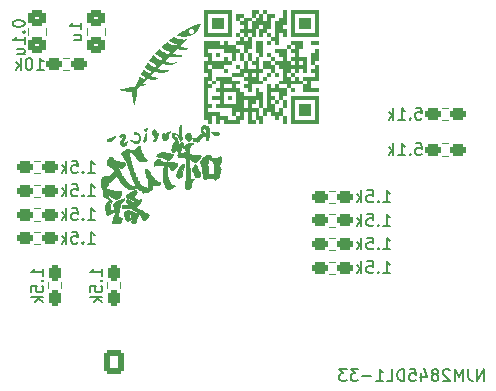
<source format=gbo>
G04 #@! TF.GenerationSoftware,KiCad,Pcbnew,7.0.9*
G04 #@! TF.CreationDate,2024-07-28T13:17:23+09:00*
G04 #@! TF.ProjectId,esp32ble_module,65737033-3262-46c6-955f-6d6f64756c65,rev?*
G04 #@! TF.SameCoordinates,Original*
G04 #@! TF.FileFunction,Legend,Bot*
G04 #@! TF.FilePolarity,Positive*
%FSLAX46Y46*%
G04 Gerber Fmt 4.6, Leading zero omitted, Abs format (unit mm)*
G04 Created by KiCad (PCBNEW 7.0.9) date 2024-07-28 13:17:23*
%MOMM*%
%LPD*%
G01*
G04 APERTURE LIST*
G04 Aperture macros list*
%AMRoundRect*
0 Rectangle with rounded corners*
0 $1 Rounding radius*
0 $2 $3 $4 $5 $6 $7 $8 $9 X,Y pos of 4 corners*
0 Add a 4 corners polygon primitive as box body*
4,1,4,$2,$3,$4,$5,$6,$7,$8,$9,$2,$3,0*
0 Add four circle primitives for the rounded corners*
1,1,$1+$1,$2,$3*
1,1,$1+$1,$4,$5*
1,1,$1+$1,$6,$7*
1,1,$1+$1,$8,$9*
0 Add four rect primitives between the rounded corners*
20,1,$1+$1,$2,$3,$4,$5,0*
20,1,$1+$1,$4,$5,$6,$7,0*
20,1,$1+$1,$6,$7,$8,$9,0*
20,1,$1+$1,$8,$9,$2,$3,0*%
G04 Aperture macros list end*
%ADD10C,0.153000*%
%ADD11C,0.120000*%
%ADD12C,0.010000*%
%ADD13R,1.700000X1.700000*%
%ADD14O,1.700000X1.700000*%
%ADD15C,0.650000*%
%ADD16O,2.100000X1.000000*%
%ADD17O,1.800000X1.000000*%
%ADD18RoundRect,0.250000X0.600000X0.725000X-0.600000X0.725000X-0.600000X-0.725000X0.600000X-0.725000X0*%
%ADD19O,1.700000X1.950000*%
%ADD20RoundRect,0.237500X-0.400000X-0.237500X0.400000X-0.237500X0.400000X0.237500X-0.400000X0.237500X0*%
%ADD21RoundRect,0.237500X0.237500X-0.400000X0.237500X0.400000X-0.237500X0.400000X-0.237500X-0.400000X0*%
%ADD22RoundRect,0.237500X0.400000X0.237500X-0.400000X0.237500X-0.400000X-0.237500X0.400000X-0.237500X0*%
%ADD23RoundRect,0.292875X0.432125X-0.394625X0.432125X0.394625X-0.432125X0.394625X-0.432125X-0.394625X0*%
%ADD24R,2.200000X1.200000*%
%ADD25R,6.400000X5.800000*%
G04 APERTURE END LIST*
D10*
X156333333Y-58454663D02*
X156904761Y-58454663D01*
X156619047Y-58454663D02*
X156619047Y-57454663D01*
X156619047Y-57454663D02*
X156714285Y-57597520D01*
X156714285Y-57597520D02*
X156809523Y-57692758D01*
X156809523Y-57692758D02*
X156904761Y-57740377D01*
X155904761Y-58359424D02*
X155857142Y-58407044D01*
X155857142Y-58407044D02*
X155904761Y-58454663D01*
X155904761Y-58454663D02*
X155952380Y-58407044D01*
X155952380Y-58407044D02*
X155904761Y-58359424D01*
X155904761Y-58359424D02*
X155904761Y-58454663D01*
X154952381Y-57454663D02*
X155428571Y-57454663D01*
X155428571Y-57454663D02*
X155476190Y-57930853D01*
X155476190Y-57930853D02*
X155428571Y-57883234D01*
X155428571Y-57883234D02*
X155333333Y-57835615D01*
X155333333Y-57835615D02*
X155095238Y-57835615D01*
X155095238Y-57835615D02*
X155000000Y-57883234D01*
X155000000Y-57883234D02*
X154952381Y-57930853D01*
X154952381Y-57930853D02*
X154904762Y-58026091D01*
X154904762Y-58026091D02*
X154904762Y-58264186D01*
X154904762Y-58264186D02*
X154952381Y-58359424D01*
X154952381Y-58359424D02*
X155000000Y-58407044D01*
X155000000Y-58407044D02*
X155095238Y-58454663D01*
X155095238Y-58454663D02*
X155333333Y-58454663D01*
X155333333Y-58454663D02*
X155428571Y-58407044D01*
X155428571Y-58407044D02*
X155476190Y-58359424D01*
X154476190Y-58454663D02*
X154476190Y-57454663D01*
X154380952Y-58073710D02*
X154095238Y-58454663D01*
X154095238Y-57787996D02*
X154476190Y-58168948D01*
X132524663Y-62666666D02*
X132524663Y-62095238D01*
X132524663Y-62380952D02*
X131524663Y-62380952D01*
X131524663Y-62380952D02*
X131667520Y-62285714D01*
X131667520Y-62285714D02*
X131762758Y-62190476D01*
X131762758Y-62190476D02*
X131810377Y-62095238D01*
X132429424Y-63095238D02*
X132477044Y-63142857D01*
X132477044Y-63142857D02*
X132524663Y-63095238D01*
X132524663Y-63095238D02*
X132477044Y-63047619D01*
X132477044Y-63047619D02*
X132429424Y-63095238D01*
X132429424Y-63095238D02*
X132524663Y-63095238D01*
X131524663Y-64047618D02*
X131524663Y-63571428D01*
X131524663Y-63571428D02*
X132000853Y-63523809D01*
X132000853Y-63523809D02*
X131953234Y-63571428D01*
X131953234Y-63571428D02*
X131905615Y-63666666D01*
X131905615Y-63666666D02*
X131905615Y-63904761D01*
X131905615Y-63904761D02*
X131953234Y-63999999D01*
X131953234Y-63999999D02*
X132000853Y-64047618D01*
X132000853Y-64047618D02*
X132096091Y-64095237D01*
X132096091Y-64095237D02*
X132334186Y-64095237D01*
X132334186Y-64095237D02*
X132429424Y-64047618D01*
X132429424Y-64047618D02*
X132477044Y-63999999D01*
X132477044Y-63999999D02*
X132524663Y-63904761D01*
X132524663Y-63904761D02*
X132524663Y-63666666D01*
X132524663Y-63666666D02*
X132477044Y-63571428D01*
X132477044Y-63571428D02*
X132429424Y-63523809D01*
X132524663Y-64523809D02*
X131524663Y-64523809D01*
X132143710Y-64619047D02*
X132524663Y-64904761D01*
X131857996Y-64904761D02*
X132238948Y-64523809D01*
X127524663Y-62666666D02*
X127524663Y-62095238D01*
X127524663Y-62380952D02*
X126524663Y-62380952D01*
X126524663Y-62380952D02*
X126667520Y-62285714D01*
X126667520Y-62285714D02*
X126762758Y-62190476D01*
X126762758Y-62190476D02*
X126810377Y-62095238D01*
X127429424Y-63095238D02*
X127477044Y-63142857D01*
X127477044Y-63142857D02*
X127524663Y-63095238D01*
X127524663Y-63095238D02*
X127477044Y-63047619D01*
X127477044Y-63047619D02*
X127429424Y-63095238D01*
X127429424Y-63095238D02*
X127524663Y-63095238D01*
X126524663Y-64047618D02*
X126524663Y-63571428D01*
X126524663Y-63571428D02*
X127000853Y-63523809D01*
X127000853Y-63523809D02*
X126953234Y-63571428D01*
X126953234Y-63571428D02*
X126905615Y-63666666D01*
X126905615Y-63666666D02*
X126905615Y-63904761D01*
X126905615Y-63904761D02*
X126953234Y-63999999D01*
X126953234Y-63999999D02*
X127000853Y-64047618D01*
X127000853Y-64047618D02*
X127096091Y-64095237D01*
X127096091Y-64095237D02*
X127334186Y-64095237D01*
X127334186Y-64095237D02*
X127429424Y-64047618D01*
X127429424Y-64047618D02*
X127477044Y-63999999D01*
X127477044Y-63999999D02*
X127524663Y-63904761D01*
X127524663Y-63904761D02*
X127524663Y-63666666D01*
X127524663Y-63666666D02*
X127477044Y-63571428D01*
X127477044Y-63571428D02*
X127429424Y-63523809D01*
X127524663Y-64523809D02*
X126524663Y-64523809D01*
X127143710Y-64619047D02*
X127524663Y-64904761D01*
X126857996Y-64904761D02*
X127238948Y-64523809D01*
X156333333Y-62454663D02*
X156904761Y-62454663D01*
X156619047Y-62454663D02*
X156619047Y-61454663D01*
X156619047Y-61454663D02*
X156714285Y-61597520D01*
X156714285Y-61597520D02*
X156809523Y-61692758D01*
X156809523Y-61692758D02*
X156904761Y-61740377D01*
X155904761Y-62359424D02*
X155857142Y-62407044D01*
X155857142Y-62407044D02*
X155904761Y-62454663D01*
X155904761Y-62454663D02*
X155952380Y-62407044D01*
X155952380Y-62407044D02*
X155904761Y-62359424D01*
X155904761Y-62359424D02*
X155904761Y-62454663D01*
X154952381Y-61454663D02*
X155428571Y-61454663D01*
X155428571Y-61454663D02*
X155476190Y-61930853D01*
X155476190Y-61930853D02*
X155428571Y-61883234D01*
X155428571Y-61883234D02*
X155333333Y-61835615D01*
X155333333Y-61835615D02*
X155095238Y-61835615D01*
X155095238Y-61835615D02*
X155000000Y-61883234D01*
X155000000Y-61883234D02*
X154952381Y-61930853D01*
X154952381Y-61930853D02*
X154904762Y-62026091D01*
X154904762Y-62026091D02*
X154904762Y-62264186D01*
X154904762Y-62264186D02*
X154952381Y-62359424D01*
X154952381Y-62359424D02*
X155000000Y-62407044D01*
X155000000Y-62407044D02*
X155095238Y-62454663D01*
X155095238Y-62454663D02*
X155333333Y-62454663D01*
X155333333Y-62454663D02*
X155428571Y-62407044D01*
X155428571Y-62407044D02*
X155476190Y-62359424D01*
X154476190Y-62454663D02*
X154476190Y-61454663D01*
X154380952Y-62073710D02*
X154095238Y-62454663D01*
X154095238Y-61787996D02*
X154476190Y-62168948D01*
X159080952Y-51454663D02*
X159557142Y-51454663D01*
X159557142Y-51454663D02*
X159604761Y-51930853D01*
X159604761Y-51930853D02*
X159557142Y-51883234D01*
X159557142Y-51883234D02*
X159461904Y-51835615D01*
X159461904Y-51835615D02*
X159223809Y-51835615D01*
X159223809Y-51835615D02*
X159128571Y-51883234D01*
X159128571Y-51883234D02*
X159080952Y-51930853D01*
X159080952Y-51930853D02*
X159033333Y-52026091D01*
X159033333Y-52026091D02*
X159033333Y-52264186D01*
X159033333Y-52264186D02*
X159080952Y-52359424D01*
X159080952Y-52359424D02*
X159128571Y-52407044D01*
X159128571Y-52407044D02*
X159223809Y-52454663D01*
X159223809Y-52454663D02*
X159461904Y-52454663D01*
X159461904Y-52454663D02*
X159557142Y-52407044D01*
X159557142Y-52407044D02*
X159604761Y-52359424D01*
X158604761Y-52359424D02*
X158557142Y-52407044D01*
X158557142Y-52407044D02*
X158604761Y-52454663D01*
X158604761Y-52454663D02*
X158652380Y-52407044D01*
X158652380Y-52407044D02*
X158604761Y-52359424D01*
X158604761Y-52359424D02*
X158604761Y-52454663D01*
X157604762Y-52454663D02*
X158176190Y-52454663D01*
X157890476Y-52454663D02*
X157890476Y-51454663D01*
X157890476Y-51454663D02*
X157985714Y-51597520D01*
X157985714Y-51597520D02*
X158080952Y-51692758D01*
X158080952Y-51692758D02*
X158176190Y-51740377D01*
X157176190Y-52454663D02*
X157176190Y-51454663D01*
X157080952Y-52073710D02*
X156795238Y-52454663D01*
X156795238Y-51787996D02*
X157176190Y-52168948D01*
X131333333Y-57954663D02*
X131904761Y-57954663D01*
X131619047Y-57954663D02*
X131619047Y-56954663D01*
X131619047Y-56954663D02*
X131714285Y-57097520D01*
X131714285Y-57097520D02*
X131809523Y-57192758D01*
X131809523Y-57192758D02*
X131904761Y-57240377D01*
X130904761Y-57859424D02*
X130857142Y-57907044D01*
X130857142Y-57907044D02*
X130904761Y-57954663D01*
X130904761Y-57954663D02*
X130952380Y-57907044D01*
X130952380Y-57907044D02*
X130904761Y-57859424D01*
X130904761Y-57859424D02*
X130904761Y-57954663D01*
X129952381Y-56954663D02*
X130428571Y-56954663D01*
X130428571Y-56954663D02*
X130476190Y-57430853D01*
X130476190Y-57430853D02*
X130428571Y-57383234D01*
X130428571Y-57383234D02*
X130333333Y-57335615D01*
X130333333Y-57335615D02*
X130095238Y-57335615D01*
X130095238Y-57335615D02*
X130000000Y-57383234D01*
X130000000Y-57383234D02*
X129952381Y-57430853D01*
X129952381Y-57430853D02*
X129904762Y-57526091D01*
X129904762Y-57526091D02*
X129904762Y-57764186D01*
X129904762Y-57764186D02*
X129952381Y-57859424D01*
X129952381Y-57859424D02*
X130000000Y-57907044D01*
X130000000Y-57907044D02*
X130095238Y-57954663D01*
X130095238Y-57954663D02*
X130333333Y-57954663D01*
X130333333Y-57954663D02*
X130428571Y-57907044D01*
X130428571Y-57907044D02*
X130476190Y-57859424D01*
X129476190Y-57954663D02*
X129476190Y-56954663D01*
X129380952Y-57573710D02*
X129095238Y-57954663D01*
X129095238Y-57287996D02*
X129476190Y-57668948D01*
X124954663Y-41285714D02*
X124954663Y-41380952D01*
X124954663Y-41380952D02*
X125002282Y-41476190D01*
X125002282Y-41476190D02*
X125049901Y-41523809D01*
X125049901Y-41523809D02*
X125145139Y-41571428D01*
X125145139Y-41571428D02*
X125335615Y-41619047D01*
X125335615Y-41619047D02*
X125573710Y-41619047D01*
X125573710Y-41619047D02*
X125764186Y-41571428D01*
X125764186Y-41571428D02*
X125859424Y-41523809D01*
X125859424Y-41523809D02*
X125907044Y-41476190D01*
X125907044Y-41476190D02*
X125954663Y-41380952D01*
X125954663Y-41380952D02*
X125954663Y-41285714D01*
X125954663Y-41285714D02*
X125907044Y-41190476D01*
X125907044Y-41190476D02*
X125859424Y-41142857D01*
X125859424Y-41142857D02*
X125764186Y-41095238D01*
X125764186Y-41095238D02*
X125573710Y-41047619D01*
X125573710Y-41047619D02*
X125335615Y-41047619D01*
X125335615Y-41047619D02*
X125145139Y-41095238D01*
X125145139Y-41095238D02*
X125049901Y-41142857D01*
X125049901Y-41142857D02*
X125002282Y-41190476D01*
X125002282Y-41190476D02*
X124954663Y-41285714D01*
X125859424Y-42047619D02*
X125907044Y-42095238D01*
X125907044Y-42095238D02*
X125954663Y-42047619D01*
X125954663Y-42047619D02*
X125907044Y-42000000D01*
X125907044Y-42000000D02*
X125859424Y-42047619D01*
X125859424Y-42047619D02*
X125954663Y-42047619D01*
X125954663Y-43047618D02*
X125954663Y-42476190D01*
X125954663Y-42761904D02*
X124954663Y-42761904D01*
X124954663Y-42761904D02*
X125097520Y-42666666D01*
X125097520Y-42666666D02*
X125192758Y-42571428D01*
X125192758Y-42571428D02*
X125240377Y-42476190D01*
X125287996Y-43904761D02*
X125954663Y-43904761D01*
X125287996Y-43476190D02*
X125811805Y-43476190D01*
X125811805Y-43476190D02*
X125907044Y-43523809D01*
X125907044Y-43523809D02*
X125954663Y-43619047D01*
X125954663Y-43619047D02*
X125954663Y-43761904D01*
X125954663Y-43761904D02*
X125907044Y-43857142D01*
X125907044Y-43857142D02*
X125859424Y-43904761D01*
X159080952Y-48454663D02*
X159557142Y-48454663D01*
X159557142Y-48454663D02*
X159604761Y-48930853D01*
X159604761Y-48930853D02*
X159557142Y-48883234D01*
X159557142Y-48883234D02*
X159461904Y-48835615D01*
X159461904Y-48835615D02*
X159223809Y-48835615D01*
X159223809Y-48835615D02*
X159128571Y-48883234D01*
X159128571Y-48883234D02*
X159080952Y-48930853D01*
X159080952Y-48930853D02*
X159033333Y-49026091D01*
X159033333Y-49026091D02*
X159033333Y-49264186D01*
X159033333Y-49264186D02*
X159080952Y-49359424D01*
X159080952Y-49359424D02*
X159128571Y-49407044D01*
X159128571Y-49407044D02*
X159223809Y-49454663D01*
X159223809Y-49454663D02*
X159461904Y-49454663D01*
X159461904Y-49454663D02*
X159557142Y-49407044D01*
X159557142Y-49407044D02*
X159604761Y-49359424D01*
X158604761Y-49359424D02*
X158557142Y-49407044D01*
X158557142Y-49407044D02*
X158604761Y-49454663D01*
X158604761Y-49454663D02*
X158652380Y-49407044D01*
X158652380Y-49407044D02*
X158604761Y-49359424D01*
X158604761Y-49359424D02*
X158604761Y-49454663D01*
X157604762Y-49454663D02*
X158176190Y-49454663D01*
X157890476Y-49454663D02*
X157890476Y-48454663D01*
X157890476Y-48454663D02*
X157985714Y-48597520D01*
X157985714Y-48597520D02*
X158080952Y-48692758D01*
X158080952Y-48692758D02*
X158176190Y-48740377D01*
X157176190Y-49454663D02*
X157176190Y-48454663D01*
X157080952Y-49073710D02*
X156795238Y-49454663D01*
X156795238Y-48787996D02*
X157176190Y-49168948D01*
X156333333Y-56454663D02*
X156904761Y-56454663D01*
X156619047Y-56454663D02*
X156619047Y-55454663D01*
X156619047Y-55454663D02*
X156714285Y-55597520D01*
X156714285Y-55597520D02*
X156809523Y-55692758D01*
X156809523Y-55692758D02*
X156904761Y-55740377D01*
X155904761Y-56359424D02*
X155857142Y-56407044D01*
X155857142Y-56407044D02*
X155904761Y-56454663D01*
X155904761Y-56454663D02*
X155952380Y-56407044D01*
X155952380Y-56407044D02*
X155904761Y-56359424D01*
X155904761Y-56359424D02*
X155904761Y-56454663D01*
X154952381Y-55454663D02*
X155428571Y-55454663D01*
X155428571Y-55454663D02*
X155476190Y-55930853D01*
X155476190Y-55930853D02*
X155428571Y-55883234D01*
X155428571Y-55883234D02*
X155333333Y-55835615D01*
X155333333Y-55835615D02*
X155095238Y-55835615D01*
X155095238Y-55835615D02*
X155000000Y-55883234D01*
X155000000Y-55883234D02*
X154952381Y-55930853D01*
X154952381Y-55930853D02*
X154904762Y-56026091D01*
X154904762Y-56026091D02*
X154904762Y-56264186D01*
X154904762Y-56264186D02*
X154952381Y-56359424D01*
X154952381Y-56359424D02*
X155000000Y-56407044D01*
X155000000Y-56407044D02*
X155095238Y-56454663D01*
X155095238Y-56454663D02*
X155333333Y-56454663D01*
X155333333Y-56454663D02*
X155428571Y-56407044D01*
X155428571Y-56407044D02*
X155476190Y-56359424D01*
X154476190Y-56454663D02*
X154476190Y-55454663D01*
X154380952Y-56073710D02*
X154095238Y-56454663D01*
X154095238Y-55787996D02*
X154476190Y-56168948D01*
X164845237Y-71574663D02*
X164845237Y-70574663D01*
X164845237Y-70574663D02*
X164273809Y-71574663D01*
X164273809Y-71574663D02*
X164273809Y-70574663D01*
X163511904Y-70574663D02*
X163511904Y-71288948D01*
X163511904Y-71288948D02*
X163559523Y-71431805D01*
X163559523Y-71431805D02*
X163654761Y-71527044D01*
X163654761Y-71527044D02*
X163797618Y-71574663D01*
X163797618Y-71574663D02*
X163892856Y-71574663D01*
X163035713Y-71574663D02*
X163035713Y-70574663D01*
X163035713Y-70574663D02*
X162702380Y-71288948D01*
X162702380Y-71288948D02*
X162369047Y-70574663D01*
X162369047Y-70574663D02*
X162369047Y-71574663D01*
X161940475Y-70669901D02*
X161892856Y-70622282D01*
X161892856Y-70622282D02*
X161797618Y-70574663D01*
X161797618Y-70574663D02*
X161559523Y-70574663D01*
X161559523Y-70574663D02*
X161464285Y-70622282D01*
X161464285Y-70622282D02*
X161416666Y-70669901D01*
X161416666Y-70669901D02*
X161369047Y-70765139D01*
X161369047Y-70765139D02*
X161369047Y-70860377D01*
X161369047Y-70860377D02*
X161416666Y-71003234D01*
X161416666Y-71003234D02*
X161988094Y-71574663D01*
X161988094Y-71574663D02*
X161369047Y-71574663D01*
X160797618Y-71003234D02*
X160892856Y-70955615D01*
X160892856Y-70955615D02*
X160940475Y-70907996D01*
X160940475Y-70907996D02*
X160988094Y-70812758D01*
X160988094Y-70812758D02*
X160988094Y-70765139D01*
X160988094Y-70765139D02*
X160940475Y-70669901D01*
X160940475Y-70669901D02*
X160892856Y-70622282D01*
X160892856Y-70622282D02*
X160797618Y-70574663D01*
X160797618Y-70574663D02*
X160607142Y-70574663D01*
X160607142Y-70574663D02*
X160511904Y-70622282D01*
X160511904Y-70622282D02*
X160464285Y-70669901D01*
X160464285Y-70669901D02*
X160416666Y-70765139D01*
X160416666Y-70765139D02*
X160416666Y-70812758D01*
X160416666Y-70812758D02*
X160464285Y-70907996D01*
X160464285Y-70907996D02*
X160511904Y-70955615D01*
X160511904Y-70955615D02*
X160607142Y-71003234D01*
X160607142Y-71003234D02*
X160797618Y-71003234D01*
X160797618Y-71003234D02*
X160892856Y-71050853D01*
X160892856Y-71050853D02*
X160940475Y-71098472D01*
X160940475Y-71098472D02*
X160988094Y-71193710D01*
X160988094Y-71193710D02*
X160988094Y-71384186D01*
X160988094Y-71384186D02*
X160940475Y-71479424D01*
X160940475Y-71479424D02*
X160892856Y-71527044D01*
X160892856Y-71527044D02*
X160797618Y-71574663D01*
X160797618Y-71574663D02*
X160607142Y-71574663D01*
X160607142Y-71574663D02*
X160511904Y-71527044D01*
X160511904Y-71527044D02*
X160464285Y-71479424D01*
X160464285Y-71479424D02*
X160416666Y-71384186D01*
X160416666Y-71384186D02*
X160416666Y-71193710D01*
X160416666Y-71193710D02*
X160464285Y-71098472D01*
X160464285Y-71098472D02*
X160511904Y-71050853D01*
X160511904Y-71050853D02*
X160607142Y-71003234D01*
X159559523Y-70907996D02*
X159559523Y-71574663D01*
X159797618Y-70527044D02*
X160035713Y-71241329D01*
X160035713Y-71241329D02*
X159416666Y-71241329D01*
X158559523Y-70574663D02*
X159035713Y-70574663D01*
X159035713Y-70574663D02*
X159083332Y-71050853D01*
X159083332Y-71050853D02*
X159035713Y-71003234D01*
X159035713Y-71003234D02*
X158940475Y-70955615D01*
X158940475Y-70955615D02*
X158702380Y-70955615D01*
X158702380Y-70955615D02*
X158607142Y-71003234D01*
X158607142Y-71003234D02*
X158559523Y-71050853D01*
X158559523Y-71050853D02*
X158511904Y-71146091D01*
X158511904Y-71146091D02*
X158511904Y-71384186D01*
X158511904Y-71384186D02*
X158559523Y-71479424D01*
X158559523Y-71479424D02*
X158607142Y-71527044D01*
X158607142Y-71527044D02*
X158702380Y-71574663D01*
X158702380Y-71574663D02*
X158940475Y-71574663D01*
X158940475Y-71574663D02*
X159035713Y-71527044D01*
X159035713Y-71527044D02*
X159083332Y-71479424D01*
X158083332Y-71574663D02*
X158083332Y-70574663D01*
X158083332Y-70574663D02*
X157845237Y-70574663D01*
X157845237Y-70574663D02*
X157702380Y-70622282D01*
X157702380Y-70622282D02*
X157607142Y-70717520D01*
X157607142Y-70717520D02*
X157559523Y-70812758D01*
X157559523Y-70812758D02*
X157511904Y-71003234D01*
X157511904Y-71003234D02*
X157511904Y-71146091D01*
X157511904Y-71146091D02*
X157559523Y-71336567D01*
X157559523Y-71336567D02*
X157607142Y-71431805D01*
X157607142Y-71431805D02*
X157702380Y-71527044D01*
X157702380Y-71527044D02*
X157845237Y-71574663D01*
X157845237Y-71574663D02*
X158083332Y-71574663D01*
X156607142Y-71574663D02*
X157083332Y-71574663D01*
X157083332Y-71574663D02*
X157083332Y-70574663D01*
X155749999Y-71574663D02*
X156321427Y-71574663D01*
X156035713Y-71574663D02*
X156035713Y-70574663D01*
X156035713Y-70574663D02*
X156130951Y-70717520D01*
X156130951Y-70717520D02*
X156226189Y-70812758D01*
X156226189Y-70812758D02*
X156321427Y-70860377D01*
X155321427Y-71193710D02*
X154559523Y-71193710D01*
X154178570Y-70574663D02*
X153559523Y-70574663D01*
X153559523Y-70574663D02*
X153892856Y-70955615D01*
X153892856Y-70955615D02*
X153749999Y-70955615D01*
X153749999Y-70955615D02*
X153654761Y-71003234D01*
X153654761Y-71003234D02*
X153607142Y-71050853D01*
X153607142Y-71050853D02*
X153559523Y-71146091D01*
X153559523Y-71146091D02*
X153559523Y-71384186D01*
X153559523Y-71384186D02*
X153607142Y-71479424D01*
X153607142Y-71479424D02*
X153654761Y-71527044D01*
X153654761Y-71527044D02*
X153749999Y-71574663D01*
X153749999Y-71574663D02*
X154035713Y-71574663D01*
X154035713Y-71574663D02*
X154130951Y-71527044D01*
X154130951Y-71527044D02*
X154178570Y-71479424D01*
X153226189Y-70574663D02*
X152607142Y-70574663D01*
X152607142Y-70574663D02*
X152940475Y-70955615D01*
X152940475Y-70955615D02*
X152797618Y-70955615D01*
X152797618Y-70955615D02*
X152702380Y-71003234D01*
X152702380Y-71003234D02*
X152654761Y-71050853D01*
X152654761Y-71050853D02*
X152607142Y-71146091D01*
X152607142Y-71146091D02*
X152607142Y-71384186D01*
X152607142Y-71384186D02*
X152654761Y-71479424D01*
X152654761Y-71479424D02*
X152702380Y-71527044D01*
X152702380Y-71527044D02*
X152797618Y-71574663D01*
X152797618Y-71574663D02*
X153083332Y-71574663D01*
X153083332Y-71574663D02*
X153178570Y-71527044D01*
X153178570Y-71527044D02*
X153226189Y-71479424D01*
X131333333Y-53954663D02*
X131904761Y-53954663D01*
X131619047Y-53954663D02*
X131619047Y-52954663D01*
X131619047Y-52954663D02*
X131714285Y-53097520D01*
X131714285Y-53097520D02*
X131809523Y-53192758D01*
X131809523Y-53192758D02*
X131904761Y-53240377D01*
X130904761Y-53859424D02*
X130857142Y-53907044D01*
X130857142Y-53907044D02*
X130904761Y-53954663D01*
X130904761Y-53954663D02*
X130952380Y-53907044D01*
X130952380Y-53907044D02*
X130904761Y-53859424D01*
X130904761Y-53859424D02*
X130904761Y-53954663D01*
X129952381Y-52954663D02*
X130428571Y-52954663D01*
X130428571Y-52954663D02*
X130476190Y-53430853D01*
X130476190Y-53430853D02*
X130428571Y-53383234D01*
X130428571Y-53383234D02*
X130333333Y-53335615D01*
X130333333Y-53335615D02*
X130095238Y-53335615D01*
X130095238Y-53335615D02*
X130000000Y-53383234D01*
X130000000Y-53383234D02*
X129952381Y-53430853D01*
X129952381Y-53430853D02*
X129904762Y-53526091D01*
X129904762Y-53526091D02*
X129904762Y-53764186D01*
X129904762Y-53764186D02*
X129952381Y-53859424D01*
X129952381Y-53859424D02*
X130000000Y-53907044D01*
X130000000Y-53907044D02*
X130095238Y-53954663D01*
X130095238Y-53954663D02*
X130333333Y-53954663D01*
X130333333Y-53954663D02*
X130428571Y-53907044D01*
X130428571Y-53907044D02*
X130476190Y-53859424D01*
X129476190Y-53954663D02*
X129476190Y-52954663D01*
X129380952Y-53573710D02*
X129095238Y-53954663D01*
X129095238Y-53287996D02*
X129476190Y-53668948D01*
X131333333Y-59954663D02*
X131904761Y-59954663D01*
X131619047Y-59954663D02*
X131619047Y-58954663D01*
X131619047Y-58954663D02*
X131714285Y-59097520D01*
X131714285Y-59097520D02*
X131809523Y-59192758D01*
X131809523Y-59192758D02*
X131904761Y-59240377D01*
X130904761Y-59859424D02*
X130857142Y-59907044D01*
X130857142Y-59907044D02*
X130904761Y-59954663D01*
X130904761Y-59954663D02*
X130952380Y-59907044D01*
X130952380Y-59907044D02*
X130904761Y-59859424D01*
X130904761Y-59859424D02*
X130904761Y-59954663D01*
X129952381Y-58954663D02*
X130428571Y-58954663D01*
X130428571Y-58954663D02*
X130476190Y-59430853D01*
X130476190Y-59430853D02*
X130428571Y-59383234D01*
X130428571Y-59383234D02*
X130333333Y-59335615D01*
X130333333Y-59335615D02*
X130095238Y-59335615D01*
X130095238Y-59335615D02*
X130000000Y-59383234D01*
X130000000Y-59383234D02*
X129952381Y-59430853D01*
X129952381Y-59430853D02*
X129904762Y-59526091D01*
X129904762Y-59526091D02*
X129904762Y-59764186D01*
X129904762Y-59764186D02*
X129952381Y-59859424D01*
X129952381Y-59859424D02*
X130000000Y-59907044D01*
X130000000Y-59907044D02*
X130095238Y-59954663D01*
X130095238Y-59954663D02*
X130333333Y-59954663D01*
X130333333Y-59954663D02*
X130428571Y-59907044D01*
X130428571Y-59907044D02*
X130476190Y-59859424D01*
X129476190Y-59954663D02*
X129476190Y-58954663D01*
X129380952Y-59573710D02*
X129095238Y-59954663D01*
X129095238Y-59287996D02*
X129476190Y-59668948D01*
X130774663Y-41833333D02*
X130774663Y-41261905D01*
X130774663Y-41547619D02*
X129774663Y-41547619D01*
X129774663Y-41547619D02*
X129917520Y-41452381D01*
X129917520Y-41452381D02*
X130012758Y-41357143D01*
X130012758Y-41357143D02*
X130060377Y-41261905D01*
X130107996Y-42690476D02*
X130774663Y-42690476D01*
X130107996Y-42261905D02*
X130631805Y-42261905D01*
X130631805Y-42261905D02*
X130727044Y-42309524D01*
X130727044Y-42309524D02*
X130774663Y-42404762D01*
X130774663Y-42404762D02*
X130774663Y-42547619D01*
X130774663Y-42547619D02*
X130727044Y-42642857D01*
X130727044Y-42642857D02*
X130679424Y-42690476D01*
X131333333Y-55954663D02*
X131904761Y-55954663D01*
X131619047Y-55954663D02*
X131619047Y-54954663D01*
X131619047Y-54954663D02*
X131714285Y-55097520D01*
X131714285Y-55097520D02*
X131809523Y-55192758D01*
X131809523Y-55192758D02*
X131904761Y-55240377D01*
X130904761Y-55859424D02*
X130857142Y-55907044D01*
X130857142Y-55907044D02*
X130904761Y-55954663D01*
X130904761Y-55954663D02*
X130952380Y-55907044D01*
X130952380Y-55907044D02*
X130904761Y-55859424D01*
X130904761Y-55859424D02*
X130904761Y-55954663D01*
X129952381Y-54954663D02*
X130428571Y-54954663D01*
X130428571Y-54954663D02*
X130476190Y-55430853D01*
X130476190Y-55430853D02*
X130428571Y-55383234D01*
X130428571Y-55383234D02*
X130333333Y-55335615D01*
X130333333Y-55335615D02*
X130095238Y-55335615D01*
X130095238Y-55335615D02*
X130000000Y-55383234D01*
X130000000Y-55383234D02*
X129952381Y-55430853D01*
X129952381Y-55430853D02*
X129904762Y-55526091D01*
X129904762Y-55526091D02*
X129904762Y-55764186D01*
X129904762Y-55764186D02*
X129952381Y-55859424D01*
X129952381Y-55859424D02*
X130000000Y-55907044D01*
X130000000Y-55907044D02*
X130095238Y-55954663D01*
X130095238Y-55954663D02*
X130333333Y-55954663D01*
X130333333Y-55954663D02*
X130428571Y-55907044D01*
X130428571Y-55907044D02*
X130476190Y-55859424D01*
X129476190Y-55954663D02*
X129476190Y-54954663D01*
X129380952Y-55573710D02*
X129095238Y-55954663D01*
X129095238Y-55287996D02*
X129476190Y-55668948D01*
X156333333Y-60454663D02*
X156904761Y-60454663D01*
X156619047Y-60454663D02*
X156619047Y-59454663D01*
X156619047Y-59454663D02*
X156714285Y-59597520D01*
X156714285Y-59597520D02*
X156809523Y-59692758D01*
X156809523Y-59692758D02*
X156904761Y-59740377D01*
X155904761Y-60359424D02*
X155857142Y-60407044D01*
X155857142Y-60407044D02*
X155904761Y-60454663D01*
X155904761Y-60454663D02*
X155952380Y-60407044D01*
X155952380Y-60407044D02*
X155904761Y-60359424D01*
X155904761Y-60359424D02*
X155904761Y-60454663D01*
X154952381Y-59454663D02*
X155428571Y-59454663D01*
X155428571Y-59454663D02*
X155476190Y-59930853D01*
X155476190Y-59930853D02*
X155428571Y-59883234D01*
X155428571Y-59883234D02*
X155333333Y-59835615D01*
X155333333Y-59835615D02*
X155095238Y-59835615D01*
X155095238Y-59835615D02*
X155000000Y-59883234D01*
X155000000Y-59883234D02*
X154952381Y-59930853D01*
X154952381Y-59930853D02*
X154904762Y-60026091D01*
X154904762Y-60026091D02*
X154904762Y-60264186D01*
X154904762Y-60264186D02*
X154952381Y-60359424D01*
X154952381Y-60359424D02*
X155000000Y-60407044D01*
X155000000Y-60407044D02*
X155095238Y-60454663D01*
X155095238Y-60454663D02*
X155333333Y-60454663D01*
X155333333Y-60454663D02*
X155428571Y-60407044D01*
X155428571Y-60407044D02*
X155476190Y-60359424D01*
X154476190Y-60454663D02*
X154476190Y-59454663D01*
X154380952Y-60073710D02*
X154095238Y-60454663D01*
X154095238Y-59787996D02*
X154476190Y-60168948D01*
X126995238Y-45254663D02*
X127566666Y-45254663D01*
X127280952Y-45254663D02*
X127280952Y-44254663D01*
X127280952Y-44254663D02*
X127376190Y-44397520D01*
X127376190Y-44397520D02*
X127471428Y-44492758D01*
X127471428Y-44492758D02*
X127566666Y-44540377D01*
X126376190Y-44254663D02*
X126280952Y-44254663D01*
X126280952Y-44254663D02*
X126185714Y-44302282D01*
X126185714Y-44302282D02*
X126138095Y-44349901D01*
X126138095Y-44349901D02*
X126090476Y-44445139D01*
X126090476Y-44445139D02*
X126042857Y-44635615D01*
X126042857Y-44635615D02*
X126042857Y-44873710D01*
X126042857Y-44873710D02*
X126090476Y-45064186D01*
X126090476Y-45064186D02*
X126138095Y-45159424D01*
X126138095Y-45159424D02*
X126185714Y-45207044D01*
X126185714Y-45207044D02*
X126280952Y-45254663D01*
X126280952Y-45254663D02*
X126376190Y-45254663D01*
X126376190Y-45254663D02*
X126471428Y-45207044D01*
X126471428Y-45207044D02*
X126519047Y-45159424D01*
X126519047Y-45159424D02*
X126566666Y-45064186D01*
X126566666Y-45064186D02*
X126614285Y-44873710D01*
X126614285Y-44873710D02*
X126614285Y-44635615D01*
X126614285Y-44635615D02*
X126566666Y-44445139D01*
X126566666Y-44445139D02*
X126519047Y-44349901D01*
X126519047Y-44349901D02*
X126471428Y-44302282D01*
X126471428Y-44302282D02*
X126376190Y-44254663D01*
X125614285Y-45254663D02*
X125614285Y-44254663D01*
X125519047Y-44873710D02*
X125233333Y-45254663D01*
X125233333Y-44587996D02*
X125614285Y-44968948D01*
G36*
X140261252Y-42084169D02*
G01*
X140254181Y-42084169D01*
X140254181Y-42077098D01*
X140261252Y-42077098D01*
X140261252Y-42084169D01*
G37*
G36*
X139978409Y-41843753D02*
G01*
X139971338Y-41843753D01*
X139971338Y-41836682D01*
X139978409Y-41836682D01*
X139978409Y-41843753D01*
G37*
G36*
X139957196Y-41864966D02*
G01*
X139950125Y-41864966D01*
X139950125Y-41857895D01*
X139957196Y-41857895D01*
X139957196Y-41864966D01*
G37*
G36*
X140235387Y-41841333D02*
G01*
X140244129Y-41852046D01*
X140240660Y-41853739D01*
X140236524Y-41851472D01*
X140222982Y-41836061D01*
X140224237Y-41832406D01*
X140235387Y-41841333D01*
G37*
G36*
X140858398Y-41373168D02*
G01*
X140858714Y-41380834D01*
X140852871Y-41404273D01*
X140841206Y-41439610D01*
X140825103Y-41483263D01*
X140805946Y-41531648D01*
X140785118Y-41581185D01*
X140764002Y-41628292D01*
X140743983Y-41669387D01*
X140712651Y-41726485D01*
X140668541Y-41798951D01*
X140622015Y-41868455D01*
X140578072Y-41927228D01*
X140558854Y-41949946D01*
X140515686Y-41996563D01*
X140465355Y-42046955D01*
X140412856Y-42096339D01*
X140363186Y-42139936D01*
X140321338Y-42172961D01*
X140246607Y-42223582D01*
X140096511Y-42307467D01*
X139939694Y-42373119D01*
X139777571Y-42420329D01*
X139611560Y-42448897D01*
X139443074Y-42458618D01*
X139273531Y-42449286D01*
X139104345Y-42420698D01*
X138936934Y-42372650D01*
X138902174Y-42360411D01*
X138856824Y-42343634D01*
X138827025Y-42330998D01*
X138810546Y-42321351D01*
X138805159Y-42313544D01*
X138808632Y-42306424D01*
X138813669Y-42302595D01*
X138833494Y-42289046D01*
X138865237Y-42268028D01*
X138905870Y-42241535D01*
X138952376Y-42211562D01*
X139149301Y-42088426D01*
X139358570Y-41965640D01*
X139883623Y-41965640D01*
X139890034Y-42025921D01*
X139910772Y-42078986D01*
X139947541Y-42129370D01*
X139995146Y-42166439D01*
X140050562Y-42188533D01*
X140110765Y-42193989D01*
X140172728Y-42181148D01*
X140191420Y-42173547D01*
X140246842Y-42138677D01*
X140286677Y-42091759D01*
X140309990Y-42034191D01*
X140315846Y-41967371D01*
X140315448Y-41960411D01*
X140302038Y-41895250D01*
X140272093Y-41841117D01*
X140226345Y-41798972D01*
X140165525Y-41769774D01*
X140118365Y-41760119D01*
X140059780Y-41763636D01*
X140005495Y-41782685D01*
X139958124Y-41814840D01*
X139920281Y-41857670D01*
X139894575Y-41908747D01*
X139883623Y-41965640D01*
X139358570Y-41965640D01*
X139437380Y-41919399D01*
X139734798Y-41757974D01*
X140046852Y-41601198D01*
X140102485Y-41574400D01*
X140162980Y-41545821D01*
X140212960Y-41523194D01*
X140256589Y-41504776D01*
X140298037Y-41488825D01*
X140341468Y-41473601D01*
X140391049Y-41457362D01*
X140412959Y-41450630D01*
X140467441Y-41435699D01*
X140528152Y-41421002D01*
X140591887Y-41407116D01*
X140655442Y-41394619D01*
X140715615Y-41384088D01*
X140731489Y-41381722D01*
X140769201Y-41376100D01*
X140812996Y-41371233D01*
X140843797Y-41370063D01*
X140858398Y-41373168D01*
G37*
G36*
X138596332Y-42467249D02*
G01*
X138629881Y-42478471D01*
X138678409Y-42500901D01*
X138747217Y-42533306D01*
X138917072Y-42597977D01*
X139092919Y-42644395D01*
X139272565Y-42672172D01*
X139453821Y-42680918D01*
X139634492Y-42670246D01*
X139726383Y-42659755D01*
X139487688Y-42905280D01*
X139443971Y-42950256D01*
X139390377Y-43005410D01*
X139342288Y-43054920D01*
X139301391Y-43097049D01*
X139269373Y-43130057D01*
X139247923Y-43152204D01*
X139238729Y-43161753D01*
X139235083Y-43165470D01*
X139217828Y-43181991D01*
X139195082Y-43202959D01*
X139190626Y-43207034D01*
X139173035Y-43225371D01*
X139168541Y-43238049D01*
X139174774Y-43250635D01*
X139190156Y-43262964D01*
X139224111Y-43279281D01*
X139272191Y-43296702D01*
X139331297Y-43314438D01*
X139398331Y-43331701D01*
X139470196Y-43347701D01*
X139543795Y-43361651D01*
X139616028Y-43372761D01*
X139683799Y-43380242D01*
X139708989Y-43382505D01*
X139744977Y-43386375D01*
X139769558Y-43389872D01*
X139778463Y-43392446D01*
X139778449Y-43392513D01*
X139772906Y-43402849D01*
X139759568Y-43425231D01*
X139741252Y-43454925D01*
X139704818Y-43513195D01*
X139647823Y-43529892D01*
X139561334Y-43549624D01*
X139452393Y-43562699D01*
X139337250Y-43565882D01*
X139221912Y-43559039D01*
X139112386Y-43542031D01*
X139075763Y-43534583D01*
X139031505Y-43526391D01*
X138995959Y-43520721D01*
X138974528Y-43518496D01*
X138950681Y-43515681D01*
X138921062Y-43506941D01*
X138906365Y-43502351D01*
X138891789Y-43504810D01*
X138872493Y-43516516D01*
X138843447Y-43539584D01*
X138834586Y-43547066D01*
X138802836Y-43575429D01*
X138765015Y-43610906D01*
X138723700Y-43650890D01*
X138681469Y-43692776D01*
X138640898Y-43733960D01*
X138604564Y-43771835D01*
X138575043Y-43803799D01*
X138554914Y-43827243D01*
X138546749Y-43839564D01*
X138547227Y-43847241D01*
X138560993Y-43866366D01*
X138589584Y-43887584D01*
X138629933Y-43908840D01*
X138678970Y-43928080D01*
X138722897Y-43941592D01*
X138828469Y-43966057D01*
X138939856Y-43982300D01*
X139051298Y-43989831D01*
X139157040Y-43988159D01*
X139251325Y-43976794D01*
X139252985Y-43976483D01*
X139287294Y-43970805D01*
X139312878Y-43967967D01*
X139324307Y-43968581D01*
X139324559Y-43969182D01*
X139320316Y-43981463D01*
X139307724Y-44005207D01*
X139289126Y-44035930D01*
X139249251Y-44098586D01*
X139161639Y-44129993D01*
X139137518Y-44138360D01*
X138995991Y-44176203D01*
X138852348Y-44195273D01*
X138705350Y-44195585D01*
X138553761Y-44177154D01*
X138396342Y-44139998D01*
X138373261Y-44133684D01*
X138328707Y-44123702D01*
X138293306Y-44118767D01*
X138271917Y-44119675D01*
X138263554Y-44124596D01*
X138241489Y-44142239D01*
X138209898Y-44170158D01*
X138171198Y-44205966D01*
X138127814Y-44247278D01*
X138082163Y-44291707D01*
X138036667Y-44336866D01*
X137993745Y-44380369D01*
X137955819Y-44419831D01*
X137925307Y-44452865D01*
X137904632Y-44477084D01*
X137896211Y-44490102D01*
X137895930Y-44491908D01*
X137903670Y-44510241D01*
X137928213Y-44531120D01*
X137967009Y-44553396D01*
X138017508Y-44575917D01*
X138077161Y-44597532D01*
X138143420Y-44617092D01*
X138213734Y-44633443D01*
X138326717Y-44650579D01*
X138472297Y-44657059D01*
X138615549Y-44646382D01*
X138752310Y-44618664D01*
X138835420Y-44595893D01*
X138815071Y-44629091D01*
X138812071Y-44633798D01*
X138794512Y-44654756D01*
X138768931Y-44674256D01*
X138729975Y-44696539D01*
X138718162Y-44702714D01*
X138573643Y-44766673D01*
X138426231Y-44810870D01*
X138276363Y-44835260D01*
X138124474Y-44839798D01*
X137971000Y-44824441D01*
X137816377Y-44789145D01*
X137803070Y-44785256D01*
X137758583Y-44772239D01*
X137718646Y-44760525D01*
X137690585Y-44752261D01*
X137686149Y-44750980D01*
X137671205Y-44747718D01*
X137656874Y-44747725D01*
X137641325Y-44752369D01*
X137622719Y-44763020D01*
X137599222Y-44781046D01*
X137568997Y-44807812D01*
X137530211Y-44844691D01*
X137481027Y-44893048D01*
X137419609Y-44954252D01*
X137250673Y-45123032D01*
X137285823Y-45151060D01*
X137299977Y-45161336D01*
X137353304Y-45189942D01*
X137421624Y-45215744D01*
X137501254Y-45237818D01*
X137588510Y-45255243D01*
X137679709Y-45267100D01*
X137771167Y-45272464D01*
X137838195Y-45272425D01*
X137933914Y-45266156D01*
X138028162Y-45251326D01*
X138130064Y-45226773D01*
X138212814Y-45204101D01*
X138164654Y-45283871D01*
X138116495Y-45363641D01*
X138025914Y-45402509D01*
X137914140Y-45443902D01*
X137766175Y-45480654D01*
X137614487Y-45499370D01*
X137462292Y-45499695D01*
X137312808Y-45481276D01*
X137281665Y-45474478D01*
X137231453Y-45461674D01*
X137175528Y-45445938D01*
X137121222Y-45429260D01*
X137003629Y-45391289D01*
X136950405Y-45435664D01*
X136946782Y-45438707D01*
X136914210Y-45467432D01*
X136874507Y-45504221D01*
X136830793Y-45545987D01*
X136786188Y-45589646D01*
X136743816Y-45632109D01*
X136706799Y-45670292D01*
X136678257Y-45701107D01*
X136661313Y-45721469D01*
X136661312Y-45721470D01*
X136648690Y-45742811D01*
X136648622Y-45758774D01*
X136663109Y-45773639D01*
X136694154Y-45791684D01*
X136716187Y-45802748D01*
X136813334Y-45841615D01*
X136922690Y-45871812D01*
X137039089Y-45892117D01*
X137157364Y-45901306D01*
X137199720Y-45902699D01*
X137238123Y-45904454D01*
X137264746Y-45906242D01*
X137275482Y-45907837D01*
X137273637Y-45914449D01*
X137263338Y-45933650D01*
X137246726Y-45960399D01*
X137246238Y-45961143D01*
X137230159Y-45984765D01*
X137215830Y-46000900D01*
X137198109Y-46013115D01*
X137171856Y-46024978D01*
X137131930Y-46040057D01*
X137088381Y-46055017D01*
X136996174Y-46078508D01*
X136901048Y-46090646D01*
X136795538Y-46092598D01*
X136791685Y-46092500D01*
X136707798Y-46087858D01*
X136632173Y-46077707D01*
X136556296Y-46060527D01*
X136471650Y-46034799D01*
X136451288Y-46028149D01*
X136415401Y-46017749D01*
X136391211Y-46013927D01*
X136373865Y-46016227D01*
X136358510Y-46024196D01*
X136354550Y-46027104D01*
X136334107Y-46044701D01*
X136303476Y-46073136D01*
X136265395Y-46109670D01*
X136222605Y-46151565D01*
X136177843Y-46196083D01*
X136133853Y-46240485D01*
X136093370Y-46282033D01*
X136059138Y-46317987D01*
X136033894Y-46345611D01*
X136020379Y-46362165D01*
X136019549Y-46363437D01*
X136010515Y-46384202D01*
X136012054Y-46398035D01*
X136021111Y-46404676D01*
X136047161Y-46419065D01*
X136083404Y-46436579D01*
X136124654Y-46454940D01*
X136165727Y-46471869D01*
X136201439Y-46485089D01*
X136226606Y-46492320D01*
X136267101Y-46500073D01*
X136230439Y-46515166D01*
X136122322Y-46552693D01*
X135993524Y-46581772D01*
X135865923Y-46594801D01*
X135842276Y-46596198D01*
X135816246Y-46600260D01*
X135791724Y-46608499D01*
X135766164Y-46622638D01*
X135737018Y-46644395D01*
X135701738Y-46675491D01*
X135657777Y-46717646D01*
X135602587Y-46772578D01*
X135475993Y-46899666D01*
X135472834Y-47014805D01*
X135468873Y-47107175D01*
X135455199Y-47278711D01*
X135433701Y-47459056D01*
X135405295Y-47642552D01*
X135370901Y-47823535D01*
X135331437Y-47996348D01*
X135287821Y-48155329D01*
X135281834Y-48174716D01*
X135270456Y-48209179D01*
X135261552Y-48232999D01*
X135256666Y-48241891D01*
X135255968Y-48241717D01*
X135248765Y-48229842D01*
X135238487Y-48200982D01*
X135225666Y-48157495D01*
X135210838Y-48101743D01*
X135194532Y-48036084D01*
X135177284Y-47962877D01*
X135159626Y-47884483D01*
X135142091Y-47803260D01*
X135125212Y-47721568D01*
X135109522Y-47641766D01*
X135095554Y-47566214D01*
X135083841Y-47497272D01*
X135074916Y-47437298D01*
X135071904Y-47414718D01*
X135064263Y-47356186D01*
X135056837Y-47297856D01*
X135050882Y-47249532D01*
X135049184Y-47235869D01*
X135044016Y-47199445D01*
X135039300Y-47172943D01*
X135035883Y-47161346D01*
X135035731Y-47161231D01*
X135023489Y-47158296D01*
X134994755Y-47153407D01*
X134952675Y-47147041D01*
X134900393Y-47139676D01*
X134841057Y-47131790D01*
X134840622Y-47131734D01*
X134772559Y-47122087D01*
X134695799Y-47109773D01*
X134612712Y-47095297D01*
X134525662Y-47079161D01*
X134437018Y-47061874D01*
X134349147Y-47043939D01*
X134264417Y-47025860D01*
X134185194Y-47008144D01*
X134113845Y-46991295D01*
X134052737Y-46975818D01*
X134004238Y-46962218D01*
X133970716Y-46951000D01*
X133954535Y-46942669D01*
X133955723Y-46940143D01*
X133971173Y-46932285D01*
X134000975Y-46921059D01*
X134041928Y-46907553D01*
X134090831Y-46892857D01*
X134144483Y-46878058D01*
X134153109Y-46875796D01*
X134328606Y-46834009D01*
X134514975Y-46796976D01*
X134703769Y-46766230D01*
X134886543Y-46743305D01*
X134897184Y-46742205D01*
X134952939Y-46736769D01*
X135013920Y-46731267D01*
X135076536Y-46725973D01*
X135137198Y-46721164D01*
X135192311Y-46717118D01*
X135238287Y-46714112D01*
X135271532Y-46712422D01*
X135288456Y-46712324D01*
X135299690Y-46712226D01*
X135310209Y-46707256D01*
X135320683Y-46694538D01*
X135332822Y-46671304D01*
X135348338Y-46634790D01*
X135368939Y-46582233D01*
X135385284Y-46540856D01*
X135415743Y-46466845D01*
X135451910Y-46381677D01*
X135491986Y-46289443D01*
X135534165Y-46194235D01*
X135576649Y-46100146D01*
X135617634Y-46011269D01*
X135655319Y-45931698D01*
X135725436Y-45786148D01*
X135742426Y-45803137D01*
X135746320Y-45806512D01*
X135764469Y-45820607D01*
X135793725Y-45842481D01*
X135831063Y-45869953D01*
X135873458Y-45900840D01*
X135917889Y-45932962D01*
X135961331Y-45964136D01*
X136000760Y-45992180D01*
X136033153Y-46014913D01*
X136055487Y-46030152D01*
X136064738Y-46035718D01*
X136066847Y-46033080D01*
X136076912Y-46016825D01*
X136093129Y-45989032D01*
X136113241Y-45953526D01*
X136159220Y-45871335D01*
X136082711Y-45818899D01*
X136039493Y-45788970D01*
X135979004Y-45745986D01*
X135925064Y-45706366D01*
X135879687Y-45671664D01*
X135844886Y-45643430D01*
X135822675Y-45623219D01*
X135815070Y-45612582D01*
X135816508Y-45607793D01*
X135823443Y-45592227D01*
X135836620Y-45565545D01*
X135856597Y-45526674D01*
X135883931Y-45474544D01*
X135919184Y-45408082D01*
X135962912Y-45326216D01*
X136015677Y-45227873D01*
X136028031Y-45204884D01*
X136159087Y-45305025D01*
X136208245Y-45341947D01*
X136264586Y-45383038D01*
X136322427Y-45424173D01*
X136379254Y-45463648D01*
X136432554Y-45499762D01*
X136479811Y-45530812D01*
X136518514Y-45555098D01*
X136546148Y-45570918D01*
X136560198Y-45576569D01*
X136565143Y-45574274D01*
X136580934Y-45559603D01*
X136602310Y-45535249D01*
X136625723Y-45505767D01*
X136647631Y-45475705D01*
X136664487Y-45449616D01*
X136672749Y-45432051D01*
X136672819Y-45428219D01*
X136667851Y-45419107D01*
X136654425Y-45406125D01*
X136630427Y-45387574D01*
X136593744Y-45361749D01*
X136542263Y-45326950D01*
X136541841Y-45326667D01*
X136478963Y-45283927D01*
X136415160Y-45239347D01*
X136352934Y-45194787D01*
X136294785Y-45152108D01*
X136243212Y-45113169D01*
X136200720Y-45079831D01*
X136169808Y-45053954D01*
X136152977Y-45037398D01*
X136147848Y-45030386D01*
X136144734Y-45022265D01*
X136145417Y-45011507D01*
X136150975Y-44995690D01*
X136162481Y-44972389D01*
X136181008Y-44939184D01*
X136207633Y-44893647D01*
X136243428Y-44833357D01*
X136253089Y-44817154D01*
X136285466Y-44763370D01*
X136314646Y-44715663D01*
X136338891Y-44676822D01*
X136356467Y-44649638D01*
X136365638Y-44636901D01*
X136368199Y-44634456D01*
X136375922Y-44630928D01*
X136386909Y-44633522D01*
X136404175Y-44643922D01*
X136430736Y-44663807D01*
X136469610Y-44694860D01*
X136500894Y-44719598D01*
X136555903Y-44761490D01*
X136618416Y-44807680D01*
X136684549Y-44855407D01*
X136750420Y-44901909D01*
X136812147Y-44944425D01*
X136865846Y-44980192D01*
X136907637Y-45006449D01*
X136969670Y-45043411D01*
X137041559Y-44970750D01*
X137062726Y-44948910D01*
X137088896Y-44920411D01*
X137106808Y-44898973D01*
X137113448Y-44888066D01*
X137111446Y-44885000D01*
X137096191Y-44871891D01*
X137068376Y-44851320D01*
X137030934Y-44825411D01*
X136986797Y-44796287D01*
X136959630Y-44778654D01*
X136843649Y-44700969D01*
X136740269Y-44627635D01*
X136651338Y-44559999D01*
X136578710Y-44499406D01*
X136502912Y-44432201D01*
X136522545Y-44403852D01*
X136523269Y-44402818D01*
X136538188Y-44383155D01*
X136563422Y-44351404D01*
X136596564Y-44310490D01*
X136635212Y-44263333D01*
X136676958Y-44212857D01*
X136719397Y-44161984D01*
X136760124Y-44113635D01*
X136796735Y-44070733D01*
X136852675Y-44005753D01*
X136973419Y-44101710D01*
X136996034Y-44119518D01*
X137092366Y-44192287D01*
X137193429Y-44264272D01*
X137292891Y-44331061D01*
X137384425Y-44388240D01*
X137391864Y-44392708D01*
X137427886Y-44415295D01*
X137458472Y-44435908D01*
X137477664Y-44450564D01*
X137500000Y-44470655D01*
X137581683Y-44392973D01*
X137609517Y-44366206D01*
X137636018Y-44339339D01*
X137651277Y-44321150D01*
X137657437Y-44308984D01*
X137656640Y-44300190D01*
X137647152Y-44290672D01*
X137623381Y-44273428D01*
X137589281Y-44251498D01*
X137548624Y-44227428D01*
X137535723Y-44220002D01*
X137481493Y-44187379D01*
X137421875Y-44149647D01*
X137359093Y-44108397D01*
X137295371Y-44065216D01*
X137232931Y-44021693D01*
X137173998Y-43979417D01*
X137120794Y-43939977D01*
X137075543Y-43904962D01*
X137040467Y-43875960D01*
X137017791Y-43854560D01*
X137009739Y-43842351D01*
X137015056Y-43834478D01*
X137032600Y-43813857D01*
X137060612Y-43782713D01*
X137097251Y-43743062D01*
X137140674Y-43696917D01*
X137189039Y-43646293D01*
X137368340Y-43459961D01*
X137450445Y-43524769D01*
X137525520Y-43581262D01*
X137617914Y-43645629D01*
X137716275Y-43709785D01*
X137814175Y-43769544D01*
X137905183Y-43820723D01*
X137914842Y-43825869D01*
X137962474Y-43851254D01*
X138005739Y-43874334D01*
X138040208Y-43892745D01*
X138061453Y-43904124D01*
X138080277Y-43913200D01*
X138095783Y-43914862D01*
X138112937Y-43906608D01*
X138138534Y-43886919D01*
X138180401Y-43853017D01*
X138221265Y-43819529D01*
X138249808Y-43795358D01*
X138267907Y-43778760D01*
X138277438Y-43767991D01*
X138280277Y-43761306D01*
X138278300Y-43756960D01*
X138277121Y-43756018D01*
X138261768Y-43747207D01*
X138232687Y-43732280D01*
X138193519Y-43713069D01*
X138147903Y-43691401D01*
X138108112Y-43672193D01*
X138031913Y-43632731D01*
X137951950Y-43588395D01*
X137871333Y-43541126D01*
X137793170Y-43492865D01*
X137720572Y-43445556D01*
X137656646Y-43401139D01*
X137604502Y-43361556D01*
X137567249Y-43328751D01*
X137540609Y-43302111D01*
X137631993Y-43220254D01*
X137637552Y-43215280D01*
X137691183Y-43167757D01*
X137746888Y-43119138D01*
X137802534Y-43071211D01*
X137855987Y-43025768D01*
X137905111Y-42984600D01*
X137947772Y-42949495D01*
X137981835Y-42922246D01*
X138005165Y-42904643D01*
X138015628Y-42898475D01*
X138016734Y-42898737D01*
X138031201Y-42906146D01*
X138058177Y-42922203D01*
X138094255Y-42944831D01*
X138136033Y-42971952D01*
X138193842Y-43008176D01*
X138263733Y-43048766D01*
X138338528Y-43089675D01*
X138412843Y-43128044D01*
X138481299Y-43161015D01*
X138538510Y-43185729D01*
X138539403Y-43186081D01*
X138565902Y-43195032D01*
X138587527Y-43196704D01*
X138611778Y-43190372D01*
X138646153Y-43175311D01*
X138677423Y-43161176D01*
X138727153Y-43139996D01*
X138773086Y-43121677D01*
X138775558Y-43120735D01*
X138807508Y-43107770D01*
X138830174Y-43097134D01*
X138838789Y-43091048D01*
X138832323Y-43086911D01*
X138810306Y-43077611D01*
X138776366Y-43064943D01*
X138734350Y-43050405D01*
X138622878Y-43009473D01*
X138490113Y-42951936D01*
X138366648Y-42889015D01*
X138353086Y-42881420D01*
X138298691Y-42849719D01*
X138252048Y-42820566D01*
X138215647Y-42795643D01*
X138191979Y-42776633D01*
X138183537Y-42765223D01*
X138185832Y-42762123D01*
X138201082Y-42748377D01*
X138228359Y-42725939D01*
X138265000Y-42696836D01*
X138308338Y-42663094D01*
X138355708Y-42626741D01*
X138404446Y-42589802D01*
X138451887Y-42554304D01*
X138495363Y-42522274D01*
X138532213Y-42495740D01*
X138559769Y-42476727D01*
X138575365Y-42467263D01*
X138576470Y-42466813D01*
X138596332Y-42467249D01*
G37*
D11*
X151745276Y-57477500D02*
X152254724Y-57477500D01*
X151745276Y-58522500D02*
X152254724Y-58522500D01*
X132977500Y-63754724D02*
X132977500Y-63245276D01*
X134022500Y-63754724D02*
X134022500Y-63245276D01*
X127977500Y-63754724D02*
X127977500Y-63245276D01*
X129022500Y-63754724D02*
X129022500Y-63245276D01*
D12*
X139684400Y-53657100D02*
X139671700Y-53669800D01*
X139659000Y-53657100D01*
X139671700Y-53644400D01*
X139684400Y-53657100D01*
G36*
X139684400Y-53657100D02*
G01*
X139671700Y-53669800D01*
X139659000Y-53657100D01*
X139671700Y-53644400D01*
X139684400Y-53657100D01*
G37*
X138871600Y-50685300D02*
X138858900Y-50698000D01*
X138846200Y-50685300D01*
X138858900Y-50672600D01*
X138871600Y-50685300D01*
G36*
X138871600Y-50685300D02*
G01*
X138858900Y-50698000D01*
X138846200Y-50685300D01*
X138858900Y-50672600D01*
X138871600Y-50685300D01*
G37*
X135976000Y-52412500D02*
X135963300Y-52425200D01*
X135950600Y-52412500D01*
X135963300Y-52399800D01*
X135976000Y-52412500D01*
G36*
X135976000Y-52412500D02*
G01*
X135963300Y-52425200D01*
X135950600Y-52412500D01*
X135963300Y-52399800D01*
X135976000Y-52412500D01*
G37*
X135264800Y-57035300D02*
X135252100Y-57048000D01*
X135239400Y-57035300D01*
X135252100Y-57022600D01*
X135264800Y-57035300D01*
G36*
X135264800Y-57035300D02*
G01*
X135252100Y-57048000D01*
X135239400Y-57035300D01*
X135252100Y-57022600D01*
X135264800Y-57035300D01*
G37*
X134020200Y-57695700D02*
X134007500Y-57708400D01*
X133994800Y-57695700D01*
X134007500Y-57683000D01*
X134020200Y-57695700D01*
G36*
X134020200Y-57695700D02*
G01*
X134007500Y-57708400D01*
X133994800Y-57695700D01*
X134007500Y-57683000D01*
X134020200Y-57695700D01*
G37*
X135627353Y-54652856D02*
X135645800Y-54687299D01*
X135644459Y-54701543D01*
X135631206Y-54707532D01*
X135610709Y-54671780D01*
X135606258Y-54651968D01*
X135620691Y-54647879D01*
X135627353Y-54652856D01*
G36*
X135627353Y-54652856D02*
G01*
X135645800Y-54687299D01*
X135644459Y-54701543D01*
X135631206Y-54707532D01*
X135610709Y-54671780D01*
X135606258Y-54651968D01*
X135620691Y-54647879D01*
X135627353Y-54652856D01*
G37*
X134923368Y-51156342D02*
X134947300Y-51180600D01*
X134952032Y-51189592D01*
X134950299Y-51206000D01*
X134945833Y-51204857D01*
X134921900Y-51180600D01*
X134917169Y-51171607D01*
X134918902Y-51155200D01*
X134923368Y-51156342D01*
G36*
X134923368Y-51156342D02*
G01*
X134947300Y-51180600D01*
X134952032Y-51189592D01*
X134950299Y-51206000D01*
X134945833Y-51204857D01*
X134921900Y-51180600D01*
X134917169Y-51171607D01*
X134918902Y-51155200D01*
X134923368Y-51156342D01*
G37*
X134914015Y-56949171D02*
X134934600Y-56971002D01*
X134929207Y-56981513D01*
X134896500Y-56980985D01*
X134878262Y-56972760D01*
X134858400Y-56956382D01*
X134862612Y-56951834D01*
X134896500Y-56946400D01*
X134914015Y-56949171D01*
G36*
X134914015Y-56949171D02*
G01*
X134934600Y-56971002D01*
X134929207Y-56981513D01*
X134896500Y-56980985D01*
X134878262Y-56972760D01*
X134858400Y-56956382D01*
X134862612Y-56951834D01*
X134896500Y-56946400D01*
X134914015Y-56949171D01*
G37*
X136306200Y-50226357D02*
X136297331Y-50279521D01*
X136274342Y-50349870D01*
X136245599Y-50413894D01*
X136219490Y-50449961D01*
X136202097Y-50460658D01*
X136167442Y-50465576D01*
X136123120Y-50437650D01*
X136116125Y-50431776D01*
X136076406Y-50376583D01*
X136063902Y-50316866D01*
X136083377Y-50272426D01*
X136088908Y-50268438D01*
X136140335Y-50243703D01*
X136210950Y-50220088D01*
X136253203Y-50209788D01*
X136294731Y-50207827D01*
X136306200Y-50226357D01*
G36*
X136306200Y-50226357D02*
G01*
X136297331Y-50279521D01*
X136274342Y-50349870D01*
X136245599Y-50413894D01*
X136219490Y-50449961D01*
X136202097Y-50460658D01*
X136167442Y-50465576D01*
X136123120Y-50437650D01*
X136116125Y-50431776D01*
X136076406Y-50376583D01*
X136063902Y-50316866D01*
X136083377Y-50272426D01*
X136088908Y-50268438D01*
X136140335Y-50243703D01*
X136210950Y-50220088D01*
X136253203Y-50209788D01*
X136294731Y-50207827D01*
X136306200Y-50226357D01*
G37*
X136259514Y-50811710D02*
X136260826Y-50862202D01*
X136257211Y-51021694D01*
X136238942Y-51141111D01*
X136204394Y-51227660D01*
X136151941Y-51288550D01*
X136106618Y-51320589D01*
X136058174Y-51329891D01*
X135997633Y-51305583D01*
X135981237Y-51296330D01*
X135961715Y-51274308D01*
X135984575Y-51248433D01*
X135992394Y-51239517D01*
X136018813Y-51187225D01*
X136049488Y-51103859D01*
X136079261Y-51002800D01*
X136085993Y-50977753D01*
X136121216Y-50861039D01*
X136159388Y-50752418D01*
X136193352Y-50672600D01*
X136250927Y-50558300D01*
X136259514Y-50811710D01*
G36*
X136259514Y-50811710D02*
G01*
X136260826Y-50862202D01*
X136257211Y-51021694D01*
X136238942Y-51141111D01*
X136204394Y-51227660D01*
X136151941Y-51288550D01*
X136106618Y-51320589D01*
X136058174Y-51329891D01*
X135997633Y-51305583D01*
X135981237Y-51296330D01*
X135961715Y-51274308D01*
X135984575Y-51248433D01*
X135992394Y-51239517D01*
X136018813Y-51187225D01*
X136049488Y-51103859D01*
X136079261Y-51002800D01*
X136085993Y-50977753D01*
X136121216Y-50861039D01*
X136159388Y-50752418D01*
X136193352Y-50672600D01*
X136250927Y-50558300D01*
X136259514Y-50811710D01*
G37*
X142110028Y-50500528D02*
X142206903Y-50513458D01*
X142295990Y-50533884D01*
X142296275Y-50533968D01*
X142386171Y-50570661D01*
X142426011Y-50613417D01*
X142416352Y-50663951D01*
X142357750Y-50723974D01*
X142287553Y-50760700D01*
X142195230Y-50765672D01*
X142083030Y-50731795D01*
X141945598Y-50658214D01*
X141911280Y-50636772D01*
X141822490Y-50577145D01*
X141778701Y-50539278D01*
X141780109Y-50523384D01*
X141826912Y-50529679D01*
X141873101Y-50534941D01*
X141894200Y-50520683D01*
X141900517Y-50510920D01*
X141944051Y-50498840D01*
X142018150Y-50495516D01*
X142110028Y-50500528D01*
G36*
X142110028Y-50500528D02*
G01*
X142206903Y-50513458D01*
X142295990Y-50533884D01*
X142296275Y-50533968D01*
X142386171Y-50570661D01*
X142426011Y-50613417D01*
X142416352Y-50663951D01*
X142357750Y-50723974D01*
X142287553Y-50760700D01*
X142195230Y-50765672D01*
X142083030Y-50731795D01*
X141945598Y-50658214D01*
X141911280Y-50636772D01*
X141822490Y-50577145D01*
X141778701Y-50539278D01*
X141780109Y-50523384D01*
X141826912Y-50529679D01*
X141873101Y-50534941D01*
X141894200Y-50520683D01*
X141900517Y-50510920D01*
X141944051Y-50498840D01*
X142018150Y-50495516D01*
X142110028Y-50500528D01*
G37*
X133609098Y-50855515D02*
X133593203Y-50901534D01*
X133548299Y-50986596D01*
X133477861Y-51088696D01*
X133369773Y-51180238D01*
X133226728Y-51243121D01*
X133171307Y-51258575D01*
X133071956Y-51275147D01*
X132995554Y-51273072D01*
X132950495Y-51253155D01*
X132945176Y-51216197D01*
X132948245Y-51198864D01*
X132930718Y-51180600D01*
X132918130Y-51176657D01*
X132902600Y-51143575D01*
X132917041Y-51122043D01*
X132978724Y-51089535D01*
X133086750Y-51053303D01*
X133170485Y-51028937D01*
X133281601Y-50995393D01*
X133361036Y-50968657D01*
X133419718Y-50944527D01*
X133468580Y-50918801D01*
X133518550Y-50887275D01*
X133549864Y-50867263D01*
X133594985Y-50845204D01*
X133609098Y-50855515D01*
G36*
X133609098Y-50855515D02*
G01*
X133593203Y-50901534D01*
X133548299Y-50986596D01*
X133477861Y-51088696D01*
X133369773Y-51180238D01*
X133226728Y-51243121D01*
X133171307Y-51258575D01*
X133071956Y-51275147D01*
X132995554Y-51273072D01*
X132950495Y-51253155D01*
X132945176Y-51216197D01*
X132948245Y-51198864D01*
X132930718Y-51180600D01*
X132918130Y-51176657D01*
X132902600Y-51143575D01*
X132917041Y-51122043D01*
X132978724Y-51089535D01*
X133086750Y-51053303D01*
X133170485Y-51028937D01*
X133281601Y-50995393D01*
X133361036Y-50968657D01*
X133419718Y-50944527D01*
X133468580Y-50918801D01*
X133518550Y-50887275D01*
X133549864Y-50867263D01*
X133594985Y-50845204D01*
X133609098Y-50855515D01*
G37*
X139285260Y-51377080D02*
X139318316Y-51395616D01*
X139346962Y-51415282D01*
X139373687Y-51445502D01*
X139370282Y-51484091D01*
X139339176Y-51548900D01*
X139329029Y-51571182D01*
X139301566Y-51647406D01*
X139270161Y-51749955D01*
X139239803Y-51863054D01*
X139213587Y-51961507D01*
X139180483Y-52058988D01*
X139144548Y-52128816D01*
X139100135Y-52183967D01*
X139099345Y-52184780D01*
X139027245Y-52243260D01*
X138970786Y-52254128D01*
X138961617Y-52250816D01*
X138921024Y-52210462D01*
X138900559Y-52150036D01*
X138909858Y-52094744D01*
X138912662Y-52078038D01*
X138880499Y-52074251D01*
X138853708Y-52076666D01*
X138839329Y-52066358D01*
X138837204Y-52034029D01*
X138846750Y-51970452D01*
X138867384Y-51866400D01*
X138871535Y-51846162D01*
X138896908Y-51734420D01*
X138923787Y-51656002D01*
X138960859Y-51596304D01*
X139016807Y-51540720D01*
X139100316Y-51474644D01*
X139154582Y-51433747D01*
X139215115Y-51391896D01*
X139254767Y-51374423D01*
X139285260Y-51377080D01*
G36*
X139285260Y-51377080D02*
G01*
X139318316Y-51395616D01*
X139346962Y-51415282D01*
X139373687Y-51445502D01*
X139370282Y-51484091D01*
X139339176Y-51548900D01*
X139329029Y-51571182D01*
X139301566Y-51647406D01*
X139270161Y-51749955D01*
X139239803Y-51863054D01*
X139213587Y-51961507D01*
X139180483Y-52058988D01*
X139144548Y-52128816D01*
X139100135Y-52183967D01*
X139099345Y-52184780D01*
X139027245Y-52243260D01*
X138970786Y-52254128D01*
X138961617Y-52250816D01*
X138921024Y-52210462D01*
X138900559Y-52150036D01*
X138909858Y-52094744D01*
X138912662Y-52078038D01*
X138880499Y-52074251D01*
X138853708Y-52076666D01*
X138839329Y-52066358D01*
X138837204Y-52034029D01*
X138846750Y-51970452D01*
X138867384Y-51866400D01*
X138871535Y-51846162D01*
X138896908Y-51734420D01*
X138923787Y-51656002D01*
X138960859Y-51596304D01*
X139016807Y-51540720D01*
X139100316Y-51474644D01*
X139154582Y-51433747D01*
X139215115Y-51391896D01*
X139254767Y-51374423D01*
X139285260Y-51377080D01*
G37*
X136918555Y-50309829D02*
X136965545Y-50353976D01*
X136969895Y-50358515D01*
X137016993Y-50397852D01*
X137051357Y-50411126D01*
X137061128Y-50414424D01*
X137088618Y-50450370D01*
X137117052Y-50513850D01*
X137117951Y-50516364D01*
X137147062Y-50583554D01*
X137178780Y-50614392D01*
X137226167Y-50621800D01*
X137266169Y-50626160D01*
X137293277Y-50651006D01*
X137278113Y-50699664D01*
X137220600Y-50774200D01*
X137162671Y-50859501D01*
X137144400Y-50948653D01*
X137142590Y-50976644D01*
X137108974Y-51081100D01*
X137042199Y-51175922D01*
X136954456Y-51242266D01*
X136950047Y-51244400D01*
X136891564Y-51267022D01*
X136862167Y-51258350D01*
X136849160Y-51215108D01*
X136854061Y-51190353D01*
X136890472Y-51162540D01*
X136913341Y-51154007D01*
X136947080Y-51118158D01*
X136958754Y-51052003D01*
X136950812Y-50946789D01*
X136938254Y-50877290D01*
X136915133Y-50825606D01*
X136877152Y-50799391D01*
X136876548Y-50799158D01*
X136822030Y-50762729D01*
X136770777Y-50706113D01*
X136745574Y-50664652D01*
X136734755Y-50613235D01*
X136750770Y-50545600D01*
X136778523Y-50463778D01*
X136816281Y-50366843D01*
X136848893Y-50311828D01*
X136881327Y-50294302D01*
X136918555Y-50309829D01*
G36*
X136918555Y-50309829D02*
G01*
X136965545Y-50353976D01*
X136969895Y-50358515D01*
X137016993Y-50397852D01*
X137051357Y-50411126D01*
X137061128Y-50414424D01*
X137088618Y-50450370D01*
X137117052Y-50513850D01*
X137117951Y-50516364D01*
X137147062Y-50583554D01*
X137178780Y-50614392D01*
X137226167Y-50621800D01*
X137266169Y-50626160D01*
X137293277Y-50651006D01*
X137278113Y-50699664D01*
X137220600Y-50774200D01*
X137162671Y-50859501D01*
X137144400Y-50948653D01*
X137142590Y-50976644D01*
X137108974Y-51081100D01*
X137042199Y-51175922D01*
X136954456Y-51242266D01*
X136950047Y-51244400D01*
X136891564Y-51267022D01*
X136862167Y-51258350D01*
X136849160Y-51215108D01*
X136854061Y-51190353D01*
X136890472Y-51162540D01*
X136913341Y-51154007D01*
X136947080Y-51118158D01*
X136958754Y-51052003D01*
X136950812Y-50946789D01*
X136938254Y-50877290D01*
X136915133Y-50825606D01*
X136877152Y-50799391D01*
X136876548Y-50799158D01*
X136822030Y-50762729D01*
X136770777Y-50706113D01*
X136745574Y-50664652D01*
X136734755Y-50613235D01*
X136750770Y-50545600D01*
X136778523Y-50463778D01*
X136816281Y-50366843D01*
X136848893Y-50311828D01*
X136881327Y-50294302D01*
X136918555Y-50309829D01*
G37*
X138116320Y-50798239D02*
X138110062Y-50829597D01*
X138086658Y-50930439D01*
X138061222Y-51000478D01*
X138026718Y-51055398D01*
X137976113Y-51110887D01*
X137910875Y-51169475D01*
X137856419Y-51197799D01*
X137799464Y-51201147D01*
X137787412Y-51199618D01*
X137717974Y-51172375D01*
X137666961Y-51111689D01*
X137631190Y-51012036D01*
X137607477Y-50867890D01*
X137606730Y-50861157D01*
X137606502Y-50858750D01*
X137830200Y-50858750D01*
X137834701Y-50873608D01*
X137860961Y-50876534D01*
X137897072Y-50853566D01*
X137927179Y-50812300D01*
X137941359Y-50768274D01*
X137935193Y-50748800D01*
X137922645Y-50753071D01*
X137884468Y-50783378D01*
X137847062Y-50825506D01*
X137830200Y-50858750D01*
X137606502Y-50858750D01*
X137597278Y-50761422D01*
X137596613Y-50700192D01*
X137605632Y-50666384D01*
X137625235Y-50648911D01*
X137630628Y-50646356D01*
X137694463Y-50632752D01*
X137771950Y-50634085D01*
X137841865Y-50648335D01*
X137882985Y-50673476D01*
X137891562Y-50684792D01*
X137908962Y-50691854D01*
X137933711Y-50674893D01*
X137972845Y-50627890D01*
X138033400Y-50544825D01*
X138084561Y-50504120D01*
X138185800Y-50477972D01*
X138300100Y-50464482D01*
X138229260Y-50524091D01*
X138195726Y-50558016D01*
X138165903Y-50609161D01*
X138141211Y-50684922D01*
X138122902Y-50768274D01*
X138116320Y-50798239D01*
G36*
X138116320Y-50798239D02*
G01*
X138110062Y-50829597D01*
X138086658Y-50930439D01*
X138061222Y-51000478D01*
X138026718Y-51055398D01*
X137976113Y-51110887D01*
X137910875Y-51169475D01*
X137856419Y-51197799D01*
X137799464Y-51201147D01*
X137787412Y-51199618D01*
X137717974Y-51172375D01*
X137666961Y-51111689D01*
X137631190Y-51012036D01*
X137607477Y-50867890D01*
X137606730Y-50861157D01*
X137606502Y-50858750D01*
X137830200Y-50858750D01*
X137834701Y-50873608D01*
X137860961Y-50876534D01*
X137897072Y-50853566D01*
X137927179Y-50812300D01*
X137941359Y-50768274D01*
X137935193Y-50748800D01*
X137922645Y-50753071D01*
X137884468Y-50783378D01*
X137847062Y-50825506D01*
X137830200Y-50858750D01*
X137606502Y-50858750D01*
X137597278Y-50761422D01*
X137596613Y-50700192D01*
X137605632Y-50666384D01*
X137625235Y-50648911D01*
X137630628Y-50646356D01*
X137694463Y-50632752D01*
X137771950Y-50634085D01*
X137841865Y-50648335D01*
X137882985Y-50673476D01*
X137891562Y-50684792D01*
X137908962Y-50691854D01*
X137933711Y-50674893D01*
X137972845Y-50627890D01*
X138033400Y-50544825D01*
X138084561Y-50504120D01*
X138185800Y-50477972D01*
X138300100Y-50464482D01*
X138229260Y-50524091D01*
X138195726Y-50558016D01*
X138165903Y-50609161D01*
X138141211Y-50684922D01*
X138122902Y-50768274D01*
X138116320Y-50798239D01*
G37*
X139404204Y-53205621D02*
X139378707Y-53265069D01*
X139369583Y-53302614D01*
X139387187Y-53315847D01*
X139417700Y-53288800D01*
X139422897Y-53281886D01*
X139457783Y-53263400D01*
X139462384Y-53264234D01*
X139471046Y-53284687D01*
X139464299Y-53336509D01*
X139441098Y-53425011D01*
X139400402Y-53555500D01*
X139370644Y-53653537D01*
X139321551Y-53857878D01*
X139281815Y-54092608D01*
X139254768Y-54208744D01*
X139213353Y-54280444D01*
X139158879Y-54304800D01*
X139135861Y-54294362D01*
X139139310Y-54250819D01*
X139145625Y-54216229D01*
X139128322Y-54214218D01*
X139118838Y-54221538D01*
X139100200Y-54256392D01*
X139089098Y-54290314D01*
X139059506Y-54343294D01*
X139011687Y-54388633D01*
X138958273Y-54402702D01*
X138914894Y-54385714D01*
X138897000Y-54338157D01*
X138889145Y-54299218D01*
X138858900Y-54295614D01*
X138836418Y-54298257D01*
X138820800Y-54269417D01*
X138817124Y-54249313D01*
X138792647Y-54228600D01*
X138779882Y-54220514D01*
X138779184Y-54175107D01*
X138802300Y-54094278D01*
X138848057Y-53983224D01*
X138861439Y-53952280D01*
X138886895Y-53881817D01*
X138897000Y-53834716D01*
X138899226Y-53814440D01*
X138913650Y-53750534D01*
X138937045Y-53671217D01*
X138954049Y-53627130D01*
X138996926Y-53552490D01*
X139064171Y-53469791D01*
X139164048Y-53367994D01*
X139191364Y-53341810D01*
X139289912Y-53252570D01*
X139358864Y-53199824D01*
X139397275Y-53184023D01*
X139404204Y-53205621D01*
G36*
X139404204Y-53205621D02*
G01*
X139378707Y-53265069D01*
X139369583Y-53302614D01*
X139387187Y-53315847D01*
X139417700Y-53288800D01*
X139422897Y-53281886D01*
X139457783Y-53263400D01*
X139462384Y-53264234D01*
X139471046Y-53284687D01*
X139464299Y-53336509D01*
X139441098Y-53425011D01*
X139400402Y-53555500D01*
X139370644Y-53653537D01*
X139321551Y-53857878D01*
X139281815Y-54092608D01*
X139254768Y-54208744D01*
X139213353Y-54280444D01*
X139158879Y-54304800D01*
X139135861Y-54294362D01*
X139139310Y-54250819D01*
X139145625Y-54216229D01*
X139128322Y-54214218D01*
X139118838Y-54221538D01*
X139100200Y-54256392D01*
X139089098Y-54290314D01*
X139059506Y-54343294D01*
X139011687Y-54388633D01*
X138958273Y-54402702D01*
X138914894Y-54385714D01*
X138897000Y-54338157D01*
X138889145Y-54299218D01*
X138858900Y-54295614D01*
X138836418Y-54298257D01*
X138820800Y-54269417D01*
X138817124Y-54249313D01*
X138792647Y-54228600D01*
X138779882Y-54220514D01*
X138779184Y-54175107D01*
X138802300Y-54094278D01*
X138848057Y-53983224D01*
X138861439Y-53952280D01*
X138886895Y-53881817D01*
X138897000Y-53834716D01*
X138899226Y-53814440D01*
X138913650Y-53750534D01*
X138937045Y-53671217D01*
X138954049Y-53627130D01*
X138996926Y-53552490D01*
X139064171Y-53469791D01*
X139164048Y-53367994D01*
X139191364Y-53341810D01*
X139289912Y-53252570D01*
X139358864Y-53199824D01*
X139397275Y-53184023D01*
X139404204Y-53205621D01*
G37*
X140381885Y-53267698D02*
X140395600Y-53301500D01*
X140405029Y-53323718D01*
X140446400Y-53339600D01*
X140463898Y-53339756D01*
X140503875Y-53345400D01*
X140530083Y-53367365D01*
X140551164Y-53416652D01*
X140575762Y-53504261D01*
X140596453Y-53576002D01*
X140636240Y-53688176D01*
X140677418Y-53777882D01*
X140715603Y-53836134D01*
X140746411Y-53853950D01*
X140759988Y-53852510D01*
X140773031Y-53861495D01*
X140780906Y-53892118D01*
X140785668Y-53954097D01*
X140789369Y-54057150D01*
X140789802Y-54120620D01*
X140786184Y-54179846D01*
X140778855Y-54202392D01*
X140766497Y-54199293D01*
X140728676Y-54175348D01*
X140696194Y-54142403D01*
X140688095Y-54118138D01*
X140690894Y-54113884D01*
X140681350Y-54116416D01*
X140679872Y-54117701D01*
X140665753Y-54153828D01*
X140662937Y-54208354D01*
X140670546Y-54258461D01*
X140687700Y-54281332D01*
X140691080Y-54282552D01*
X140674472Y-54295509D01*
X140624200Y-54317500D01*
X140576179Y-54335226D01*
X140510031Y-54350725D01*
X140463638Y-54337980D01*
X140423720Y-54290851D01*
X140377000Y-54203200D01*
X140335197Y-54124606D01*
X140277403Y-54023508D01*
X140217164Y-53923800D01*
X140167922Y-53843828D01*
X140122828Y-53759553D01*
X140105121Y-53694600D01*
X140114766Y-53635331D01*
X140151723Y-53568107D01*
X140215957Y-53479291D01*
X140237778Y-53449786D01*
X140292443Y-53372692D01*
X140330513Y-53314209D01*
X140344800Y-53285164D01*
X140345513Y-53280052D01*
X140370200Y-53263400D01*
X140381885Y-53267698D01*
G36*
X140381885Y-53267698D02*
G01*
X140395600Y-53301500D01*
X140405029Y-53323718D01*
X140446400Y-53339600D01*
X140463898Y-53339756D01*
X140503875Y-53345400D01*
X140530083Y-53367365D01*
X140551164Y-53416652D01*
X140575762Y-53504261D01*
X140596453Y-53576002D01*
X140636240Y-53688176D01*
X140677418Y-53777882D01*
X140715603Y-53836134D01*
X140746411Y-53853950D01*
X140759988Y-53852510D01*
X140773031Y-53861495D01*
X140780906Y-53892118D01*
X140785668Y-53954097D01*
X140789369Y-54057150D01*
X140789802Y-54120620D01*
X140786184Y-54179846D01*
X140778855Y-54202392D01*
X140766497Y-54199293D01*
X140728676Y-54175348D01*
X140696194Y-54142403D01*
X140688095Y-54118138D01*
X140690894Y-54113884D01*
X140681350Y-54116416D01*
X140679872Y-54117701D01*
X140665753Y-54153828D01*
X140662937Y-54208354D01*
X140670546Y-54258461D01*
X140687700Y-54281332D01*
X140691080Y-54282552D01*
X140674472Y-54295509D01*
X140624200Y-54317500D01*
X140576179Y-54335226D01*
X140510031Y-54350725D01*
X140463638Y-54337980D01*
X140423720Y-54290851D01*
X140377000Y-54203200D01*
X140335197Y-54124606D01*
X140277403Y-54023508D01*
X140217164Y-53923800D01*
X140167922Y-53843828D01*
X140122828Y-53759553D01*
X140105121Y-53694600D01*
X140114766Y-53635331D01*
X140151723Y-53568107D01*
X140215957Y-53479291D01*
X140237778Y-53449786D01*
X140292443Y-53372692D01*
X140330513Y-53314209D01*
X140344800Y-53285164D01*
X140345513Y-53280052D01*
X140370200Y-53263400D01*
X140381885Y-53267698D01*
G37*
X134359703Y-50707385D02*
X134406695Y-50731399D01*
X134467015Y-50776753D01*
X134488573Y-50828173D01*
X134478563Y-50897146D01*
X134467759Y-50928292D01*
X134434396Y-51003534D01*
X134390312Y-51089680D01*
X134343397Y-51172421D01*
X134301543Y-51237451D01*
X134272643Y-51270462D01*
X134250958Y-51306700D01*
X134255710Y-51361412D01*
X134286571Y-51408926D01*
X134299981Y-51418059D01*
X134367324Y-51427045D01*
X134453400Y-51392802D01*
X134554241Y-51316699D01*
X134595926Y-51281477D01*
X134638644Y-51252749D01*
X134655200Y-51252649D01*
X134651678Y-51279295D01*
X134628738Y-51337982D01*
X134594679Y-51388025D01*
X134561595Y-51409200D01*
X134560824Y-51409211D01*
X134526735Y-51430405D01*
X134500452Y-51477445D01*
X134490138Y-51528643D01*
X134503957Y-51562314D01*
X134505344Y-51563243D01*
X134506731Y-51590387D01*
X134463416Y-51634272D01*
X134456153Y-51639802D01*
X134360890Y-51682168D01*
X134253103Y-51676934D01*
X134130382Y-51624029D01*
X134089517Y-51599243D01*
X134043237Y-51561685D01*
X134024211Y-51518887D01*
X134020758Y-51452579D01*
X134037123Y-51336927D01*
X134092422Y-51195388D01*
X134179724Y-51064593D01*
X134188031Y-51054385D01*
X134234575Y-50983553D01*
X134262562Y-50918713D01*
X134279622Y-50850740D01*
X134171076Y-50889037D01*
X134078026Y-50913012D01*
X134008495Y-50910989D01*
X133975612Y-50883316D01*
X133983366Y-50833633D01*
X134035747Y-50765580D01*
X134036555Y-50764776D01*
X134134919Y-50699697D01*
X134246701Y-50679837D01*
X134359703Y-50707385D01*
G36*
X134359703Y-50707385D02*
G01*
X134406695Y-50731399D01*
X134467015Y-50776753D01*
X134488573Y-50828173D01*
X134478563Y-50897146D01*
X134467759Y-50928292D01*
X134434396Y-51003534D01*
X134390312Y-51089680D01*
X134343397Y-51172421D01*
X134301543Y-51237451D01*
X134272643Y-51270462D01*
X134250958Y-51306700D01*
X134255710Y-51361412D01*
X134286571Y-51408926D01*
X134299981Y-51418059D01*
X134367324Y-51427045D01*
X134453400Y-51392802D01*
X134554241Y-51316699D01*
X134595926Y-51281477D01*
X134638644Y-51252749D01*
X134655200Y-51252649D01*
X134651678Y-51279295D01*
X134628738Y-51337982D01*
X134594679Y-51388025D01*
X134561595Y-51409200D01*
X134560824Y-51409211D01*
X134526735Y-51430405D01*
X134500452Y-51477445D01*
X134490138Y-51528643D01*
X134503957Y-51562314D01*
X134505344Y-51563243D01*
X134506731Y-51590387D01*
X134463416Y-51634272D01*
X134456153Y-51639802D01*
X134360890Y-51682168D01*
X134253103Y-51676934D01*
X134130382Y-51624029D01*
X134089517Y-51599243D01*
X134043237Y-51561685D01*
X134024211Y-51518887D01*
X134020758Y-51452579D01*
X134037123Y-51336927D01*
X134092422Y-51195388D01*
X134179724Y-51064593D01*
X134188031Y-51054385D01*
X134234575Y-50983553D01*
X134262562Y-50918713D01*
X134279622Y-50850740D01*
X134171076Y-50889037D01*
X134078026Y-50913012D01*
X134008495Y-50910989D01*
X133975612Y-50883316D01*
X133983366Y-50833633D01*
X134035747Y-50765580D01*
X134036555Y-50764776D01*
X134134919Y-50699697D01*
X134246701Y-50679837D01*
X134359703Y-50707385D01*
G37*
X140049497Y-50842197D02*
X140059298Y-50872037D01*
X140077086Y-50954019D01*
X140068695Y-51021323D01*
X140029723Y-51089536D01*
X139955770Y-51174250D01*
X139902758Y-51220683D01*
X139845502Y-51251673D01*
X139802778Y-51255559D01*
X139786000Y-51228682D01*
X139780671Y-51216362D01*
X139748288Y-51215036D01*
X139718309Y-51213354D01*
X139680754Y-51173786D01*
X139646663Y-51125864D01*
X139591467Y-51071289D01*
X139585910Y-51066530D01*
X139550628Y-51013019D01*
X139531539Y-50944189D01*
X139531680Y-50907939D01*
X139694365Y-50907939D01*
X139709034Y-50938376D01*
X139741628Y-50962154D01*
X139803107Y-50977400D01*
X139819835Y-50976286D01*
X139865139Y-50952525D01*
X139901597Y-50889315D01*
X139931025Y-50808635D01*
X139935629Y-50762790D01*
X139914767Y-50748800D01*
X139898338Y-50736440D01*
X139883017Y-50691909D01*
X139869262Y-50656622D01*
X139824100Y-50625944D01*
X139815852Y-50624554D01*
X139789058Y-50625963D01*
X139805050Y-50649814D01*
X139816572Y-50662899D01*
X139834203Y-50706286D01*
X139815279Y-50755373D01*
X139756724Y-50821062D01*
X139708565Y-50873231D01*
X139694365Y-50907939D01*
X139531680Y-50907939D01*
X139531789Y-50879767D01*
X139554521Y-50839479D01*
X139556612Y-50837878D01*
X139576357Y-50801146D01*
X139593293Y-50738932D01*
X139600072Y-50708014D01*
X139629308Y-50643037D01*
X139683137Y-50605022D01*
X139774561Y-50582768D01*
X139840174Y-50576847D01*
X139889668Y-50592108D01*
X139939662Y-50638804D01*
X139963155Y-50669323D01*
X140010757Y-50751491D01*
X140015583Y-50762790D01*
X140049497Y-50842197D01*
G36*
X140049497Y-50842197D02*
G01*
X140059298Y-50872037D01*
X140077086Y-50954019D01*
X140068695Y-51021323D01*
X140029723Y-51089536D01*
X139955770Y-51174250D01*
X139902758Y-51220683D01*
X139845502Y-51251673D01*
X139802778Y-51255559D01*
X139786000Y-51228682D01*
X139780671Y-51216362D01*
X139748288Y-51215036D01*
X139718309Y-51213354D01*
X139680754Y-51173786D01*
X139646663Y-51125864D01*
X139591467Y-51071289D01*
X139585910Y-51066530D01*
X139550628Y-51013019D01*
X139531539Y-50944189D01*
X139531680Y-50907939D01*
X139694365Y-50907939D01*
X139709034Y-50938376D01*
X139741628Y-50962154D01*
X139803107Y-50977400D01*
X139819835Y-50976286D01*
X139865139Y-50952525D01*
X139901597Y-50889315D01*
X139931025Y-50808635D01*
X139935629Y-50762790D01*
X139914767Y-50748800D01*
X139898338Y-50736440D01*
X139883017Y-50691909D01*
X139869262Y-50656622D01*
X139824100Y-50625944D01*
X139815852Y-50624554D01*
X139789058Y-50625963D01*
X139805050Y-50649814D01*
X139816572Y-50662899D01*
X139834203Y-50706286D01*
X139815279Y-50755373D01*
X139756724Y-50821062D01*
X139708565Y-50873231D01*
X139694365Y-50907939D01*
X139531680Y-50907939D01*
X139531789Y-50879767D01*
X139554521Y-50839479D01*
X139556612Y-50837878D01*
X139576357Y-50801146D01*
X139593293Y-50738932D01*
X139600072Y-50708014D01*
X139629308Y-50643037D01*
X139683137Y-50605022D01*
X139774561Y-50582768D01*
X139840174Y-50576847D01*
X139889668Y-50592108D01*
X139939662Y-50638804D01*
X139963155Y-50669323D01*
X140010757Y-50751491D01*
X140015583Y-50762790D01*
X140049497Y-50842197D01*
G37*
X138516485Y-52469929D02*
X138474323Y-52554622D01*
X138414627Y-52647480D01*
X138344276Y-52738141D01*
X138270150Y-52816246D01*
X138199128Y-52871432D01*
X138168428Y-52888872D01*
X138102060Y-52920369D01*
X138057677Y-52932959D01*
X138033059Y-52924783D01*
X137978071Y-52889380D01*
X137913610Y-52835435D01*
X137884030Y-52808673D01*
X137789466Y-52736826D01*
X137687812Y-52684867D01*
X137564500Y-52646495D01*
X137404964Y-52615409D01*
X137359706Y-52607562D01*
X137267514Y-52587924D01*
X137201744Y-52568710D01*
X137174350Y-52553149D01*
X137164719Y-52540236D01*
X137123234Y-52525899D01*
X137115732Y-52525455D01*
X137106818Y-52515303D01*
X137144082Y-52490028D01*
X137192683Y-52469332D01*
X137226632Y-52467027D01*
X137232920Y-52469449D01*
X137246000Y-52452099D01*
X137245024Y-52444726D01*
X137236486Y-52437900D01*
X137271400Y-52437900D01*
X137284100Y-52450600D01*
X137296800Y-52437900D01*
X137284100Y-52425200D01*
X137271400Y-52437900D01*
X137236486Y-52437900D01*
X137220600Y-52425200D01*
X137214529Y-52424461D01*
X137195200Y-52399800D01*
X137204726Y-52385036D01*
X137246000Y-52374400D01*
X137275625Y-52367328D01*
X137296800Y-52336300D01*
X137307884Y-52303178D01*
X137333360Y-52304678D01*
X137355492Y-52342650D01*
X137357848Y-52351316D01*
X137365930Y-52366535D01*
X137370054Y-52333031D01*
X137385695Y-52292172D01*
X137442850Y-52250709D01*
X137445591Y-52249604D01*
X137494516Y-52231975D01*
X137542945Y-52221167D01*
X137599274Y-52217648D01*
X137671899Y-52221889D01*
X137769214Y-52234358D01*
X137899616Y-52255526D01*
X138071500Y-52285862D01*
X138081318Y-52287616D01*
X138197365Y-52307423D01*
X138309517Y-52325146D01*
X138394758Y-52337134D01*
X138433156Y-52342937D01*
X138497303Y-52358413D01*
X138528916Y-52374749D01*
X138534233Y-52403761D01*
X138525076Y-52437900D01*
X138516485Y-52469929D01*
G36*
X138516485Y-52469929D02*
G01*
X138474323Y-52554622D01*
X138414627Y-52647480D01*
X138344276Y-52738141D01*
X138270150Y-52816246D01*
X138199128Y-52871432D01*
X138168428Y-52888872D01*
X138102060Y-52920369D01*
X138057677Y-52932959D01*
X138033059Y-52924783D01*
X137978071Y-52889380D01*
X137913610Y-52835435D01*
X137884030Y-52808673D01*
X137789466Y-52736826D01*
X137687812Y-52684867D01*
X137564500Y-52646495D01*
X137404964Y-52615409D01*
X137359706Y-52607562D01*
X137267514Y-52587924D01*
X137201744Y-52568710D01*
X137174350Y-52553149D01*
X137164719Y-52540236D01*
X137123234Y-52525899D01*
X137115732Y-52525455D01*
X137106818Y-52515303D01*
X137144082Y-52490028D01*
X137192683Y-52469332D01*
X137226632Y-52467027D01*
X137232920Y-52469449D01*
X137246000Y-52452099D01*
X137245024Y-52444726D01*
X137236486Y-52437900D01*
X137271400Y-52437900D01*
X137284100Y-52450600D01*
X137296800Y-52437900D01*
X137284100Y-52425200D01*
X137271400Y-52437900D01*
X137236486Y-52437900D01*
X137220600Y-52425200D01*
X137214529Y-52424461D01*
X137195200Y-52399800D01*
X137204726Y-52385036D01*
X137246000Y-52374400D01*
X137275625Y-52367328D01*
X137296800Y-52336300D01*
X137307884Y-52303178D01*
X137333360Y-52304678D01*
X137355492Y-52342650D01*
X137357848Y-52351316D01*
X137365930Y-52366535D01*
X137370054Y-52333031D01*
X137385695Y-52292172D01*
X137442850Y-52250709D01*
X137445591Y-52249604D01*
X137494516Y-52231975D01*
X137542945Y-52221167D01*
X137599274Y-52217648D01*
X137671899Y-52221889D01*
X137769214Y-52234358D01*
X137899616Y-52255526D01*
X138071500Y-52285862D01*
X138081318Y-52287616D01*
X138197365Y-52307423D01*
X138309517Y-52325146D01*
X138394758Y-52337134D01*
X138433156Y-52342937D01*
X138497303Y-52358413D01*
X138528916Y-52374749D01*
X138534233Y-52403761D01*
X138525076Y-52437900D01*
X138516485Y-52469929D01*
G37*
X135565546Y-51410324D02*
X135518800Y-51443694D01*
X135445226Y-51454664D01*
X135354504Y-51456239D01*
X135269437Y-51449011D01*
X135212331Y-51433706D01*
X135194965Y-51422869D01*
X135167148Y-51392733D01*
X135168386Y-51371964D01*
X135201300Y-51374614D01*
X135220684Y-51378950D01*
X135233060Y-51371100D01*
X135264800Y-51371100D01*
X135277500Y-51383800D01*
X135290200Y-51371100D01*
X135277500Y-51358400D01*
X135264800Y-51371100D01*
X135233060Y-51371100D01*
X135239400Y-51367079D01*
X135229507Y-51355015D01*
X135183414Y-51328852D01*
X135112400Y-51299817D01*
X135063466Y-51280546D01*
X135007280Y-51251751D01*
X134985400Y-51230355D01*
X134985295Y-51220274D01*
X134989076Y-51210046D01*
X135007375Y-51211394D01*
X135051241Y-51226317D01*
X135131723Y-51256812D01*
X135243209Y-51291273D01*
X135384901Y-51306765D01*
X135501201Y-51282560D01*
X135589049Y-51219482D01*
X135645386Y-51118356D01*
X135652427Y-51091500D01*
X135655206Y-50978719D01*
X135625312Y-50856735D01*
X135566815Y-50744888D01*
X135538416Y-50715185D01*
X135472107Y-50676130D01*
X135396788Y-50653856D01*
X135329323Y-50652497D01*
X135286575Y-50676186D01*
X135281451Y-50683357D01*
X135258265Y-50693299D01*
X135226218Y-50661395D01*
X135196341Y-50611024D01*
X135197267Y-50557116D01*
X135245750Y-50509944D01*
X135271176Y-50498162D01*
X135327128Y-50487409D01*
X135383324Y-50488316D01*
X135422995Y-50499870D01*
X135429371Y-50521056D01*
X135428172Y-50541847D01*
X135453801Y-50578093D01*
X135495806Y-50606412D01*
X135535589Y-50611045D01*
X135566327Y-50617197D01*
X135597582Y-50666688D01*
X135624103Y-50722161D01*
X135662560Y-50778685D01*
X135681999Y-50804420D01*
X135720182Y-50901569D01*
X135730518Y-51019837D01*
X135710723Y-51141996D01*
X135708587Y-51148950D01*
X135668778Y-51249843D01*
X135618318Y-51341337D01*
X135595550Y-51371100D01*
X135565546Y-51410324D01*
G36*
X135565546Y-51410324D02*
G01*
X135518800Y-51443694D01*
X135445226Y-51454664D01*
X135354504Y-51456239D01*
X135269437Y-51449011D01*
X135212331Y-51433706D01*
X135194965Y-51422869D01*
X135167148Y-51392733D01*
X135168386Y-51371964D01*
X135201300Y-51374614D01*
X135220684Y-51378950D01*
X135233060Y-51371100D01*
X135264800Y-51371100D01*
X135277500Y-51383800D01*
X135290200Y-51371100D01*
X135277500Y-51358400D01*
X135264800Y-51371100D01*
X135233060Y-51371100D01*
X135239400Y-51367079D01*
X135229507Y-51355015D01*
X135183414Y-51328852D01*
X135112400Y-51299817D01*
X135063466Y-51280546D01*
X135007280Y-51251751D01*
X134985400Y-51230355D01*
X134985295Y-51220274D01*
X134989076Y-51210046D01*
X135007375Y-51211394D01*
X135051241Y-51226317D01*
X135131723Y-51256812D01*
X135243209Y-51291273D01*
X135384901Y-51306765D01*
X135501201Y-51282560D01*
X135589049Y-51219482D01*
X135645386Y-51118356D01*
X135652427Y-51091500D01*
X135655206Y-50978719D01*
X135625312Y-50856735D01*
X135566815Y-50744888D01*
X135538416Y-50715185D01*
X135472107Y-50676130D01*
X135396788Y-50653856D01*
X135329323Y-50652497D01*
X135286575Y-50676186D01*
X135281451Y-50683357D01*
X135258265Y-50693299D01*
X135226218Y-50661395D01*
X135196341Y-50611024D01*
X135197267Y-50557116D01*
X135245750Y-50509944D01*
X135271176Y-50498162D01*
X135327128Y-50487409D01*
X135383324Y-50488316D01*
X135422995Y-50499870D01*
X135429371Y-50521056D01*
X135428172Y-50541847D01*
X135453801Y-50578093D01*
X135495806Y-50606412D01*
X135535589Y-50611045D01*
X135566327Y-50617197D01*
X135597582Y-50666688D01*
X135624103Y-50722161D01*
X135662560Y-50778685D01*
X135681999Y-50804420D01*
X135720182Y-50901569D01*
X135730518Y-51019837D01*
X135710723Y-51141996D01*
X135708587Y-51148950D01*
X135668778Y-51249843D01*
X135618318Y-51341337D01*
X135595550Y-51371100D01*
X135565546Y-51410324D01*
G37*
X134736357Y-57123131D02*
X134810271Y-57146897D01*
X134906859Y-57186483D01*
X135012192Y-57236470D01*
X135108900Y-57284525D01*
X135190580Y-57320157D01*
X135255455Y-57339076D01*
X135318315Y-57345421D01*
X135393951Y-57343333D01*
X135397261Y-57343146D01*
X135481843Y-57339994D01*
X135530150Y-57345589D01*
X135556109Y-57364387D01*
X135573648Y-57400848D01*
X135583307Y-57435079D01*
X135579131Y-57492547D01*
X135546660Y-57568700D01*
X135538714Y-57584715D01*
X135497546Y-57683822D01*
X135466339Y-57782303D01*
X135459566Y-57807194D01*
X135429365Y-57892464D01*
X135396617Y-57958166D01*
X135391098Y-57966780D01*
X135370901Y-58012136D01*
X135385611Y-58032303D01*
X135392587Y-58036890D01*
X135395940Y-58071092D01*
X135375877Y-58122649D01*
X135340160Y-58175696D01*
X135296551Y-58214365D01*
X135260487Y-58229174D01*
X135181201Y-58240044D01*
X135102325Y-58232042D01*
X135047540Y-58205967D01*
X135024200Y-58185643D01*
X134981543Y-58160080D01*
X134974195Y-58156168D01*
X134969032Y-58126586D01*
X134993789Y-58065010D01*
X135023596Y-57986486D01*
X135032311Y-57872291D01*
X134996565Y-57773120D01*
X134988130Y-57759698D01*
X134970616Y-57710042D01*
X134987951Y-57662954D01*
X134995190Y-57650208D01*
X135001213Y-57617225D01*
X134980548Y-57578961D01*
X134927237Y-57521543D01*
X134891845Y-57488346D01*
X134846747Y-57453989D01*
X134824537Y-57448453D01*
X134812606Y-57473219D01*
X134795278Y-57556302D01*
X134798997Y-57648366D01*
X134820646Y-57734648D01*
X134857110Y-57800386D01*
X134905270Y-57830816D01*
X134932298Y-57837811D01*
X134960536Y-57865819D01*
X134950331Y-57903846D01*
X134906285Y-57942800D01*
X134833000Y-57973587D01*
X134784733Y-57989095D01*
X134715526Y-58017389D01*
X134691069Y-58026808D01*
X134646924Y-58022725D01*
X134591497Y-57984042D01*
X134577978Y-57972481D01*
X134510029Y-57911633D01*
X134472087Y-57868153D01*
X134455596Y-57829787D01*
X134452000Y-57784284D01*
X134444971Y-57730074D01*
X134426186Y-57695443D01*
X134418170Y-57688466D01*
X134414985Y-57655844D01*
X134418554Y-57647700D01*
X134405781Y-57632200D01*
X134383883Y-57623239D01*
X134356569Y-57577440D01*
X134340506Y-57506192D01*
X134337108Y-57424670D01*
X134347793Y-57348047D01*
X134373978Y-57291496D01*
X134388225Y-57276119D01*
X134459090Y-57220812D01*
X134548982Y-57169606D01*
X134638840Y-57132310D01*
X134709601Y-57118738D01*
X134736357Y-57123131D01*
G36*
X134736357Y-57123131D02*
G01*
X134810271Y-57146897D01*
X134906859Y-57186483D01*
X135012192Y-57236470D01*
X135108900Y-57284525D01*
X135190580Y-57320157D01*
X135255455Y-57339076D01*
X135318315Y-57345421D01*
X135393951Y-57343333D01*
X135397261Y-57343146D01*
X135481843Y-57339994D01*
X135530150Y-57345589D01*
X135556109Y-57364387D01*
X135573648Y-57400848D01*
X135583307Y-57435079D01*
X135579131Y-57492547D01*
X135546660Y-57568700D01*
X135538714Y-57584715D01*
X135497546Y-57683822D01*
X135466339Y-57782303D01*
X135459566Y-57807194D01*
X135429365Y-57892464D01*
X135396617Y-57958166D01*
X135391098Y-57966780D01*
X135370901Y-58012136D01*
X135385611Y-58032303D01*
X135392587Y-58036890D01*
X135395940Y-58071092D01*
X135375877Y-58122649D01*
X135340160Y-58175696D01*
X135296551Y-58214365D01*
X135260487Y-58229174D01*
X135181201Y-58240044D01*
X135102325Y-58232042D01*
X135047540Y-58205967D01*
X135024200Y-58185643D01*
X134981543Y-58160080D01*
X134974195Y-58156168D01*
X134969032Y-58126586D01*
X134993789Y-58065010D01*
X135023596Y-57986486D01*
X135032311Y-57872291D01*
X134996565Y-57773120D01*
X134988130Y-57759698D01*
X134970616Y-57710042D01*
X134987951Y-57662954D01*
X134995190Y-57650208D01*
X135001213Y-57617225D01*
X134980548Y-57578961D01*
X134927237Y-57521543D01*
X134891845Y-57488346D01*
X134846747Y-57453989D01*
X134824537Y-57448453D01*
X134812606Y-57473219D01*
X134795278Y-57556302D01*
X134798997Y-57648366D01*
X134820646Y-57734648D01*
X134857110Y-57800386D01*
X134905270Y-57830816D01*
X134932298Y-57837811D01*
X134960536Y-57865819D01*
X134950331Y-57903846D01*
X134906285Y-57942800D01*
X134833000Y-57973587D01*
X134784733Y-57989095D01*
X134715526Y-58017389D01*
X134691069Y-58026808D01*
X134646924Y-58022725D01*
X134591497Y-57984042D01*
X134577978Y-57972481D01*
X134510029Y-57911633D01*
X134472087Y-57868153D01*
X134455596Y-57829787D01*
X134452000Y-57784284D01*
X134444971Y-57730074D01*
X134426186Y-57695443D01*
X134418170Y-57688466D01*
X134414985Y-57655844D01*
X134418554Y-57647700D01*
X134405781Y-57632200D01*
X134383883Y-57623239D01*
X134356569Y-57577440D01*
X134340506Y-57506192D01*
X134337108Y-57424670D01*
X134347793Y-57348047D01*
X134373978Y-57291496D01*
X134388225Y-57276119D01*
X134459090Y-57220812D01*
X134548982Y-57169606D01*
X134638840Y-57132310D01*
X134709601Y-57118738D01*
X134736357Y-57123131D01*
G37*
X139175848Y-49951907D02*
X139197230Y-49986182D01*
X139209620Y-50059098D01*
X139215008Y-50176612D01*
X139215537Y-50200494D01*
X139218949Y-50304510D01*
X139224495Y-50439725D01*
X139231537Y-50591291D01*
X139239436Y-50744362D01*
X139260655Y-51133625D01*
X139191465Y-51197783D01*
X139179265Y-51208863D01*
X139136360Y-51243548D01*
X139115705Y-51253020D01*
X139114865Y-51251851D01*
X139089906Y-51203910D01*
X139059023Y-51129057D01*
X139030253Y-51048201D01*
X139011632Y-50982248D01*
X139010476Y-50977220D01*
X138973257Y-50897172D01*
X138908279Y-50814603D01*
X138830984Y-50746114D01*
X138756816Y-50708308D01*
X138731750Y-50702962D01*
X138645127Y-50702905D01*
X138587636Y-50734808D01*
X138566800Y-50795229D01*
X138566960Y-50802506D01*
X138579260Y-50863941D01*
X138604966Y-50915737D01*
X138635321Y-50944726D01*
X138661568Y-50937739D01*
X138682197Y-50921992D01*
X138729572Y-50912117D01*
X138775065Y-50919278D01*
X138795400Y-50942626D01*
X138796742Y-50952553D01*
X138822439Y-50982179D01*
X138829562Y-50987729D01*
X138849167Y-51030218D01*
X138863833Y-51098219D01*
X138867802Y-51122251D01*
X138887905Y-51192033D01*
X138912994Y-51234133D01*
X138933972Y-51260725D01*
X138944935Y-51309251D01*
X138940035Y-51383101D01*
X138918668Y-51489709D01*
X138880229Y-51636509D01*
X138842557Y-51759994D01*
X138791208Y-51904073D01*
X138736971Y-52035710D01*
X138684958Y-52142635D01*
X138640279Y-52212579D01*
X138632044Y-52221862D01*
X138588675Y-52245998D01*
X138553030Y-52220268D01*
X138542697Y-52210006D01*
X138502246Y-52206189D01*
X138501011Y-52206625D01*
X138468959Y-52192360D01*
X138439346Y-52131721D01*
X138434939Y-52119108D01*
X138409544Y-52065822D01*
X138387031Y-52044200D01*
X138375258Y-52040547D01*
X138364490Y-52004626D01*
X138377698Y-51937621D01*
X138413659Y-51848533D01*
X138421870Y-51830635D01*
X138457471Y-51733281D01*
X138480523Y-51639821D01*
X138487615Y-51607450D01*
X138538938Y-51492375D01*
X138622671Y-51383874D01*
X138726464Y-51299058D01*
X138808100Y-51249000D01*
X138731900Y-51224185D01*
X138695322Y-51209839D01*
X138585147Y-51134764D01*
X138495945Y-51026131D01*
X138436201Y-50896399D01*
X138414400Y-50758026D01*
X138415810Y-50707074D01*
X138422719Y-50643438D01*
X138433450Y-50614110D01*
X138477302Y-50596843D01*
X138529662Y-50585384D01*
X138570743Y-50583065D01*
X138581851Y-50592596D01*
X138580884Y-50597845D01*
X138605427Y-50617323D01*
X138662273Y-50633864D01*
X138673488Y-50636115D01*
X138745649Y-50657836D01*
X138795400Y-50684071D01*
X138805114Y-50690879D01*
X138863395Y-50715021D01*
X138939611Y-50732728D01*
X139045721Y-50748811D01*
X139041600Y-50437655D01*
X139041657Y-50322096D01*
X139049624Y-50167981D01*
X139068107Y-50057496D01*
X139097904Y-49986696D01*
X139139813Y-49951634D01*
X139143482Y-49950320D01*
X139175848Y-49951907D01*
G36*
X139175848Y-49951907D02*
G01*
X139197230Y-49986182D01*
X139209620Y-50059098D01*
X139215008Y-50176612D01*
X139215537Y-50200494D01*
X139218949Y-50304510D01*
X139224495Y-50439725D01*
X139231537Y-50591291D01*
X139239436Y-50744362D01*
X139260655Y-51133625D01*
X139191465Y-51197783D01*
X139179265Y-51208863D01*
X139136360Y-51243548D01*
X139115705Y-51253020D01*
X139114865Y-51251851D01*
X139089906Y-51203910D01*
X139059023Y-51129057D01*
X139030253Y-51048201D01*
X139011632Y-50982248D01*
X139010476Y-50977220D01*
X138973257Y-50897172D01*
X138908279Y-50814603D01*
X138830984Y-50746114D01*
X138756816Y-50708308D01*
X138731750Y-50702962D01*
X138645127Y-50702905D01*
X138587636Y-50734808D01*
X138566800Y-50795229D01*
X138566960Y-50802506D01*
X138579260Y-50863941D01*
X138604966Y-50915737D01*
X138635321Y-50944726D01*
X138661568Y-50937739D01*
X138682197Y-50921992D01*
X138729572Y-50912117D01*
X138775065Y-50919278D01*
X138795400Y-50942626D01*
X138796742Y-50952553D01*
X138822439Y-50982179D01*
X138829562Y-50987729D01*
X138849167Y-51030218D01*
X138863833Y-51098219D01*
X138867802Y-51122251D01*
X138887905Y-51192033D01*
X138912994Y-51234133D01*
X138933972Y-51260725D01*
X138944935Y-51309251D01*
X138940035Y-51383101D01*
X138918668Y-51489709D01*
X138880229Y-51636509D01*
X138842557Y-51759994D01*
X138791208Y-51904073D01*
X138736971Y-52035710D01*
X138684958Y-52142635D01*
X138640279Y-52212579D01*
X138632044Y-52221862D01*
X138588675Y-52245998D01*
X138553030Y-52220268D01*
X138542697Y-52210006D01*
X138502246Y-52206189D01*
X138501011Y-52206625D01*
X138468959Y-52192360D01*
X138439346Y-52131721D01*
X138434939Y-52119108D01*
X138409544Y-52065822D01*
X138387031Y-52044200D01*
X138375258Y-52040547D01*
X138364490Y-52004626D01*
X138377698Y-51937621D01*
X138413659Y-51848533D01*
X138421870Y-51830635D01*
X138457471Y-51733281D01*
X138480523Y-51639821D01*
X138487615Y-51607450D01*
X138538938Y-51492375D01*
X138622671Y-51383874D01*
X138726464Y-51299058D01*
X138808100Y-51249000D01*
X138731900Y-51224185D01*
X138695322Y-51209839D01*
X138585147Y-51134764D01*
X138495945Y-51026131D01*
X138436201Y-50896399D01*
X138414400Y-50758026D01*
X138415810Y-50707074D01*
X138422719Y-50643438D01*
X138433450Y-50614110D01*
X138477302Y-50596843D01*
X138529662Y-50585384D01*
X138570743Y-50583065D01*
X138581851Y-50592596D01*
X138580884Y-50597845D01*
X138605427Y-50617323D01*
X138662273Y-50633864D01*
X138673488Y-50636115D01*
X138745649Y-50657836D01*
X138795400Y-50684071D01*
X138805114Y-50690879D01*
X138863395Y-50715021D01*
X138939611Y-50732728D01*
X139045721Y-50748811D01*
X139041600Y-50437655D01*
X139041657Y-50322096D01*
X139049624Y-50167981D01*
X139068107Y-50057496D01*
X139097904Y-49986696D01*
X139139813Y-49951634D01*
X139143482Y-49950320D01*
X139175848Y-49951907D01*
G37*
X141538561Y-50553603D02*
X141537890Y-50720603D01*
X141535401Y-50850447D01*
X141530438Y-50945589D01*
X141522341Y-51014188D01*
X141510451Y-51064405D01*
X141494111Y-51104400D01*
X141447909Y-51170159D01*
X141392550Y-51201416D01*
X141389184Y-51201877D01*
X141353955Y-51200096D01*
X141338702Y-51173542D01*
X141335400Y-51109276D01*
X141334889Y-51091671D01*
X141323180Y-51022778D01*
X141300854Y-50980348D01*
X141281780Y-50949194D01*
X141278415Y-50888338D01*
X141282402Y-50853968D01*
X141266651Y-50830090D01*
X141213642Y-50825000D01*
X141162119Y-50836173D01*
X141077386Y-50879043D01*
X140984505Y-50945155D01*
X140896478Y-51024976D01*
X140826309Y-51108973D01*
X140821995Y-51115200D01*
X140764535Y-51191814D01*
X140763286Y-51193300D01*
X140706989Y-51260303D01*
X140679042Y-51288494D01*
X140639713Y-51312520D01*
X140586627Y-51319616D01*
X140501526Y-51314609D01*
X140440383Y-51306978D01*
X140373585Y-51292080D01*
X140341014Y-51275655D01*
X140328346Y-51264853D01*
X140286250Y-51264085D01*
X140256088Y-51264310D01*
X140211920Y-51236037D01*
X140190970Y-51202114D01*
X140188445Y-51193300D01*
X140217800Y-51193300D01*
X140230500Y-51206000D01*
X140243200Y-51193300D01*
X140230500Y-51180600D01*
X140217800Y-51193300D01*
X140188445Y-51193300D01*
X140174961Y-51146242D01*
X140177061Y-51098942D01*
X140198834Y-51079000D01*
X140205180Y-51068924D01*
X140178205Y-51040836D01*
X140176135Y-51039232D01*
X140148914Y-51015288D01*
X140159415Y-51009026D01*
X140213756Y-51016205D01*
X140219708Y-51017158D01*
X140280929Y-51027457D01*
X140315356Y-51034111D01*
X140321159Y-51034580D01*
X140365617Y-51030084D01*
X140433297Y-51018376D01*
X140443321Y-51016212D01*
X140512675Y-50989721D01*
X140585644Y-50938062D01*
X140674597Y-50852744D01*
X140685389Y-50841609D01*
X140760998Y-50767242D01*
X140829522Y-50705349D01*
X140877287Y-50668368D01*
X140939874Y-50629516D01*
X140892179Y-50489198D01*
X140872528Y-50427592D01*
X140858390Y-50356744D01*
X140859618Y-50316229D01*
X141017898Y-50316229D01*
X141037946Y-50394112D01*
X141081225Y-50461290D01*
X141096135Y-50476272D01*
X141151665Y-50529918D01*
X141216055Y-50590182D01*
X141305906Y-50672865D01*
X141320730Y-50602882D01*
X141326896Y-50568088D01*
X141335978Y-50481216D01*
X141339314Y-50391335D01*
X141336547Y-50316227D01*
X141327322Y-50273677D01*
X141316685Y-50264096D01*
X141266919Y-50239534D01*
X141194681Y-50215114D01*
X141186608Y-50212871D01*
X141114732Y-50196510D01*
X141071950Y-50198488D01*
X141041249Y-50219265D01*
X141024322Y-50247255D01*
X141017898Y-50316229D01*
X140859618Y-50316229D01*
X140860516Y-50286598D01*
X140877698Y-50192366D01*
X140897965Y-50119237D01*
X140956097Y-50010218D01*
X141037061Y-49944604D01*
X141138117Y-49924145D01*
X141256522Y-49950591D01*
X141270642Y-49955931D01*
X141356221Y-49976907D01*
X141424700Y-49976269D01*
X141432705Y-49974468D01*
X141467130Y-49974384D01*
X141493363Y-49992999D01*
X141512460Y-50035656D01*
X141525474Y-50107701D01*
X141533460Y-50214477D01*
X141537471Y-50361329D01*
X141537642Y-50391335D01*
X141538561Y-50553603D01*
G36*
X141538561Y-50553603D02*
G01*
X141537890Y-50720603D01*
X141535401Y-50850447D01*
X141530438Y-50945589D01*
X141522341Y-51014188D01*
X141510451Y-51064405D01*
X141494111Y-51104400D01*
X141447909Y-51170159D01*
X141392550Y-51201416D01*
X141389184Y-51201877D01*
X141353955Y-51200096D01*
X141338702Y-51173542D01*
X141335400Y-51109276D01*
X141334889Y-51091671D01*
X141323180Y-51022778D01*
X141300854Y-50980348D01*
X141281780Y-50949194D01*
X141278415Y-50888338D01*
X141282402Y-50853968D01*
X141266651Y-50830090D01*
X141213642Y-50825000D01*
X141162119Y-50836173D01*
X141077386Y-50879043D01*
X140984505Y-50945155D01*
X140896478Y-51024976D01*
X140826309Y-51108973D01*
X140821995Y-51115200D01*
X140764535Y-51191814D01*
X140763286Y-51193300D01*
X140706989Y-51260303D01*
X140679042Y-51288494D01*
X140639713Y-51312520D01*
X140586627Y-51319616D01*
X140501526Y-51314609D01*
X140440383Y-51306978D01*
X140373585Y-51292080D01*
X140341014Y-51275655D01*
X140328346Y-51264853D01*
X140286250Y-51264085D01*
X140256088Y-51264310D01*
X140211920Y-51236037D01*
X140190970Y-51202114D01*
X140188445Y-51193300D01*
X140217800Y-51193300D01*
X140230500Y-51206000D01*
X140243200Y-51193300D01*
X140230500Y-51180600D01*
X140217800Y-51193300D01*
X140188445Y-51193300D01*
X140174961Y-51146242D01*
X140177061Y-51098942D01*
X140198834Y-51079000D01*
X140205180Y-51068924D01*
X140178205Y-51040836D01*
X140176135Y-51039232D01*
X140148914Y-51015288D01*
X140159415Y-51009026D01*
X140213756Y-51016205D01*
X140219708Y-51017158D01*
X140280929Y-51027457D01*
X140315356Y-51034111D01*
X140321159Y-51034580D01*
X140365617Y-51030084D01*
X140433297Y-51018376D01*
X140443321Y-51016212D01*
X140512675Y-50989721D01*
X140585644Y-50938062D01*
X140674597Y-50852744D01*
X140685389Y-50841609D01*
X140760998Y-50767242D01*
X140829522Y-50705349D01*
X140877287Y-50668368D01*
X140939874Y-50629516D01*
X140892179Y-50489198D01*
X140872528Y-50427592D01*
X140858390Y-50356744D01*
X140859618Y-50316229D01*
X141017898Y-50316229D01*
X141037946Y-50394112D01*
X141081225Y-50461290D01*
X141096135Y-50476272D01*
X141151665Y-50529918D01*
X141216055Y-50590182D01*
X141305906Y-50672865D01*
X141320730Y-50602882D01*
X141326896Y-50568088D01*
X141335978Y-50481216D01*
X141339314Y-50391335D01*
X141336547Y-50316227D01*
X141327322Y-50273677D01*
X141316685Y-50264096D01*
X141266919Y-50239534D01*
X141194681Y-50215114D01*
X141186608Y-50212871D01*
X141114732Y-50196510D01*
X141071950Y-50198488D01*
X141041249Y-50219265D01*
X141024322Y-50247255D01*
X141017898Y-50316229D01*
X140859618Y-50316229D01*
X140860516Y-50286598D01*
X140877698Y-50192366D01*
X140897965Y-50119237D01*
X140956097Y-50010218D01*
X141037061Y-49944604D01*
X141138117Y-49924145D01*
X141256522Y-49950591D01*
X141270642Y-49955931D01*
X141356221Y-49976907D01*
X141424700Y-49976269D01*
X141432705Y-49974468D01*
X141467130Y-49974384D01*
X141493363Y-49992999D01*
X141512460Y-50035656D01*
X141525474Y-50107701D01*
X141533460Y-50214477D01*
X141537471Y-50361329D01*
X141537642Y-50391335D01*
X141538561Y-50553603D01*
G37*
X137387750Y-52810161D02*
X137436109Y-52866929D01*
X137501805Y-52933986D01*
X137566515Y-52958600D01*
X137605408Y-52966081D01*
X137627005Y-52990350D01*
X137629008Y-52997860D01*
X137667118Y-53015858D01*
X137754005Y-53021449D01*
X137799706Y-53022114D01*
X137858152Y-53026648D01*
X137881020Y-53034149D01*
X137882396Y-53035714D01*
X137915919Y-53041436D01*
X137985148Y-53045086D01*
X138077870Y-53045932D01*
X138191577Y-53048904D01*
X138331168Y-53059627D01*
X138452500Y-53075676D01*
X138547941Y-53090311D01*
X138660964Y-53103247D01*
X138750950Y-53108993D01*
X138753941Y-53109045D01*
X138827072Y-53115003D01*
X138865631Y-53136966D01*
X138877910Y-53186221D01*
X138872199Y-53274055D01*
X138863552Y-53308179D01*
X138826736Y-53386056D01*
X138770964Y-53475553D01*
X138706420Y-53562293D01*
X138643287Y-53631896D01*
X138591753Y-53669985D01*
X138587845Y-53671633D01*
X138536973Y-53699618D01*
X138516000Y-53723681D01*
X138515333Y-53726429D01*
X138486437Y-53740336D01*
X138428040Y-53746000D01*
X138420739Y-53745971D01*
X138374118Y-53741429D01*
X138340713Y-53721767D01*
X138309460Y-53676457D01*
X138269290Y-53594970D01*
X138230664Y-53520840D01*
X138190258Y-53458899D01*
X138160400Y-53429854D01*
X138143179Y-53423229D01*
X138094112Y-53402154D01*
X138079401Y-53401044D01*
X138053455Y-53433083D01*
X138032995Y-53504391D01*
X138019252Y-53607377D01*
X138013460Y-53734451D01*
X138016850Y-53878024D01*
X138020936Y-53948291D01*
X138031158Y-54097570D01*
X138041885Y-54207695D01*
X138054304Y-54287048D01*
X138069602Y-54344008D01*
X138088968Y-54386959D01*
X138109921Y-54432131D01*
X138124567Y-54486111D01*
X138126112Y-54496510D01*
X138147513Y-54560612D01*
X138187480Y-54649250D01*
X138238375Y-54748153D01*
X138292559Y-54843053D01*
X138342393Y-54919679D01*
X138380240Y-54963760D01*
X138403523Y-54978462D01*
X138479385Y-55008801D01*
X138567303Y-55028769D01*
X138584812Y-55031500D01*
X138647859Y-55048658D01*
X138677928Y-55068671D01*
X138669932Y-55085273D01*
X138618788Y-55092200D01*
X138605184Y-55094440D01*
X138551267Y-55121165D01*
X138490600Y-55168400D01*
X138467915Y-55189153D01*
X138421042Y-55228842D01*
X138396671Y-55244600D01*
X138395978Y-55244662D01*
X138367697Y-55260367D01*
X138319731Y-55295400D01*
X138281967Y-55318598D01*
X138197186Y-55342679D01*
X138112932Y-55339501D01*
X138049729Y-55308100D01*
X138021539Y-55286955D01*
X137970003Y-55270000D01*
X137942402Y-55259805D01*
X137944703Y-55218561D01*
X137949897Y-55185390D01*
X137928961Y-55174111D01*
X137921634Y-55173711D01*
X137887752Y-55147092D01*
X137851632Y-55092200D01*
X137825780Y-55038010D01*
X137764724Y-54872738D01*
X137717213Y-54678561D01*
X137682374Y-54450255D01*
X137659334Y-54182599D01*
X137647217Y-53870370D01*
X137640605Y-53550241D01*
X137722703Y-53456736D01*
X137749863Y-53424541D01*
X137789299Y-53371596D01*
X137804800Y-53340948D01*
X137800866Y-53334345D01*
X137762623Y-53316322D01*
X137696850Y-53300782D01*
X137673779Y-53296621D01*
X137597205Y-53278420D01*
X137544450Y-53259556D01*
X137517990Y-53249660D01*
X137500000Y-53259174D01*
X137499685Y-53261142D01*
X137473300Y-53272642D01*
X137417450Y-53271614D01*
X137373714Y-53266353D01*
X137299635Y-53261598D01*
X137238179Y-53267924D01*
X137163450Y-53286890D01*
X137159194Y-53288108D01*
X137068393Y-53313353D01*
X136982542Y-53336193D01*
X136896884Y-53358187D01*
X136894114Y-53235246D01*
X136913171Y-53095669D01*
X136978456Y-52974555D01*
X137090897Y-52871573D01*
X137114138Y-52856595D01*
X137199422Y-52813890D01*
X137277195Y-52789700D01*
X137292488Y-52787384D01*
X137346481Y-52786856D01*
X137387750Y-52810161D01*
G36*
X137387750Y-52810161D02*
G01*
X137436109Y-52866929D01*
X137501805Y-52933986D01*
X137566515Y-52958600D01*
X137605408Y-52966081D01*
X137627005Y-52990350D01*
X137629008Y-52997860D01*
X137667118Y-53015858D01*
X137754005Y-53021449D01*
X137799706Y-53022114D01*
X137858152Y-53026648D01*
X137881020Y-53034149D01*
X137882396Y-53035714D01*
X137915919Y-53041436D01*
X137985148Y-53045086D01*
X138077870Y-53045932D01*
X138191577Y-53048904D01*
X138331168Y-53059627D01*
X138452500Y-53075676D01*
X138547941Y-53090311D01*
X138660964Y-53103247D01*
X138750950Y-53108993D01*
X138753941Y-53109045D01*
X138827072Y-53115003D01*
X138865631Y-53136966D01*
X138877910Y-53186221D01*
X138872199Y-53274055D01*
X138863552Y-53308179D01*
X138826736Y-53386056D01*
X138770964Y-53475553D01*
X138706420Y-53562293D01*
X138643287Y-53631896D01*
X138591753Y-53669985D01*
X138587845Y-53671633D01*
X138536973Y-53699618D01*
X138516000Y-53723681D01*
X138515333Y-53726429D01*
X138486437Y-53740336D01*
X138428040Y-53746000D01*
X138420739Y-53745971D01*
X138374118Y-53741429D01*
X138340713Y-53721767D01*
X138309460Y-53676457D01*
X138269290Y-53594970D01*
X138230664Y-53520840D01*
X138190258Y-53458899D01*
X138160400Y-53429854D01*
X138143179Y-53423229D01*
X138094112Y-53402154D01*
X138079401Y-53401044D01*
X138053455Y-53433083D01*
X138032995Y-53504391D01*
X138019252Y-53607377D01*
X138013460Y-53734451D01*
X138016850Y-53878024D01*
X138020936Y-53948291D01*
X138031158Y-54097570D01*
X138041885Y-54207695D01*
X138054304Y-54287048D01*
X138069602Y-54344008D01*
X138088968Y-54386959D01*
X138109921Y-54432131D01*
X138124567Y-54486111D01*
X138126112Y-54496510D01*
X138147513Y-54560612D01*
X138187480Y-54649250D01*
X138238375Y-54748153D01*
X138292559Y-54843053D01*
X138342393Y-54919679D01*
X138380240Y-54963760D01*
X138403523Y-54978462D01*
X138479385Y-55008801D01*
X138567303Y-55028769D01*
X138584812Y-55031500D01*
X138647859Y-55048658D01*
X138677928Y-55068671D01*
X138669932Y-55085273D01*
X138618788Y-55092200D01*
X138605184Y-55094440D01*
X138551267Y-55121165D01*
X138490600Y-55168400D01*
X138467915Y-55189153D01*
X138421042Y-55228842D01*
X138396671Y-55244600D01*
X138395978Y-55244662D01*
X138367697Y-55260367D01*
X138319731Y-55295400D01*
X138281967Y-55318598D01*
X138197186Y-55342679D01*
X138112932Y-55339501D01*
X138049729Y-55308100D01*
X138021539Y-55286955D01*
X137970003Y-55270000D01*
X137942402Y-55259805D01*
X137944703Y-55218561D01*
X137949897Y-55185390D01*
X137928961Y-55174111D01*
X137921634Y-55173711D01*
X137887752Y-55147092D01*
X137851632Y-55092200D01*
X137825780Y-55038010D01*
X137764724Y-54872738D01*
X137717213Y-54678561D01*
X137682374Y-54450255D01*
X137659334Y-54182599D01*
X137647217Y-53870370D01*
X137640605Y-53550241D01*
X137722703Y-53456736D01*
X137749863Y-53424541D01*
X137789299Y-53371596D01*
X137804800Y-53340948D01*
X137800866Y-53334345D01*
X137762623Y-53316322D01*
X137696850Y-53300782D01*
X137673779Y-53296621D01*
X137597205Y-53278420D01*
X137544450Y-53259556D01*
X137517990Y-53249660D01*
X137500000Y-53259174D01*
X137499685Y-53261142D01*
X137473300Y-53272642D01*
X137417450Y-53271614D01*
X137373714Y-53266353D01*
X137299635Y-53261598D01*
X137238179Y-53267924D01*
X137163450Y-53286890D01*
X137159194Y-53288108D01*
X137068393Y-53313353D01*
X136982542Y-53336193D01*
X136896884Y-53358187D01*
X136894114Y-53235246D01*
X136913171Y-53095669D01*
X136978456Y-52974555D01*
X137090897Y-52871573D01*
X137114138Y-52856595D01*
X137199422Y-52813890D01*
X137277195Y-52789700D01*
X137292488Y-52787384D01*
X137346481Y-52786856D01*
X137387750Y-52810161D01*
G37*
X142535550Y-53627649D02*
X142551927Y-53638441D01*
X142539336Y-53661516D01*
X142533979Y-53666216D01*
X142504331Y-53723907D01*
X142485937Y-53809500D01*
X142481377Y-53830723D01*
X142464972Y-53987300D01*
X142459490Y-54057853D01*
X142446414Y-54177206D01*
X142428297Y-54260683D01*
X142401135Y-54318466D01*
X142360928Y-54360738D01*
X142303671Y-54397681D01*
X142263907Y-54418065D01*
X142198686Y-54442930D01*
X142158009Y-54446904D01*
X142127508Y-54452177D01*
X142091996Y-54489895D01*
X142060417Y-54546100D01*
X142051926Y-54490354D01*
X142039805Y-54456342D01*
X142006918Y-54448621D01*
X141989011Y-54452678D01*
X141970389Y-54440867D01*
X141970212Y-54440135D01*
X141942616Y-54432100D01*
X141874714Y-54425809D01*
X141776180Y-54421878D01*
X141656687Y-54420921D01*
X141594307Y-54421396D01*
X141479453Y-54423709D01*
X141401087Y-54428927D01*
X141349173Y-54438569D01*
X141313674Y-54454151D01*
X141284552Y-54477193D01*
X141235333Y-54512161D01*
X141197067Y-54512643D01*
X141183000Y-54471893D01*
X141170304Y-54451767D01*
X141121545Y-54445531D01*
X141099651Y-54446833D01*
X141071737Y-54436719D01*
X141055313Y-54399984D01*
X141042534Y-54324625D01*
X141038092Y-54287167D01*
X141037753Y-54212731D01*
X141055584Y-54178057D01*
X141063666Y-54171643D01*
X141070132Y-54140319D01*
X141046410Y-54082213D01*
X141040428Y-54068637D01*
X141020114Y-53994061D01*
X141002565Y-53888596D01*
X140990526Y-53767692D01*
X140983870Y-53681071D01*
X140972056Y-53571541D01*
X140954962Y-53459897D01*
X140930089Y-53330456D01*
X140903134Y-53205515D01*
X141441959Y-53205515D01*
X141442047Y-53343532D01*
X141446902Y-53487243D01*
X141455983Y-53625355D01*
X141468752Y-53746580D01*
X141484670Y-53839628D01*
X141503197Y-53893207D01*
X141524396Y-53943180D01*
X141526058Y-53999503D01*
X141522202Y-54015663D01*
X141528315Y-54032790D01*
X141557404Y-54041801D01*
X141618732Y-54044799D01*
X141721564Y-54043887D01*
X141752667Y-54043318D01*
X141871413Y-54039709D01*
X141949353Y-54033267D01*
X141994735Y-54022207D01*
X142015805Y-54004742D01*
X142020812Y-53979087D01*
X142016385Y-53952676D01*
X141998935Y-53970397D01*
X141997645Y-53972394D01*
X141978654Y-53985378D01*
X141963602Y-53951347D01*
X141961499Y-53942462D01*
X141958769Y-53873104D01*
X141977214Y-53818767D01*
X141991662Y-53809500D01*
X142427600Y-53809500D01*
X142440300Y-53822200D01*
X142453000Y-53809500D01*
X142440300Y-53796800D01*
X142427600Y-53809500D01*
X141991662Y-53809500D01*
X142011463Y-53796800D01*
X142031863Y-53792308D01*
X142045556Y-53765489D01*
X142021200Y-53733300D01*
X142007135Y-53716049D01*
X141995800Y-53666801D01*
X142001020Y-53639269D01*
X142021200Y-53631700D01*
X142030914Y-53635808D01*
X142046600Y-53622615D01*
X142044373Y-53612771D01*
X142014850Y-53587147D01*
X141996103Y-53570863D01*
X142015675Y-53536985D01*
X142032228Y-53506898D01*
X142031649Y-53461163D01*
X142009694Y-53386804D01*
X141999286Y-53355527D01*
X141979000Y-53284016D01*
X141970770Y-53237627D01*
X141968181Y-53221948D01*
X141938455Y-53160671D01*
X141883031Y-53082020D01*
X141811373Y-52997492D01*
X141732947Y-52918582D01*
X141657216Y-52856786D01*
X141651626Y-52852915D01*
X141583519Y-52809402D01*
X141538136Y-52795693D01*
X141507622Y-52816848D01*
X141484121Y-52877930D01*
X141459776Y-52984000D01*
X141458238Y-52991716D01*
X141447176Y-53084479D01*
X141441959Y-53205515D01*
X140903134Y-53205515D01*
X140894939Y-53167532D01*
X140876726Y-53136960D01*
X140832170Y-53096242D01*
X140801014Y-53070653D01*
X140777403Y-53033048D01*
X140778973Y-52988337D01*
X140808575Y-52931539D01*
X140869062Y-52857671D01*
X140963286Y-52761752D01*
X141094100Y-52638800D01*
X141130809Y-52605531D01*
X141222548Y-52530635D01*
X141301871Y-52484278D01*
X141384130Y-52458922D01*
X141484679Y-52447029D01*
X141505279Y-52445647D01*
X141575788Y-52443596D01*
X141617788Y-52456263D01*
X141648376Y-52493876D01*
X141684650Y-52566664D01*
X141699900Y-52585947D01*
X141751572Y-52628485D01*
X141822348Y-52673778D01*
X141857960Y-52693652D01*
X141912650Y-52719172D01*
X141962871Y-52728932D01*
X142026765Y-52725115D01*
X142122475Y-52709906D01*
X142221818Y-52688063D01*
X142324303Y-52656554D01*
X142399502Y-52623796D01*
X142454879Y-52594307D01*
X142511056Y-52576444D01*
X142546694Y-52589504D01*
X142565117Y-52638327D01*
X142569653Y-52727752D01*
X142563628Y-52862620D01*
X142557532Y-52942259D01*
X142547085Y-53037887D01*
X142535835Y-53104873D01*
X142525353Y-53132166D01*
X142512407Y-53148182D01*
X142503412Y-53195666D01*
X142503197Y-53207131D01*
X142497273Y-53232809D01*
X142479069Y-53212812D01*
X142459670Y-53192220D01*
X142428473Y-53201567D01*
X142424792Y-53206152D01*
X142412961Y-53252039D01*
X142414238Y-53318980D01*
X142425866Y-53389022D01*
X142445089Y-53444213D01*
X142469153Y-53466600D01*
X142493176Y-53483907D01*
X142503800Y-53540683D01*
X142512692Y-53595577D01*
X142531963Y-53622615D01*
X142535550Y-53627649D01*
G36*
X142535550Y-53627649D02*
G01*
X142551927Y-53638441D01*
X142539336Y-53661516D01*
X142533979Y-53666216D01*
X142504331Y-53723907D01*
X142485937Y-53809500D01*
X142481377Y-53830723D01*
X142464972Y-53987300D01*
X142459490Y-54057853D01*
X142446414Y-54177206D01*
X142428297Y-54260683D01*
X142401135Y-54318466D01*
X142360928Y-54360738D01*
X142303671Y-54397681D01*
X142263907Y-54418065D01*
X142198686Y-54442930D01*
X142158009Y-54446904D01*
X142127508Y-54452177D01*
X142091996Y-54489895D01*
X142060417Y-54546100D01*
X142051926Y-54490354D01*
X142039805Y-54456342D01*
X142006918Y-54448621D01*
X141989011Y-54452678D01*
X141970389Y-54440867D01*
X141970212Y-54440135D01*
X141942616Y-54432100D01*
X141874714Y-54425809D01*
X141776180Y-54421878D01*
X141656687Y-54420921D01*
X141594307Y-54421396D01*
X141479453Y-54423709D01*
X141401087Y-54428927D01*
X141349173Y-54438569D01*
X141313674Y-54454151D01*
X141284552Y-54477193D01*
X141235333Y-54512161D01*
X141197067Y-54512643D01*
X141183000Y-54471893D01*
X141170304Y-54451767D01*
X141121545Y-54445531D01*
X141099651Y-54446833D01*
X141071737Y-54436719D01*
X141055313Y-54399984D01*
X141042534Y-54324625D01*
X141038092Y-54287167D01*
X141037753Y-54212731D01*
X141055584Y-54178057D01*
X141063666Y-54171643D01*
X141070132Y-54140319D01*
X141046410Y-54082213D01*
X141040428Y-54068637D01*
X141020114Y-53994061D01*
X141002565Y-53888596D01*
X140990526Y-53767692D01*
X140983870Y-53681071D01*
X140972056Y-53571541D01*
X140954962Y-53459897D01*
X140930089Y-53330456D01*
X140903134Y-53205515D01*
X141441959Y-53205515D01*
X141442047Y-53343532D01*
X141446902Y-53487243D01*
X141455983Y-53625355D01*
X141468752Y-53746580D01*
X141484670Y-53839628D01*
X141503197Y-53893207D01*
X141524396Y-53943180D01*
X141526058Y-53999503D01*
X141522202Y-54015663D01*
X141528315Y-54032790D01*
X141557404Y-54041801D01*
X141618732Y-54044799D01*
X141721564Y-54043887D01*
X141752667Y-54043318D01*
X141871413Y-54039709D01*
X141949353Y-54033267D01*
X141994735Y-54022207D01*
X142015805Y-54004742D01*
X142020812Y-53979087D01*
X142016385Y-53952676D01*
X141998935Y-53970397D01*
X141997645Y-53972394D01*
X141978654Y-53985378D01*
X141963602Y-53951347D01*
X141961499Y-53942462D01*
X141958769Y-53873104D01*
X141977214Y-53818767D01*
X141991662Y-53809500D01*
X142427600Y-53809500D01*
X142440300Y-53822200D01*
X142453000Y-53809500D01*
X142440300Y-53796800D01*
X142427600Y-53809500D01*
X141991662Y-53809500D01*
X142011463Y-53796800D01*
X142031863Y-53792308D01*
X142045556Y-53765489D01*
X142021200Y-53733300D01*
X142007135Y-53716049D01*
X141995800Y-53666801D01*
X142001020Y-53639269D01*
X142021200Y-53631700D01*
X142030914Y-53635808D01*
X142046600Y-53622615D01*
X142044373Y-53612771D01*
X142014850Y-53587147D01*
X141996103Y-53570863D01*
X142015675Y-53536985D01*
X142032228Y-53506898D01*
X142031649Y-53461163D01*
X142009694Y-53386804D01*
X141999286Y-53355527D01*
X141979000Y-53284016D01*
X141970770Y-53237627D01*
X141968181Y-53221948D01*
X141938455Y-53160671D01*
X141883031Y-53082020D01*
X141811373Y-52997492D01*
X141732947Y-52918582D01*
X141657216Y-52856786D01*
X141651626Y-52852915D01*
X141583519Y-52809402D01*
X141538136Y-52795693D01*
X141507622Y-52816848D01*
X141484121Y-52877930D01*
X141459776Y-52984000D01*
X141458238Y-52991716D01*
X141447176Y-53084479D01*
X141441959Y-53205515D01*
X140903134Y-53205515D01*
X140894939Y-53167532D01*
X140876726Y-53136960D01*
X140832170Y-53096242D01*
X140801014Y-53070653D01*
X140777403Y-53033048D01*
X140778973Y-52988337D01*
X140808575Y-52931539D01*
X140869062Y-52857671D01*
X140963286Y-52761752D01*
X141094100Y-52638800D01*
X141130809Y-52605531D01*
X141222548Y-52530635D01*
X141301871Y-52484278D01*
X141384130Y-52458922D01*
X141484679Y-52447029D01*
X141505279Y-52445647D01*
X141575788Y-52443596D01*
X141617788Y-52456263D01*
X141648376Y-52493876D01*
X141684650Y-52566664D01*
X141699900Y-52585947D01*
X141751572Y-52628485D01*
X141822348Y-52673778D01*
X141857960Y-52693652D01*
X141912650Y-52719172D01*
X141962871Y-52728932D01*
X142026765Y-52725115D01*
X142122475Y-52709906D01*
X142221818Y-52688063D01*
X142324303Y-52656554D01*
X142399502Y-52623796D01*
X142454879Y-52594307D01*
X142511056Y-52576444D01*
X142546694Y-52589504D01*
X142565117Y-52638327D01*
X142569653Y-52727752D01*
X142563628Y-52862620D01*
X142557532Y-52942259D01*
X142547085Y-53037887D01*
X142535835Y-53104873D01*
X142525353Y-53132166D01*
X142512407Y-53148182D01*
X142503412Y-53195666D01*
X142503197Y-53207131D01*
X142497273Y-53232809D01*
X142479069Y-53212812D01*
X142459670Y-53192220D01*
X142428473Y-53201567D01*
X142424792Y-53206152D01*
X142412961Y-53252039D01*
X142414238Y-53318980D01*
X142425866Y-53389022D01*
X142445089Y-53444213D01*
X142469153Y-53466600D01*
X142493176Y-53483907D01*
X142503800Y-53540683D01*
X142512692Y-53595577D01*
X142531963Y-53622615D01*
X142535550Y-53627649D01*
G37*
X140852801Y-52559262D02*
X140848765Y-52590944D01*
X140812893Y-52676911D01*
X140748027Y-52772541D01*
X140664118Y-52866102D01*
X140571115Y-52945861D01*
X140478966Y-53000085D01*
X140454537Y-53009983D01*
X140365155Y-53031889D01*
X140290689Y-53016796D01*
X140212334Y-52962018D01*
X140165521Y-52925580D01*
X140089772Y-52875323D01*
X140009762Y-52828625D01*
X139940642Y-52794210D01*
X139897563Y-52780800D01*
X139893455Y-52790553D01*
X139890723Y-52840570D01*
X139892509Y-52923477D01*
X139898763Y-53028450D01*
X139904637Y-53123180D01*
X139911239Y-53264066D01*
X139917486Y-53430136D01*
X139918207Y-53453900D01*
X139922877Y-53607958D01*
X139926913Y-53784100D01*
X139927538Y-53817386D01*
X139931873Y-54024955D01*
X139936906Y-54187808D01*
X139943817Y-54311271D01*
X139953791Y-54400671D01*
X139968008Y-54461334D01*
X139987652Y-54498585D01*
X140013904Y-54517752D01*
X140047947Y-54524161D01*
X140090964Y-54523137D01*
X140135457Y-54526335D01*
X140171415Y-54543725D01*
X140190789Y-54552312D01*
X140234915Y-54531766D01*
X140255929Y-54515539D01*
X140268363Y-54509828D01*
X140246440Y-54539750D01*
X140218706Y-54565759D01*
X140173041Y-54584200D01*
X140129414Y-54603099D01*
X140086349Y-54647370D01*
X140066208Y-54694867D01*
X140071160Y-54703910D01*
X140103500Y-54702014D01*
X140122858Y-54697587D01*
X140141600Y-54708887D01*
X140135408Y-54725735D01*
X140103500Y-54762000D01*
X140089479Y-54779487D01*
X140071226Y-54843833D01*
X140065400Y-54951901D01*
X140065121Y-55011542D01*
X140060767Y-55067345D01*
X140046412Y-55113619D01*
X140016106Y-55162228D01*
X139963899Y-55225034D01*
X139883841Y-55313900D01*
X139861836Y-55335135D01*
X139807462Y-55360894D01*
X139726968Y-55363432D01*
X139692164Y-55360564D01*
X139640755Y-55347635D01*
X139609406Y-55314134D01*
X139580662Y-55246054D01*
X139556280Y-55154564D01*
X139558570Y-55031422D01*
X139560523Y-55019464D01*
X139569680Y-54935915D01*
X139577049Y-54826211D01*
X139581187Y-54710831D01*
X139581689Y-54686758D01*
X139585533Y-54572252D01*
X139591095Y-54468752D01*
X139597353Y-54396155D01*
X139600977Y-54365489D01*
X139611319Y-54267747D01*
X139620631Y-54167923D01*
X139630246Y-54067560D01*
X139644919Y-53949477D01*
X139659939Y-53863392D01*
X139673878Y-53818676D01*
X139676838Y-53811393D01*
X139660500Y-53796800D01*
X139637250Y-53784235D01*
X139639256Y-53749419D01*
X139670128Y-53710700D01*
X139691138Y-53680527D01*
X139691489Y-53607009D01*
X139686617Y-53584979D01*
X139674189Y-53556416D01*
X139661311Y-53574312D01*
X139660567Y-53576220D01*
X139653030Y-53570885D01*
X139647167Y-53524659D01*
X139644471Y-53453900D01*
X139836800Y-53453900D01*
X139849500Y-53466600D01*
X139862200Y-53453900D01*
X139849500Y-53441200D01*
X139836800Y-53453900D01*
X139644471Y-53453900D01*
X139644193Y-53446602D01*
X139641593Y-53364274D01*
X139633577Y-53241077D01*
X139622485Y-53136400D01*
X139616669Y-53088286D01*
X139608044Y-52976725D01*
X139606089Y-52879740D01*
X139606215Y-52850087D01*
X139600235Y-52765580D01*
X139587256Y-52703207D01*
X139577556Y-52683868D01*
X139548969Y-52658189D01*
X139498981Y-52640876D01*
X139420267Y-52630649D01*
X139305504Y-52626229D01*
X139147369Y-52626336D01*
X139069146Y-52626163D01*
X138995911Y-52621151D01*
X138955478Y-52608824D01*
X138937442Y-52587242D01*
X138937371Y-52587058D01*
X138935686Y-52557657D01*
X138971183Y-52559031D01*
X139001611Y-52560724D01*
X139034900Y-52535032D01*
X139036673Y-52511262D01*
X139004791Y-52511859D01*
X138978403Y-52515342D01*
X138922400Y-52500304D01*
X138907990Y-52488700D01*
X139100200Y-52488700D01*
X139112900Y-52501400D01*
X139125600Y-52488700D01*
X139112900Y-52476000D01*
X139100200Y-52488700D01*
X138907990Y-52488700D01*
X138906238Y-52487289D01*
X138904597Y-52463658D01*
X138941450Y-52426962D01*
X138980560Y-52384002D01*
X138998600Y-52341860D01*
X138999127Y-52337040D01*
X139020461Y-52315997D01*
X139078236Y-52300018D01*
X139179629Y-52286925D01*
X139278346Y-52275067D01*
X139363259Y-52261108D01*
X139415916Y-52248078D01*
X139451476Y-52241004D01*
X139504000Y-52248115D01*
X139540558Y-52270048D01*
X139543736Y-52299761D01*
X139540259Y-52308262D01*
X139555901Y-52323600D01*
X139556071Y-52323597D01*
X139570552Y-52300312D01*
X139579358Y-52240972D01*
X139582448Y-52159869D01*
X139579782Y-52071294D01*
X139571319Y-51989539D01*
X139557019Y-51928895D01*
X139548414Y-51908387D01*
X139518713Y-51874511D01*
X139469987Y-51876457D01*
X139445030Y-51880838D01*
X139405430Y-51868372D01*
X139371463Y-51817113D01*
X139369968Y-51814099D01*
X139353566Y-51773468D01*
X139353562Y-51739557D01*
X139375790Y-51706533D01*
X139426085Y-51668563D01*
X139510283Y-51619814D01*
X139634218Y-51554453D01*
X139696562Y-51522593D01*
X139786585Y-51480705D01*
X139856160Y-51457441D01*
X139920555Y-51448336D01*
X139995033Y-51448926D01*
X140000088Y-51449168D01*
X140113093Y-51459865D01*
X140176658Y-51479383D01*
X140191592Y-51509244D01*
X140158704Y-51550964D01*
X140078805Y-51606065D01*
X140039862Y-51632320D01*
X139975498Y-51688748D01*
X139938300Y-51739642D01*
X139935595Y-51747169D01*
X139922347Y-51806564D01*
X139908643Y-51896922D01*
X139895807Y-52004708D01*
X139885162Y-52116388D01*
X139878034Y-52218426D01*
X139875746Y-52297289D01*
X139879622Y-52339441D01*
X139885593Y-52346814D01*
X139934053Y-52370057D01*
X140024549Y-52396265D01*
X140150844Y-52423811D01*
X140306700Y-52451062D01*
X140349375Y-52455841D01*
X140472917Y-52456710D01*
X140603093Y-52443320D01*
X140641502Y-52437502D01*
X140744553Y-52430654D01*
X140809405Y-52446476D01*
X140843130Y-52488250D01*
X140843192Y-52488700D01*
X140852801Y-52559262D01*
G36*
X140852801Y-52559262D02*
G01*
X140848765Y-52590944D01*
X140812893Y-52676911D01*
X140748027Y-52772541D01*
X140664118Y-52866102D01*
X140571115Y-52945861D01*
X140478966Y-53000085D01*
X140454537Y-53009983D01*
X140365155Y-53031889D01*
X140290689Y-53016796D01*
X140212334Y-52962018D01*
X140165521Y-52925580D01*
X140089772Y-52875323D01*
X140009762Y-52828625D01*
X139940642Y-52794210D01*
X139897563Y-52780800D01*
X139893455Y-52790553D01*
X139890723Y-52840570D01*
X139892509Y-52923477D01*
X139898763Y-53028450D01*
X139904637Y-53123180D01*
X139911239Y-53264066D01*
X139917486Y-53430136D01*
X139918207Y-53453900D01*
X139922877Y-53607958D01*
X139926913Y-53784100D01*
X139927538Y-53817386D01*
X139931873Y-54024955D01*
X139936906Y-54187808D01*
X139943817Y-54311271D01*
X139953791Y-54400671D01*
X139968008Y-54461334D01*
X139987652Y-54498585D01*
X140013904Y-54517752D01*
X140047947Y-54524161D01*
X140090964Y-54523137D01*
X140135457Y-54526335D01*
X140171415Y-54543725D01*
X140190789Y-54552312D01*
X140234915Y-54531766D01*
X140255929Y-54515539D01*
X140268363Y-54509828D01*
X140246440Y-54539750D01*
X140218706Y-54565759D01*
X140173041Y-54584200D01*
X140129414Y-54603099D01*
X140086349Y-54647370D01*
X140066208Y-54694867D01*
X140071160Y-54703910D01*
X140103500Y-54702014D01*
X140122858Y-54697587D01*
X140141600Y-54708887D01*
X140135408Y-54725735D01*
X140103500Y-54762000D01*
X140089479Y-54779487D01*
X140071226Y-54843833D01*
X140065400Y-54951901D01*
X140065121Y-55011542D01*
X140060767Y-55067345D01*
X140046412Y-55113619D01*
X140016106Y-55162228D01*
X139963899Y-55225034D01*
X139883841Y-55313900D01*
X139861836Y-55335135D01*
X139807462Y-55360894D01*
X139726968Y-55363432D01*
X139692164Y-55360564D01*
X139640755Y-55347635D01*
X139609406Y-55314134D01*
X139580662Y-55246054D01*
X139556280Y-55154564D01*
X139558570Y-55031422D01*
X139560523Y-55019464D01*
X139569680Y-54935915D01*
X139577049Y-54826211D01*
X139581187Y-54710831D01*
X139581689Y-54686758D01*
X139585533Y-54572252D01*
X139591095Y-54468752D01*
X139597353Y-54396155D01*
X139600977Y-54365489D01*
X139611319Y-54267747D01*
X139620631Y-54167923D01*
X139630246Y-54067560D01*
X139644919Y-53949477D01*
X139659939Y-53863392D01*
X139673878Y-53818676D01*
X139676838Y-53811393D01*
X139660500Y-53796800D01*
X139637250Y-53784235D01*
X139639256Y-53749419D01*
X139670128Y-53710700D01*
X139691138Y-53680527D01*
X139691489Y-53607009D01*
X139686617Y-53584979D01*
X139674189Y-53556416D01*
X139661311Y-53574312D01*
X139660567Y-53576220D01*
X139653030Y-53570885D01*
X139647167Y-53524659D01*
X139644471Y-53453900D01*
X139836800Y-53453900D01*
X139849500Y-53466600D01*
X139862200Y-53453900D01*
X139849500Y-53441200D01*
X139836800Y-53453900D01*
X139644471Y-53453900D01*
X139644193Y-53446602D01*
X139641593Y-53364274D01*
X139633577Y-53241077D01*
X139622485Y-53136400D01*
X139616669Y-53088286D01*
X139608044Y-52976725D01*
X139606089Y-52879740D01*
X139606215Y-52850087D01*
X139600235Y-52765580D01*
X139587256Y-52703207D01*
X139577556Y-52683868D01*
X139548969Y-52658189D01*
X139498981Y-52640876D01*
X139420267Y-52630649D01*
X139305504Y-52626229D01*
X139147369Y-52626336D01*
X139069146Y-52626163D01*
X138995911Y-52621151D01*
X138955478Y-52608824D01*
X138937442Y-52587242D01*
X138937371Y-52587058D01*
X138935686Y-52557657D01*
X138971183Y-52559031D01*
X139001611Y-52560724D01*
X139034900Y-52535032D01*
X139036673Y-52511262D01*
X139004791Y-52511859D01*
X138978403Y-52515342D01*
X138922400Y-52500304D01*
X138907990Y-52488700D01*
X139100200Y-52488700D01*
X139112900Y-52501400D01*
X139125600Y-52488700D01*
X139112900Y-52476000D01*
X139100200Y-52488700D01*
X138907990Y-52488700D01*
X138906238Y-52487289D01*
X138904597Y-52463658D01*
X138941450Y-52426962D01*
X138980560Y-52384002D01*
X138998600Y-52341860D01*
X138999127Y-52337040D01*
X139020461Y-52315997D01*
X139078236Y-52300018D01*
X139179629Y-52286925D01*
X139278346Y-52275067D01*
X139363259Y-52261108D01*
X139415916Y-52248078D01*
X139451476Y-52241004D01*
X139504000Y-52248115D01*
X139540558Y-52270048D01*
X139543736Y-52299761D01*
X139540259Y-52308262D01*
X139555901Y-52323600D01*
X139556071Y-52323597D01*
X139570552Y-52300312D01*
X139579358Y-52240972D01*
X139582448Y-52159869D01*
X139579782Y-52071294D01*
X139571319Y-51989539D01*
X139557019Y-51928895D01*
X139548414Y-51908387D01*
X139518713Y-51874511D01*
X139469987Y-51876457D01*
X139445030Y-51880838D01*
X139405430Y-51868372D01*
X139371463Y-51817113D01*
X139369968Y-51814099D01*
X139353566Y-51773468D01*
X139353562Y-51739557D01*
X139375790Y-51706533D01*
X139426085Y-51668563D01*
X139510283Y-51619814D01*
X139634218Y-51554453D01*
X139696562Y-51522593D01*
X139786585Y-51480705D01*
X139856160Y-51457441D01*
X139920555Y-51448336D01*
X139995033Y-51448926D01*
X140000088Y-51449168D01*
X140113093Y-51459865D01*
X140176658Y-51479383D01*
X140191592Y-51509244D01*
X140158704Y-51550964D01*
X140078805Y-51606065D01*
X140039862Y-51632320D01*
X139975498Y-51688748D01*
X139938300Y-51739642D01*
X139935595Y-51747169D01*
X139922347Y-51806564D01*
X139908643Y-51896922D01*
X139895807Y-52004708D01*
X139885162Y-52116388D01*
X139878034Y-52218426D01*
X139875746Y-52297289D01*
X139879622Y-52339441D01*
X139885593Y-52346814D01*
X139934053Y-52370057D01*
X140024549Y-52396265D01*
X140150844Y-52423811D01*
X140306700Y-52451062D01*
X140349375Y-52455841D01*
X140472917Y-52456710D01*
X140603093Y-52443320D01*
X140641502Y-52437502D01*
X140744553Y-52430654D01*
X140809405Y-52446476D01*
X140843130Y-52488250D01*
X140843192Y-52488700D01*
X140852801Y-52559262D01*
G37*
X135264918Y-56142012D02*
X135314439Y-56166751D01*
X135366518Y-56196428D01*
X135388085Y-56208576D01*
X135429900Y-56222624D01*
X135439748Y-56223653D01*
X135491934Y-56231748D01*
X135564837Y-56244846D01*
X135612507Y-56252293D01*
X135674633Y-56250439D01*
X135717817Y-56226285D01*
X135724860Y-56220356D01*
X135775739Y-56202768D01*
X135814521Y-56228586D01*
X135829950Y-56291286D01*
X135829355Y-56303032D01*
X135805168Y-56382817D01*
X135754854Y-56468666D01*
X135691185Y-56542119D01*
X135632707Y-56580889D01*
X135626935Y-56584716D01*
X135607887Y-56592475D01*
X135557477Y-56634831D01*
X135523422Y-56712392D01*
X135518328Y-56727855D01*
X135489285Y-56788726D01*
X135479277Y-56809703D01*
X135431560Y-56873587D01*
X135370339Y-56932510D01*
X135463620Y-56976693D01*
X135483507Y-56985940D01*
X135542518Y-57011182D01*
X135575256Y-57021738D01*
X135600191Y-57028620D01*
X135663721Y-57055300D01*
X135749609Y-57096187D01*
X135812797Y-57128433D01*
X135845221Y-57144980D01*
X135869292Y-57158066D01*
X135916013Y-57183466D01*
X135937924Y-57195378D01*
X136015082Y-57241081D01*
X136066253Y-57272392D01*
X136167398Y-57330103D01*
X136256382Y-57376349D01*
X136307537Y-57401381D01*
X136390134Y-57447498D01*
X136412984Y-57467100D01*
X136436345Y-57487141D01*
X136453816Y-57528304D01*
X136450194Y-57578981D01*
X136437145Y-57621933D01*
X136377804Y-57723655D01*
X136284377Y-57825211D01*
X136166500Y-57915181D01*
X136113323Y-57941753D01*
X136025261Y-57951922D01*
X135951091Y-57916870D01*
X135896157Y-57839982D01*
X135865798Y-57724642D01*
X135864469Y-57714309D01*
X135856487Y-57674021D01*
X135840741Y-57635700D01*
X135811593Y-57591773D01*
X135763406Y-57534670D01*
X135700169Y-57467100D01*
X135874400Y-57467100D01*
X135887100Y-57479800D01*
X135899800Y-57467100D01*
X135887100Y-57454400D01*
X135874400Y-57467100D01*
X135700169Y-57467100D01*
X135690545Y-57456817D01*
X135587370Y-57350644D01*
X135558570Y-57324823D01*
X135478453Y-57268374D01*
X135390520Y-57220272D01*
X135340208Y-57195791D01*
X135331990Y-57191106D01*
X135574093Y-57191106D01*
X135595000Y-57200400D01*
X135608447Y-57198566D01*
X135611934Y-57183466D01*
X135608211Y-57180426D01*
X135578067Y-57183466D01*
X135574093Y-57191106D01*
X135331990Y-57191106D01*
X135287434Y-57165706D01*
X135497893Y-57165706D01*
X135518800Y-57175000D01*
X135532247Y-57173166D01*
X135535734Y-57158066D01*
X135532011Y-57155026D01*
X135501867Y-57158066D01*
X135497893Y-57165706D01*
X135287434Y-57165706D01*
X135285896Y-57164829D01*
X135264800Y-57145949D01*
X135254788Y-57135887D01*
X135208689Y-57111978D01*
X135194671Y-57106373D01*
X135376217Y-57106373D01*
X135396021Y-57127345D01*
X135405425Y-57133019D01*
X135451001Y-57148222D01*
X135468000Y-57128433D01*
X135467952Y-57125886D01*
X135447799Y-57090146D01*
X135399888Y-57091384D01*
X135376217Y-57106373D01*
X135194671Y-57106373D01*
X135137800Y-57083633D01*
X135088736Y-57064186D01*
X135032641Y-57035630D01*
X135010800Y-57014864D01*
X135018897Y-57004894D01*
X135055250Y-57009780D01*
X135123341Y-57036412D01*
X135196431Y-57059724D01*
X135244268Y-57064683D01*
X135279119Y-57053696D01*
X135291719Y-57041170D01*
X135279603Y-57021800D01*
X135231199Y-56994293D01*
X135140637Y-56954442D01*
X135118893Y-56945232D01*
X135040157Y-56909262D01*
X134987913Y-56881079D01*
X134972534Y-56866132D01*
X134972935Y-56865671D01*
X134960401Y-56846992D01*
X134915512Y-56820708D01*
X134857440Y-56793091D01*
X134801595Y-56765636D01*
X134800378Y-56765021D01*
X134751516Y-56748473D01*
X134965070Y-56748473D01*
X134985400Y-56768600D01*
X135007159Y-56780575D01*
X135048900Y-56793222D01*
X135056531Y-56788726D01*
X135036200Y-56768600D01*
X135014442Y-56756624D01*
X134972700Y-56743977D01*
X134965070Y-56748473D01*
X134751516Y-56748473D01*
X134739052Y-56744252D01*
X134701061Y-56750601D01*
X134697214Y-56782338D01*
X134701067Y-56803698D01*
X134680542Y-56814088D01*
X134667166Y-56813750D01*
X134637209Y-56838450D01*
X134642597Y-56859966D01*
X134688466Y-56870200D01*
X134731661Y-56877641D01*
X134763510Y-56901950D01*
X134758389Y-56916262D01*
X134722594Y-56926125D01*
X134649046Y-56930924D01*
X134531278Y-56931481D01*
X134513844Y-56931323D01*
X134390717Y-56929954D01*
X134309383Y-56927410D01*
X134261777Y-56922071D01*
X134239836Y-56912314D01*
X134235496Y-56896520D01*
X134240691Y-56873066D01*
X134242967Y-56843507D01*
X134225613Y-56808067D01*
X134211685Y-56793171D01*
X134198000Y-56745254D01*
X134198496Y-56737349D01*
X134213703Y-56712455D01*
X134258157Y-56696372D01*
X134342634Y-56684579D01*
X134396861Y-56680906D01*
X134508123Y-56681741D01*
X134602984Y-56691896D01*
X134675218Y-56705423D01*
X134785721Y-56723511D01*
X134855332Y-56729856D01*
X134889665Y-56724781D01*
X134894332Y-56708607D01*
X134887505Y-56699417D01*
X134843307Y-56671669D01*
X134775186Y-56645429D01*
X134702852Y-56619421D01*
X134596697Y-56555798D01*
X134536481Y-56476657D01*
X134526701Y-56406650D01*
X134884858Y-56406650D01*
X134888285Y-56418369D01*
X134915508Y-56459622D01*
X134959743Y-56509963D01*
X135008783Y-56557219D01*
X135050424Y-56589215D01*
X135072461Y-56593777D01*
X135073277Y-56580889D01*
X135052367Y-56536015D01*
X135008728Y-56478020D01*
X134990252Y-56457596D01*
X134933787Y-56404901D01*
X134896878Y-56386895D01*
X134884858Y-56406650D01*
X134526701Y-56406650D01*
X134523583Y-56384328D01*
X134559384Y-56281139D01*
X134573720Y-56257509D01*
X134618558Y-56207782D01*
X134672149Y-56187505D01*
X134739709Y-56198183D01*
X134826452Y-56241322D01*
X134937595Y-56318430D01*
X135078352Y-56431011D01*
X135125469Y-56468650D01*
X135208879Y-56523105D01*
X135266335Y-56538956D01*
X135301122Y-56517477D01*
X135302358Y-56499342D01*
X135277221Y-56463567D01*
X135257317Y-56441776D01*
X135239400Y-56397189D01*
X135236430Y-56382418D01*
X135207650Y-56361811D01*
X135193334Y-56357338D01*
X135214000Y-56336800D01*
X135236537Y-56317881D01*
X135217839Y-56311788D01*
X135211953Y-56311292D01*
X135161708Y-56297104D01*
X135095398Y-56269555D01*
X135059439Y-56250995D01*
X135029715Y-56225107D01*
X135040759Y-56203659D01*
X135057347Y-56188094D01*
X135030635Y-56193605D01*
X134997817Y-56194772D01*
X134927392Y-56182489D01*
X134842509Y-56157901D01*
X134777266Y-56137203D01*
X134732325Y-56125597D01*
X134847742Y-56125597D01*
X134883800Y-56129589D01*
X134918741Y-56126048D01*
X134915550Y-56116778D01*
X134904053Y-56113423D01*
X134852050Y-56116778D01*
X134847742Y-56125597D01*
X134732325Y-56125597D01*
X134696313Y-56116297D01*
X134642461Y-56108200D01*
X134587155Y-56093743D01*
X134539847Y-56057600D01*
X134514577Y-56013582D01*
X134523721Y-55975519D01*
X134539594Y-55951762D01*
X134553600Y-55894378D01*
X134562680Y-55857620D01*
X134615372Y-55791416D01*
X134711595Y-55720901D01*
X134847400Y-55649370D01*
X134924638Y-55610636D01*
X134996343Y-55567958D01*
X135037541Y-55535085D01*
X135051997Y-55521105D01*
X135110391Y-55481615D01*
X135185419Y-55443720D01*
X135220039Y-55429222D01*
X135277181Y-55410776D01*
X135316794Y-55413319D01*
X135358594Y-55435970D01*
X135388092Y-55457080D01*
X135426662Y-55502987D01*
X135434806Y-55562737D01*
X135416837Y-55652351D01*
X135387175Y-55727943D01*
X135307469Y-55839972D01*
X135201300Y-55924009D01*
X135184051Y-55934088D01*
X135167209Y-55953192D01*
X135179854Y-55980615D01*
X135225103Y-56030259D01*
X135237113Y-56042893D01*
X135273760Y-56085561D01*
X135277210Y-56104827D01*
X135250503Y-56110262D01*
X135229859Y-56112012D01*
X135225095Y-56120814D01*
X135234928Y-56126048D01*
X135264918Y-56142012D01*
G36*
X135264918Y-56142012D02*
G01*
X135314439Y-56166751D01*
X135366518Y-56196428D01*
X135388085Y-56208576D01*
X135429900Y-56222624D01*
X135439748Y-56223653D01*
X135491934Y-56231748D01*
X135564837Y-56244846D01*
X135612507Y-56252293D01*
X135674633Y-56250439D01*
X135717817Y-56226285D01*
X135724860Y-56220356D01*
X135775739Y-56202768D01*
X135814521Y-56228586D01*
X135829950Y-56291286D01*
X135829355Y-56303032D01*
X135805168Y-56382817D01*
X135754854Y-56468666D01*
X135691185Y-56542119D01*
X135632707Y-56580889D01*
X135626935Y-56584716D01*
X135607887Y-56592475D01*
X135557477Y-56634831D01*
X135523422Y-56712392D01*
X135518328Y-56727855D01*
X135489285Y-56788726D01*
X135479277Y-56809703D01*
X135431560Y-56873587D01*
X135370339Y-56932510D01*
X135463620Y-56976693D01*
X135483507Y-56985940D01*
X135542518Y-57011182D01*
X135575256Y-57021738D01*
X135600191Y-57028620D01*
X135663721Y-57055300D01*
X135749609Y-57096187D01*
X135812797Y-57128433D01*
X135845221Y-57144980D01*
X135869292Y-57158066D01*
X135916013Y-57183466D01*
X135937924Y-57195378D01*
X136015082Y-57241081D01*
X136066253Y-57272392D01*
X136167398Y-57330103D01*
X136256382Y-57376349D01*
X136307537Y-57401381D01*
X136390134Y-57447498D01*
X136412984Y-57467100D01*
X136436345Y-57487141D01*
X136453816Y-57528304D01*
X136450194Y-57578981D01*
X136437145Y-57621933D01*
X136377804Y-57723655D01*
X136284377Y-57825211D01*
X136166500Y-57915181D01*
X136113323Y-57941753D01*
X136025261Y-57951922D01*
X135951091Y-57916870D01*
X135896157Y-57839982D01*
X135865798Y-57724642D01*
X135864469Y-57714309D01*
X135856487Y-57674021D01*
X135840741Y-57635700D01*
X135811593Y-57591773D01*
X135763406Y-57534670D01*
X135700169Y-57467100D01*
X135874400Y-57467100D01*
X135887100Y-57479800D01*
X135899800Y-57467100D01*
X135887100Y-57454400D01*
X135874400Y-57467100D01*
X135700169Y-57467100D01*
X135690545Y-57456817D01*
X135587370Y-57350644D01*
X135558570Y-57324823D01*
X135478453Y-57268374D01*
X135390520Y-57220272D01*
X135340208Y-57195791D01*
X135331990Y-57191106D01*
X135574093Y-57191106D01*
X135595000Y-57200400D01*
X135608447Y-57198566D01*
X135611934Y-57183466D01*
X135608211Y-57180426D01*
X135578067Y-57183466D01*
X135574093Y-57191106D01*
X135331990Y-57191106D01*
X135287434Y-57165706D01*
X135497893Y-57165706D01*
X135518800Y-57175000D01*
X135532247Y-57173166D01*
X135535734Y-57158066D01*
X135532011Y-57155026D01*
X135501867Y-57158066D01*
X135497893Y-57165706D01*
X135287434Y-57165706D01*
X135285896Y-57164829D01*
X135264800Y-57145949D01*
X135254788Y-57135887D01*
X135208689Y-57111978D01*
X135194671Y-57106373D01*
X135376217Y-57106373D01*
X135396021Y-57127345D01*
X135405425Y-57133019D01*
X135451001Y-57148222D01*
X135468000Y-57128433D01*
X135467952Y-57125886D01*
X135447799Y-57090146D01*
X135399888Y-57091384D01*
X135376217Y-57106373D01*
X135194671Y-57106373D01*
X135137800Y-57083633D01*
X135088736Y-57064186D01*
X135032641Y-57035630D01*
X135010800Y-57014864D01*
X135018897Y-57004894D01*
X135055250Y-57009780D01*
X135123341Y-57036412D01*
X135196431Y-57059724D01*
X135244268Y-57064683D01*
X135279119Y-57053696D01*
X135291719Y-57041170D01*
X135279603Y-57021800D01*
X135231199Y-56994293D01*
X135140637Y-56954442D01*
X135118893Y-56945232D01*
X135040157Y-56909262D01*
X134987913Y-56881079D01*
X134972534Y-56866132D01*
X134972935Y-56865671D01*
X134960401Y-56846992D01*
X134915512Y-56820708D01*
X134857440Y-56793091D01*
X134801595Y-56765636D01*
X134800378Y-56765021D01*
X134751516Y-56748473D01*
X134965070Y-56748473D01*
X134985400Y-56768600D01*
X135007159Y-56780575D01*
X135048900Y-56793222D01*
X135056531Y-56788726D01*
X135036200Y-56768600D01*
X135014442Y-56756624D01*
X134972700Y-56743977D01*
X134965070Y-56748473D01*
X134751516Y-56748473D01*
X134739052Y-56744252D01*
X134701061Y-56750601D01*
X134697214Y-56782338D01*
X134701067Y-56803698D01*
X134680542Y-56814088D01*
X134667166Y-56813750D01*
X134637209Y-56838450D01*
X134642597Y-56859966D01*
X134688466Y-56870200D01*
X134731661Y-56877641D01*
X134763510Y-56901950D01*
X134758389Y-56916262D01*
X134722594Y-56926125D01*
X134649046Y-56930924D01*
X134531278Y-56931481D01*
X134513844Y-56931323D01*
X134390717Y-56929954D01*
X134309383Y-56927410D01*
X134261777Y-56922071D01*
X134239836Y-56912314D01*
X134235496Y-56896520D01*
X134240691Y-56873066D01*
X134242967Y-56843507D01*
X134225613Y-56808067D01*
X134211685Y-56793171D01*
X134198000Y-56745254D01*
X134198496Y-56737349D01*
X134213703Y-56712455D01*
X134258157Y-56696372D01*
X134342634Y-56684579D01*
X134396861Y-56680906D01*
X134508123Y-56681741D01*
X134602984Y-56691896D01*
X134675218Y-56705423D01*
X134785721Y-56723511D01*
X134855332Y-56729856D01*
X134889665Y-56724781D01*
X134894332Y-56708607D01*
X134887505Y-56699417D01*
X134843307Y-56671669D01*
X134775186Y-56645429D01*
X134702852Y-56619421D01*
X134596697Y-56555798D01*
X134536481Y-56476657D01*
X134526701Y-56406650D01*
X134884858Y-56406650D01*
X134888285Y-56418369D01*
X134915508Y-56459622D01*
X134959743Y-56509963D01*
X135008783Y-56557219D01*
X135050424Y-56589215D01*
X135072461Y-56593777D01*
X135073277Y-56580889D01*
X135052367Y-56536015D01*
X135008728Y-56478020D01*
X134990252Y-56457596D01*
X134933787Y-56404901D01*
X134896878Y-56386895D01*
X134884858Y-56406650D01*
X134526701Y-56406650D01*
X134523583Y-56384328D01*
X134559384Y-56281139D01*
X134573720Y-56257509D01*
X134618558Y-56207782D01*
X134672149Y-56187505D01*
X134739709Y-56198183D01*
X134826452Y-56241322D01*
X134937595Y-56318430D01*
X135078352Y-56431011D01*
X135125469Y-56468650D01*
X135208879Y-56523105D01*
X135266335Y-56538956D01*
X135301122Y-56517477D01*
X135302358Y-56499342D01*
X135277221Y-56463567D01*
X135257317Y-56441776D01*
X135239400Y-56397189D01*
X135236430Y-56382418D01*
X135207650Y-56361811D01*
X135193334Y-56357338D01*
X135214000Y-56336800D01*
X135236537Y-56317881D01*
X135217839Y-56311788D01*
X135211953Y-56311292D01*
X135161708Y-56297104D01*
X135095398Y-56269555D01*
X135059439Y-56250995D01*
X135029715Y-56225107D01*
X135040759Y-56203659D01*
X135057347Y-56188094D01*
X135030635Y-56193605D01*
X134997817Y-56194772D01*
X134927392Y-56182489D01*
X134842509Y-56157901D01*
X134777266Y-56137203D01*
X134732325Y-56125597D01*
X134847742Y-56125597D01*
X134883800Y-56129589D01*
X134918741Y-56126048D01*
X134915550Y-56116778D01*
X134904053Y-56113423D01*
X134852050Y-56116778D01*
X134847742Y-56125597D01*
X134732325Y-56125597D01*
X134696313Y-56116297D01*
X134642461Y-56108200D01*
X134587155Y-56093743D01*
X134539847Y-56057600D01*
X134514577Y-56013582D01*
X134523721Y-55975519D01*
X134539594Y-55951762D01*
X134553600Y-55894378D01*
X134562680Y-55857620D01*
X134615372Y-55791416D01*
X134711595Y-55720901D01*
X134847400Y-55649370D01*
X134924638Y-55610636D01*
X134996343Y-55567958D01*
X135037541Y-55535085D01*
X135051997Y-55521105D01*
X135110391Y-55481615D01*
X135185419Y-55443720D01*
X135220039Y-55429222D01*
X135277181Y-55410776D01*
X135316794Y-55413319D01*
X135358594Y-55435970D01*
X135388092Y-55457080D01*
X135426662Y-55502987D01*
X135434806Y-55562737D01*
X135416837Y-55652351D01*
X135387175Y-55727943D01*
X135307469Y-55839972D01*
X135201300Y-55924009D01*
X135184051Y-55934088D01*
X135167209Y-55953192D01*
X135179854Y-55980615D01*
X135225103Y-56030259D01*
X135237113Y-56042893D01*
X135273760Y-56085561D01*
X135277210Y-56104827D01*
X135250503Y-56110262D01*
X135229859Y-56112012D01*
X135225095Y-56120814D01*
X135234928Y-56126048D01*
X135264918Y-56142012D01*
G37*
X136289655Y-52861879D02*
X136305657Y-52890866D01*
X136306200Y-52891850D01*
X136301746Y-52897014D01*
X136269954Y-52892296D01*
X136245481Y-52892679D01*
X136247204Y-52930000D01*
X136247220Y-52930062D01*
X136250676Y-52954279D01*
X136239574Y-52969228D01*
X136204859Y-52976920D01*
X136137473Y-52979364D01*
X136028359Y-52978571D01*
X135989334Y-52977863D01*
X135881810Y-52972469D01*
X135821811Y-52962331D01*
X135806923Y-52947106D01*
X135804997Y-52931078D01*
X135771780Y-52918685D01*
X135748215Y-52923049D01*
X135740732Y-52942959D01*
X135741935Y-52954266D01*
X135713467Y-52951013D01*
X135689843Y-52946576D01*
X135671200Y-52963582D01*
X135664380Y-52971370D01*
X135634505Y-52953347D01*
X135587738Y-52908695D01*
X135578619Y-52898506D01*
X135650293Y-52898506D01*
X135671200Y-52907800D01*
X135684647Y-52905966D01*
X135688134Y-52890866D01*
X135684411Y-52887826D01*
X135654267Y-52890866D01*
X135650293Y-52898506D01*
X135578619Y-52898506D01*
X135531625Y-52845997D01*
X135492178Y-52796844D01*
X135724148Y-52796844D01*
X135733656Y-52829910D01*
X135740182Y-52838306D01*
X135777410Y-52857000D01*
X135788671Y-52850223D01*
X135772291Y-52818286D01*
X135743859Y-52794131D01*
X135724148Y-52796844D01*
X135492178Y-52796844D01*
X135473711Y-52773834D01*
X135421545Y-52700790D01*
X135382671Y-52635446D01*
X135351247Y-52579489D01*
X135304942Y-52513480D01*
X135267105Y-52477233D01*
X135258070Y-52471536D01*
X135210772Y-52426107D01*
X135163678Y-52362473D01*
X135132934Y-52319992D01*
X135071631Y-52271169D01*
X134978998Y-52235151D01*
X134896357Y-52211838D01*
X134822001Y-52197694D01*
X134779858Y-52204806D01*
X134761056Y-52235437D01*
X134756721Y-52291850D01*
X134758743Y-52322855D01*
X134774190Y-52416471D01*
X134802797Y-52544607D01*
X134842114Y-52698315D01*
X134889690Y-52868649D01*
X134943076Y-53046662D01*
X134943346Y-53047500D01*
X134984119Y-53174500D01*
X134999820Y-53223405D01*
X135057473Y-53389932D01*
X135089205Y-53480876D01*
X135133598Y-53623661D01*
X135148080Y-53682500D01*
X135161679Y-53737759D01*
X135165709Y-53770544D01*
X135171097Y-53814388D01*
X135171093Y-53826530D01*
X135180179Y-53899563D01*
X135203280Y-53933744D01*
X135222827Y-53934830D01*
X135223333Y-53903456D01*
X135219377Y-53889540D01*
X135222612Y-53879474D01*
X135250027Y-53909604D01*
X135274907Y-53948874D01*
X135289812Y-53998504D01*
X135289713Y-54004618D01*
X135284615Y-54024826D01*
X135264800Y-54000000D01*
X135248046Y-53976693D01*
X135241868Y-53979453D01*
X135250677Y-54019696D01*
X135275004Y-54102779D01*
X135281588Y-54122149D01*
X135293777Y-54158010D01*
X135330569Y-54243705D01*
X135369215Y-54313485D01*
X135403474Y-54356683D01*
X135427101Y-54362633D01*
X135434387Y-54361688D01*
X135426927Y-54392290D01*
X135419846Y-54420897D01*
X135435192Y-54423679D01*
X135436808Y-54422814D01*
X135448114Y-54429190D01*
X135459625Y-54435682D01*
X135477884Y-54487569D01*
X135499379Y-54552576D01*
X135557721Y-54665718D01*
X135648243Y-54807486D01*
X135768614Y-54973976D01*
X135800538Y-55015212D01*
X135851945Y-55074074D01*
X135885027Y-55096825D01*
X135905548Y-55088276D01*
X135921884Y-55070360D01*
X135916406Y-55096692D01*
X135914788Y-55123801D01*
X135931918Y-55155700D01*
X135939410Y-55169653D01*
X135941437Y-55171320D01*
X135969160Y-55184859D01*
X135976000Y-55154382D01*
X135978109Y-55127824D01*
X135993063Y-55126156D01*
X136033150Y-55158079D01*
X136051598Y-55173580D01*
X136115327Y-55223141D01*
X136127576Y-55231900D01*
X136181968Y-55270797D01*
X136219935Y-55295400D01*
X136237293Y-55306649D01*
X136267072Y-55320799D01*
X136270201Y-55320130D01*
X136280800Y-55295400D01*
X136277831Y-55285071D01*
X136246637Y-55270000D01*
X136212784Y-55257405D01*
X136166500Y-55219200D01*
X136163116Y-55215365D01*
X136142234Y-55177717D01*
X136156871Y-55168416D01*
X136196415Y-55195774D01*
X136199715Y-55198702D01*
X136246477Y-55222749D01*
X136314420Y-55243589D01*
X136360332Y-55251604D01*
X136391611Y-55246290D01*
X136409424Y-55220012D01*
X136415966Y-55165365D01*
X136413431Y-55074943D01*
X136404014Y-54941343D01*
X136398981Y-54864699D01*
X136397844Y-54773089D01*
X136406279Y-54712049D01*
X136425233Y-54669442D01*
X136431059Y-54660361D01*
X136447623Y-54621983D01*
X136438232Y-54584486D01*
X136399272Y-54528198D01*
X136369029Y-54484760D01*
X136315311Y-54397163D01*
X136264919Y-54304800D01*
X136235406Y-54242594D01*
X136213409Y-54179943D01*
X136200473Y-54110386D01*
X136193990Y-54019297D01*
X136191353Y-53892050D01*
X136188476Y-53619000D01*
X136255056Y-53618999D01*
X136313816Y-53635103D01*
X136392777Y-53694887D01*
X136474891Y-53793516D01*
X136554675Y-53925382D01*
X136609726Y-54029172D01*
X136685087Y-54164574D01*
X136748646Y-54268027D01*
X136805991Y-54348407D01*
X136862712Y-54414588D01*
X136874824Y-54427196D01*
X136949637Y-54497328D01*
X137039036Y-54572021D01*
X137132564Y-54643556D01*
X137219761Y-54704211D01*
X137290168Y-54746265D01*
X137333327Y-54761999D01*
X137363254Y-54765827D01*
X137423179Y-54787067D01*
X137449799Y-54808801D01*
X137457137Y-54855027D01*
X137420848Y-54908858D01*
X137343571Y-54964412D01*
X137337716Y-54967710D01*
X137294473Y-54991258D01*
X137258104Y-55004682D01*
X137217395Y-55007478D01*
X137161130Y-54999142D01*
X137078093Y-54979172D01*
X136957070Y-54947062D01*
X136929090Y-54943952D01*
X136926819Y-54962478D01*
X136931349Y-54986181D01*
X136907544Y-54989684D01*
X136868070Y-54973349D01*
X136827443Y-54940398D01*
X136791132Y-54910193D01*
X136760006Y-54903797D01*
X136757190Y-54907200D01*
X136747421Y-54948205D01*
X136740579Y-55023483D01*
X136738000Y-55119896D01*
X136737322Y-55185477D01*
X136732026Y-55269390D01*
X136720132Y-55316844D01*
X136700046Y-55336958D01*
X136696936Y-55339004D01*
X136683160Y-55348067D01*
X136678813Y-55378577D01*
X136681925Y-55392724D01*
X136653267Y-55389413D01*
X136629912Y-55384576D01*
X136611000Y-55397797D01*
X136606708Y-55409107D01*
X136572900Y-55422400D01*
X136555132Y-55426825D01*
X136534800Y-55460500D01*
X136529872Y-55471254D01*
X136525219Y-55481412D01*
X136483937Y-55495471D01*
X136401450Y-55500605D01*
X136340032Y-55501954D01*
X136301029Y-55505670D01*
X136303435Y-55513978D01*
X136324169Y-55522310D01*
X136341941Y-55529452D01*
X136361881Y-55536700D01*
X136415782Y-55556293D01*
X136412033Y-55557866D01*
X136341941Y-55587278D01*
X136335381Y-55589968D01*
X136282410Y-55603781D01*
X136225533Y-55597785D01*
X136144148Y-55570200D01*
X136131465Y-55565506D01*
X136259893Y-55565506D01*
X136280800Y-55574800D01*
X136294247Y-55572966D01*
X136297734Y-55557866D01*
X136294011Y-55554826D01*
X136263867Y-55557866D01*
X136259893Y-55565506D01*
X136131465Y-55565506D01*
X136108554Y-55557027D01*
X136041591Y-55537313D01*
X136028009Y-55536700D01*
X136179200Y-55536700D01*
X136191900Y-55549400D01*
X136204600Y-55536700D01*
X136191900Y-55524000D01*
X136179200Y-55536700D01*
X136028009Y-55536700D01*
X136009753Y-55535876D01*
X136017429Y-55551881D01*
X136069005Y-55584495D01*
X136079853Y-55590545D01*
X136112802Y-55615420D01*
X136098728Y-55624583D01*
X136078297Y-55626298D01*
X136016178Y-55641017D01*
X135992278Y-55644587D01*
X135976000Y-55618579D01*
X135965007Y-55592869D01*
X135922056Y-55566618D01*
X135909673Y-55562908D01*
X135880521Y-55538549D01*
X135884440Y-55487455D01*
X135888464Y-55451477D01*
X136004634Y-55451477D01*
X136041355Y-55485354D01*
X136078911Y-55507957D01*
X136128400Y-55523058D01*
X136134292Y-55522310D01*
X136130123Y-55506518D01*
X136090300Y-55476535D01*
X136043637Y-55450905D01*
X136007611Y-55439595D01*
X136004634Y-55451477D01*
X135888464Y-55451477D01*
X135889367Y-55443406D01*
X135873385Y-55422400D01*
X135864866Y-55423664D01*
X135859084Y-55443566D01*
X135859503Y-55444322D01*
X135845372Y-55458763D01*
X135796576Y-55464733D01*
X135789375Y-55464540D01*
X135732953Y-55449621D01*
X135664916Y-55406657D01*
X135624185Y-55371600D01*
X135887100Y-55371600D01*
X135892314Y-55379201D01*
X135914000Y-55397000D01*
X135916534Y-55396339D01*
X135925200Y-55371600D01*
X135924167Y-55364638D01*
X135903392Y-55349829D01*
X136012842Y-55349829D01*
X136017614Y-55367493D01*
X136021659Y-55371600D01*
X136059967Y-55410502D01*
X136070141Y-55419194D01*
X136123868Y-55457558D01*
X136161567Y-55473073D01*
X136166584Y-55471254D01*
X136156423Y-55449306D01*
X136115700Y-55410487D01*
X136090259Y-55390544D01*
X136039205Y-55357512D01*
X136012842Y-55349829D01*
X135903392Y-55349829D01*
X135898301Y-55346200D01*
X135889114Y-55348194D01*
X135887100Y-55371600D01*
X135624185Y-55371600D01*
X135575443Y-55329648D01*
X135558863Y-55314364D01*
X135537498Y-55295400D01*
X135899800Y-55295400D01*
X135900834Y-55302361D01*
X135926700Y-55320800D01*
X135935887Y-55318805D01*
X135937478Y-55300305D01*
X136064228Y-55300305D01*
X136064452Y-55311745D01*
X136095555Y-55331866D01*
X136100374Y-55333675D01*
X136125825Y-55339004D01*
X136109774Y-55317648D01*
X136091098Y-55303154D01*
X136064228Y-55300305D01*
X135937478Y-55300305D01*
X135937900Y-55295400D01*
X135932687Y-55287798D01*
X135911001Y-55270000D01*
X135908467Y-55270660D01*
X135899800Y-55295400D01*
X135537498Y-55295400D01*
X135490165Y-55253385D01*
X135463888Y-55231900D01*
X135976000Y-55231900D01*
X135988700Y-55244600D01*
X136001400Y-55231900D01*
X135988700Y-55219200D01*
X135976000Y-55231900D01*
X135463888Y-55231900D01*
X135437708Y-55210494D01*
X135411752Y-55194181D01*
X135398580Y-55197899D01*
X135349860Y-55220158D01*
X135282375Y-55255898D01*
X135152770Y-55312961D01*
X134984349Y-55342052D01*
X134816346Y-55320654D01*
X134649782Y-55248932D01*
X134524249Y-55155700D01*
X135772800Y-55155700D01*
X135785500Y-55168400D01*
X135798200Y-55155700D01*
X135785500Y-55143000D01*
X135772800Y-55155700D01*
X134524249Y-55155700D01*
X134485676Y-55127052D01*
X134425902Y-55086883D01*
X134350039Y-55057837D01*
X134296435Y-55036514D01*
X134274200Y-55005778D01*
X134257866Y-54967546D01*
X134215020Y-54922335D01*
X134176348Y-54881691D01*
X134165258Y-54847526D01*
X134161754Y-54828838D01*
X134126425Y-54806649D01*
X134089091Y-54779459D01*
X134060531Y-54723744D01*
X134057972Y-54714741D01*
X134026614Y-54644134D01*
X133980867Y-54572140D01*
X133967434Y-54553508D01*
X133939108Y-54502370D01*
X133936240Y-54473427D01*
X133933071Y-54451034D01*
X133898018Y-54417075D01*
X133861393Y-54383068D01*
X133842400Y-54344569D01*
X133837205Y-54323075D01*
X133805825Y-54280665D01*
X133787315Y-54260343D01*
X133761375Y-54203552D01*
X133751630Y-54193062D01*
X133723163Y-54204748D01*
X133672230Y-54244134D01*
X133594790Y-54314388D01*
X133486800Y-54418677D01*
X133430572Y-54474074D01*
X133266379Y-54638635D01*
X133139689Y-54770610D01*
X133049918Y-54870638D01*
X132996483Y-54939362D01*
X132978800Y-54977423D01*
X132974036Y-54997522D01*
X132943317Y-55039228D01*
X132922199Y-55069847D01*
X132891379Y-55134054D01*
X132860210Y-55211834D01*
X132836085Y-55284568D01*
X132826400Y-55333634D01*
X132837076Y-55339976D01*
X132877753Y-55333324D01*
X132920319Y-55331695D01*
X132997282Y-55343969D01*
X133087303Y-55368272D01*
X133173216Y-55394393D01*
X133302573Y-55430012D01*
X133423300Y-55459803D01*
X133520559Y-55482261D01*
X133614572Y-55504741D01*
X133679894Y-55521213D01*
X133700714Y-55525408D01*
X133796637Y-55526905D01*
X133919563Y-55509187D01*
X133999079Y-55494636D01*
X134066015Y-55486197D01*
X134098436Y-55487158D01*
X134112993Y-55509775D01*
X134124726Y-55572568D01*
X134126662Y-55657219D01*
X134118693Y-55747475D01*
X134100710Y-55827085D01*
X134073088Y-55888157D01*
X134010886Y-55980917D01*
X133933038Y-56068431D01*
X133852053Y-56137164D01*
X133780439Y-56173583D01*
X133728393Y-56180463D01*
X133658251Y-56175088D01*
X133632505Y-56166386D01*
X133552283Y-56128521D01*
X133449588Y-56071200D01*
X133336784Y-56002152D01*
X133226235Y-55929104D01*
X133130302Y-55859788D01*
X133061350Y-55801930D01*
X133020953Y-55763752D01*
X132978396Y-55729068D01*
X132958393Y-55725595D01*
X132953400Y-55749683D01*
X132958506Y-55802827D01*
X132984935Y-55897607D01*
X133027673Y-55993156D01*
X133079678Y-56076931D01*
X133133904Y-56136392D01*
X133183309Y-56159000D01*
X133194379Y-56163288D01*
X133207400Y-56197100D01*
X133212830Y-56216028D01*
X133248218Y-56235200D01*
X133270882Y-56241190D01*
X133273909Y-56274619D01*
X133268916Y-56294053D01*
X133278754Y-56301695D01*
X133293094Y-56298551D01*
X133335135Y-56311853D01*
X133351822Y-56326795D01*
X133349467Y-56355350D01*
X133314043Y-56405427D01*
X133260586Y-56480432D01*
X133181651Y-56654179D01*
X133149873Y-56845141D01*
X133148380Y-56925482D01*
X133155234Y-56984246D01*
X133176224Y-57024717D01*
X133216595Y-57064104D01*
X133271844Y-57102788D01*
X133332191Y-57119176D01*
X133419795Y-57119078D01*
X133550300Y-57111500D01*
X133556094Y-57022600D01*
X133893200Y-57022600D01*
X133894234Y-57029561D01*
X133920100Y-57048000D01*
X133929287Y-57046005D01*
X133931300Y-57022600D01*
X133926087Y-57014998D01*
X133904401Y-56997200D01*
X133901867Y-56997860D01*
X133893200Y-57022600D01*
X133556094Y-57022600D01*
X133557838Y-56995840D01*
X133558717Y-56930579D01*
X133542935Y-56867598D01*
X133500688Y-56810382D01*
X133487748Y-56796788D01*
X133450837Y-56763241D01*
X133436000Y-56758824D01*
X133435905Y-56760909D01*
X133422662Y-56763728D01*
X133419314Y-56757637D01*
X133424947Y-56714830D01*
X133452356Y-56649323D01*
X133494181Y-56574683D01*
X133543061Y-56504479D01*
X133591634Y-56452277D01*
X133634034Y-56419999D01*
X133745937Y-56354042D01*
X133865819Y-56302960D01*
X133971463Y-56277004D01*
X134026656Y-56265116D01*
X134075915Y-56242092D01*
X134082531Y-56237830D01*
X134129924Y-56216729D01*
X134202684Y-56189598D01*
X134282805Y-56162593D01*
X134352282Y-56141874D01*
X134393111Y-56133600D01*
X134397784Y-56142961D01*
X134401200Y-56184206D01*
X134393981Y-56219247D01*
X134347758Y-56297503D01*
X134261211Y-56394347D01*
X134137167Y-56506328D01*
X134100734Y-56543187D01*
X134077071Y-56597482D01*
X134071000Y-56680207D01*
X134060021Y-56779121D01*
X134024014Y-56866278D01*
X134019248Y-56873466D01*
X133987160Y-56958222D01*
X133981666Y-57022600D01*
X133976729Y-57080468D01*
X133975065Y-57144216D01*
X133969052Y-57211077D01*
X133960215Y-57243451D01*
X133948999Y-57235736D01*
X133944000Y-57191933D01*
X133943465Y-57177125D01*
X133930526Y-57132793D01*
X133908481Y-57128439D01*
X133888302Y-57168650D01*
X133884305Y-57192597D01*
X133882175Y-57246214D01*
X133885179Y-57327158D01*
X133893668Y-57443127D01*
X133907295Y-57594100D01*
X133907991Y-57601820D01*
X133915907Y-57675182D01*
X133927689Y-57741347D01*
X133942622Y-57771093D01*
X133963431Y-57772832D01*
X133986717Y-57769455D01*
X134035985Y-57787159D01*
X134064902Y-57801046D01*
X134123219Y-57802269D01*
X134149765Y-57798371D01*
X134184019Y-57817329D01*
X134184807Y-57873552D01*
X134151992Y-57966268D01*
X134138805Y-57996346D01*
X134105608Y-58077685D01*
X134083304Y-58140200D01*
X134064354Y-58185357D01*
X134035827Y-58222361D01*
X134009182Y-58228742D01*
X133940079Y-58235195D01*
X133841439Y-58239654D01*
X133724861Y-58241411D01*
X133586213Y-58239855D01*
X133489265Y-58232034D01*
X133428677Y-58213952D01*
X133397213Y-58181623D01*
X133387638Y-58131054D01*
X133392717Y-58058257D01*
X133403482Y-57983221D01*
X133428496Y-57859690D01*
X133460198Y-57740876D01*
X133495417Y-57635828D01*
X133527611Y-57561393D01*
X133553287Y-57561393D01*
X133553815Y-57594100D01*
X133562040Y-57612338D01*
X133578418Y-57632200D01*
X133582966Y-57627988D01*
X133588400Y-57594100D01*
X133585629Y-57576585D01*
X133563798Y-57556000D01*
X133553287Y-57561393D01*
X133527611Y-57561393D01*
X133530983Y-57553596D01*
X133563726Y-57503230D01*
X133590474Y-57493781D01*
X133597152Y-57496351D01*
X133625160Y-57481969D01*
X133628702Y-57472655D01*
X133614215Y-57441956D01*
X133598059Y-57418436D01*
X133588400Y-57364894D01*
X133571777Y-57310440D01*
X133523918Y-57272189D01*
X133462456Y-57271213D01*
X133460660Y-57271891D01*
X133415840Y-57299142D01*
X133361124Y-57343973D01*
X133306149Y-57388006D01*
X133219188Y-57440069D01*
X133135128Y-57474457D01*
X133071274Y-57482877D01*
X133045146Y-57483392D01*
X133041023Y-57503133D01*
X133041892Y-57521978D01*
X133013252Y-57530103D01*
X132967930Y-57522186D01*
X132923098Y-57498850D01*
X132909194Y-57483061D01*
X132875999Y-57420275D01*
X132841015Y-57329261D01*
X132809000Y-57224745D01*
X132784716Y-57121454D01*
X132772919Y-57034117D01*
X132772734Y-56977602D01*
X132800040Y-56807309D01*
X132863410Y-56633413D01*
X132956395Y-56470958D01*
X133072549Y-56334989D01*
X133074911Y-56332774D01*
X133135916Y-56273534D01*
X133164095Y-56237334D01*
X133164510Y-56213842D01*
X133142218Y-56192728D01*
X133108248Y-56173419D01*
X133054379Y-56159000D01*
X133033537Y-56157061D01*
X132994925Y-56141257D01*
X132967445Y-56126449D01*
X132904330Y-56100915D01*
X132821044Y-56071407D01*
X132733369Y-56037762D01*
X132664122Y-55995619D01*
X132620510Y-55943100D01*
X132593568Y-55879441D01*
X132575000Y-55760687D01*
X132585081Y-55638622D01*
X132623636Y-55535994D01*
X132674872Y-55453093D01*
X132617286Y-55383625D01*
X132612793Y-55378254D01*
X132551705Y-55310152D01*
X132485986Y-55242918D01*
X132412271Y-55171680D01*
X132430027Y-54812961D01*
X132433230Y-54751933D01*
X132444613Y-54587636D01*
X132458361Y-54467992D01*
X132475374Y-54388322D01*
X132496549Y-54343951D01*
X132522786Y-54330200D01*
X132545698Y-54323240D01*
X132588954Y-54291875D01*
X132600205Y-54282756D01*
X132644736Y-54266228D01*
X132719584Y-54258744D01*
X132834789Y-54258958D01*
X132880540Y-54259886D01*
X132981500Y-54257518D01*
X133062994Y-54243924D01*
X133135644Y-54213737D01*
X133210074Y-54161591D01*
X133296904Y-54082119D01*
X133406757Y-53969953D01*
X133438297Y-53936813D01*
X133493437Y-53875020D01*
X133520223Y-53833549D01*
X133524283Y-53801522D01*
X133511248Y-53768063D01*
X133497064Y-53742845D01*
X133441886Y-53662899D01*
X133374245Y-53582013D01*
X133304396Y-53510926D01*
X133242592Y-53460376D01*
X133199086Y-53441105D01*
X133161937Y-53435534D01*
X133081171Y-53401187D01*
X133004081Y-53347311D01*
X132952813Y-53287702D01*
X132938857Y-53235273D01*
X132935234Y-53140292D01*
X132944637Y-53021272D01*
X132966600Y-52891535D01*
X132975095Y-52861841D01*
X133015791Y-52780219D01*
X133073591Y-52704990D01*
X133136714Y-52649826D01*
X133193375Y-52628399D01*
X133212279Y-52628578D01*
X133322782Y-52640871D01*
X133391511Y-52674044D01*
X133423359Y-52730264D01*
X133443961Y-52785431D01*
X133481890Y-52838156D01*
X133521615Y-52863194D01*
X133608952Y-52901768D01*
X133725500Y-52943750D01*
X133859515Y-52985735D01*
X133999251Y-53024318D01*
X134132964Y-53056093D01*
X134248908Y-53077655D01*
X134335340Y-53085600D01*
X134383583Y-53091920D01*
X134449666Y-53123976D01*
X134490117Y-53173168D01*
X134492499Y-53228207D01*
X134479395Y-53255378D01*
X134443417Y-53318496D01*
X134396643Y-53393632D01*
X134369421Y-53433054D01*
X134296586Y-53509684D01*
X134209312Y-53557380D01*
X134190516Y-53564233D01*
X134094534Y-53583802D01*
X134008195Y-53566483D01*
X133913054Y-53509283D01*
X133881117Y-53487287D01*
X133840098Y-53470322D01*
X133832349Y-53491130D01*
X133857860Y-53549307D01*
X133916620Y-53644448D01*
X133924233Y-53656023D01*
X133970942Y-53732947D01*
X134000672Y-53792479D01*
X134007282Y-53822553D01*
X134006139Y-53832552D01*
X134022073Y-53877159D01*
X134057881Y-53938298D01*
X134074944Y-53964462D01*
X134108516Y-54023869D01*
X134121909Y-54060694D01*
X134128163Y-54080644D01*
X134156829Y-54134558D01*
X134200859Y-54203200D01*
X134234333Y-54249108D01*
X134260044Y-54277388D01*
X134263669Y-54269457D01*
X134259990Y-54257971D01*
X134258824Y-54235551D01*
X134286654Y-54253795D01*
X134307445Y-54276621D01*
X134320356Y-54314538D01*
X134324871Y-54370146D01*
X134351682Y-54430675D01*
X134389467Y-54466756D01*
X134409558Y-54482247D01*
X134426600Y-54529614D01*
X134430837Y-54546025D01*
X134461502Y-54596987D01*
X134511675Y-54660080D01*
X134569251Y-54721829D01*
X134622124Y-54768761D01*
X134658189Y-54787400D01*
X134673668Y-54806537D01*
X134680989Y-54857250D01*
X134681230Y-54870280D01*
X134687521Y-54904200D01*
X134703830Y-54891641D01*
X134704978Y-54889899D01*
X134726684Y-54877794D01*
X134762526Y-54895947D01*
X134821638Y-54948791D01*
X134856225Y-54979332D01*
X134922989Y-55024021D01*
X134975098Y-55041400D01*
X135013392Y-55045998D01*
X135046795Y-55063393D01*
X135071019Y-55074788D01*
X135123612Y-55073301D01*
X135185990Y-55072027D01*
X135261759Y-55087333D01*
X135266112Y-55088824D01*
X135328479Y-55101806D01*
X135356546Y-55090231D01*
X135344090Y-55056437D01*
X135338809Y-55048414D01*
X135315148Y-54997619D01*
X135289511Y-54927100D01*
X135282013Y-54905425D01*
X135252473Y-54839217D01*
X135224831Y-54800100D01*
X135204463Y-54770437D01*
X135169659Y-54700998D01*
X135125719Y-54602683D01*
X135076622Y-54485493D01*
X135026345Y-54359424D01*
X134978869Y-54234476D01*
X134961636Y-54186276D01*
X135199513Y-54186276D01*
X135206637Y-54206972D01*
X135236108Y-54268399D01*
X135249204Y-54293700D01*
X135292379Y-54362899D01*
X135331176Y-54408099D01*
X135335979Y-54411997D01*
X135360148Y-54429190D01*
X135358306Y-54416295D01*
X135330316Y-54366622D01*
X135284448Y-54294707D01*
X135235248Y-54226922D01*
X135214634Y-54201467D01*
X135199513Y-54186276D01*
X134961636Y-54186276D01*
X134938171Y-54120645D01*
X134921283Y-54068350D01*
X135138189Y-54068350D01*
X135141637Y-54083566D01*
X135163200Y-54127000D01*
X135166542Y-54132111D01*
X135184101Y-54150574D01*
X135188212Y-54122149D01*
X135185301Y-54099748D01*
X135163200Y-54063500D01*
X135153738Y-54059130D01*
X135138189Y-54068350D01*
X134921283Y-54068350D01*
X134908230Y-54027930D01*
X134893026Y-53966330D01*
X134889043Y-53942369D01*
X134874009Y-53874496D01*
X134859508Y-53834900D01*
X134852967Y-53822565D01*
X134831814Y-53768861D01*
X134826178Y-53751715D01*
X135071960Y-53751715D01*
X135078605Y-53766517D01*
X135110217Y-53788677D01*
X135146108Y-53791607D01*
X135163200Y-53770544D01*
X135158302Y-53757460D01*
X135126742Y-53754555D01*
X135108357Y-53758220D01*
X135077847Y-53743938D01*
X135072813Y-53736227D01*
X135071960Y-53751715D01*
X134826178Y-53751715D01*
X134807600Y-53695200D01*
X134796925Y-53661802D01*
X134776111Y-53606300D01*
X135011578Y-53606300D01*
X135014707Y-53623495D01*
X135036200Y-53669800D01*
X135050341Y-53687043D01*
X135060823Y-53682500D01*
X135087000Y-53682500D01*
X135099700Y-53695200D01*
X135112400Y-53682500D01*
X135099700Y-53669800D01*
X135087000Y-53682500D01*
X135060823Y-53682500D01*
X135057694Y-53665304D01*
X135036200Y-53619000D01*
X135022060Y-53601756D01*
X135011578Y-53606300D01*
X134776111Y-53606300D01*
X134770617Y-53591649D01*
X134749115Y-53549150D01*
X134739790Y-53529070D01*
X134755028Y-53481436D01*
X134759174Y-53476238D01*
X134767321Y-53447757D01*
X134730824Y-53428316D01*
X134699977Y-53414133D01*
X134691475Y-53396458D01*
X134693038Y-53374339D01*
X134672897Y-53328927D01*
X134663598Y-53312200D01*
X134634241Y-53243598D01*
X134611230Y-53174500D01*
X134858400Y-53174500D01*
X134871100Y-53187200D01*
X134883800Y-53174500D01*
X134871100Y-53161800D01*
X134858400Y-53174500D01*
X134611230Y-53174500D01*
X134607001Y-53161800D01*
X134605128Y-53155411D01*
X134573898Y-53068671D01*
X134564837Y-53047500D01*
X134807600Y-53047500D01*
X134820300Y-53060200D01*
X134833000Y-53047500D01*
X134820300Y-53034800D01*
X134807600Y-53047500D01*
X134564837Y-53047500D01*
X134527679Y-52960676D01*
X134473181Y-52845134D01*
X134417118Y-52735752D01*
X134366203Y-52646238D01*
X134327146Y-52590300D01*
X134295016Y-52548162D01*
X134265620Y-52493845D01*
X134233203Y-52454666D01*
X134174972Y-52422220D01*
X134119071Y-52394650D01*
X134088118Y-52364052D01*
X134094547Y-52327957D01*
X134132853Y-52271805D01*
X134193567Y-52208856D01*
X134266091Y-52149974D01*
X134339828Y-52106023D01*
X134350532Y-52100979D01*
X134444126Y-52052870D01*
X134532732Y-52002057D01*
X134567982Y-51981043D01*
X134619295Y-51959728D01*
X134671638Y-51959538D01*
X134748632Y-51977822D01*
X134809424Y-51993401D01*
X134921112Y-52019116D01*
X135030971Y-52041720D01*
X135108742Y-52057226D01*
X135183102Y-52073713D01*
X135224706Y-52085049D01*
X135243956Y-52081448D01*
X135286758Y-52040993D01*
X135340579Y-51963172D01*
X135347481Y-51951877D01*
X135429823Y-51828552D01*
X135501210Y-51747182D01*
X135567449Y-51702341D01*
X135634346Y-51688600D01*
X135634422Y-51688600D01*
X135680361Y-51691594D01*
X135707827Y-51708578D01*
X135725959Y-51751556D01*
X135743894Y-51832536D01*
X135754404Y-51890859D01*
X135767630Y-51988267D01*
X135772800Y-52063567D01*
X135783048Y-52143331D01*
X135808908Y-52218080D01*
X135837358Y-52273614D01*
X135860519Y-52323600D01*
X135871333Y-52347986D01*
X135909215Y-52419595D01*
X135956375Y-52497428D01*
X136004432Y-52568768D01*
X136045008Y-52620897D01*
X136069723Y-52641100D01*
X136090966Y-52653081D01*
X136136706Y-52693372D01*
X136193003Y-52750018D01*
X136247954Y-52810394D01*
X136280215Y-52850223D01*
X136289655Y-52861879D01*
G36*
X136289655Y-52861879D02*
G01*
X136305657Y-52890866D01*
X136306200Y-52891850D01*
X136301746Y-52897014D01*
X136269954Y-52892296D01*
X136245481Y-52892679D01*
X136247204Y-52930000D01*
X136247220Y-52930062D01*
X136250676Y-52954279D01*
X136239574Y-52969228D01*
X136204859Y-52976920D01*
X136137473Y-52979364D01*
X136028359Y-52978571D01*
X135989334Y-52977863D01*
X135881810Y-52972469D01*
X135821811Y-52962331D01*
X135806923Y-52947106D01*
X135804997Y-52931078D01*
X135771780Y-52918685D01*
X135748215Y-52923049D01*
X135740732Y-52942959D01*
X135741935Y-52954266D01*
X135713467Y-52951013D01*
X135689843Y-52946576D01*
X135671200Y-52963582D01*
X135664380Y-52971370D01*
X135634505Y-52953347D01*
X135587738Y-52908695D01*
X135578619Y-52898506D01*
X135650293Y-52898506D01*
X135671200Y-52907800D01*
X135684647Y-52905966D01*
X135688134Y-52890866D01*
X135684411Y-52887826D01*
X135654267Y-52890866D01*
X135650293Y-52898506D01*
X135578619Y-52898506D01*
X135531625Y-52845997D01*
X135492178Y-52796844D01*
X135724148Y-52796844D01*
X135733656Y-52829910D01*
X135740182Y-52838306D01*
X135777410Y-52857000D01*
X135788671Y-52850223D01*
X135772291Y-52818286D01*
X135743859Y-52794131D01*
X135724148Y-52796844D01*
X135492178Y-52796844D01*
X135473711Y-52773834D01*
X135421545Y-52700790D01*
X135382671Y-52635446D01*
X135351247Y-52579489D01*
X135304942Y-52513480D01*
X135267105Y-52477233D01*
X135258070Y-52471536D01*
X135210772Y-52426107D01*
X135163678Y-52362473D01*
X135132934Y-52319992D01*
X135071631Y-52271169D01*
X134978998Y-52235151D01*
X134896357Y-52211838D01*
X134822001Y-52197694D01*
X134779858Y-52204806D01*
X134761056Y-52235437D01*
X134756721Y-52291850D01*
X134758743Y-52322855D01*
X134774190Y-52416471D01*
X134802797Y-52544607D01*
X134842114Y-52698315D01*
X134889690Y-52868649D01*
X134943076Y-53046662D01*
X134943346Y-53047500D01*
X134984119Y-53174500D01*
X134999820Y-53223405D01*
X135057473Y-53389932D01*
X135089205Y-53480876D01*
X135133598Y-53623661D01*
X135148080Y-53682500D01*
X135161679Y-53737759D01*
X135165709Y-53770544D01*
X135171097Y-53814388D01*
X135171093Y-53826530D01*
X135180179Y-53899563D01*
X135203280Y-53933744D01*
X135222827Y-53934830D01*
X135223333Y-53903456D01*
X135219377Y-53889540D01*
X135222612Y-53879474D01*
X135250027Y-53909604D01*
X135274907Y-53948874D01*
X135289812Y-53998504D01*
X135289713Y-54004618D01*
X135284615Y-54024826D01*
X135264800Y-54000000D01*
X135248046Y-53976693D01*
X135241868Y-53979453D01*
X135250677Y-54019696D01*
X135275004Y-54102779D01*
X135281588Y-54122149D01*
X135293777Y-54158010D01*
X135330569Y-54243705D01*
X135369215Y-54313485D01*
X135403474Y-54356683D01*
X135427101Y-54362633D01*
X135434387Y-54361688D01*
X135426927Y-54392290D01*
X135419846Y-54420897D01*
X135435192Y-54423679D01*
X135436808Y-54422814D01*
X135448114Y-54429190D01*
X135459625Y-54435682D01*
X135477884Y-54487569D01*
X135499379Y-54552576D01*
X135557721Y-54665718D01*
X135648243Y-54807486D01*
X135768614Y-54973976D01*
X135800538Y-55015212D01*
X135851945Y-55074074D01*
X135885027Y-55096825D01*
X135905548Y-55088276D01*
X135921884Y-55070360D01*
X135916406Y-55096692D01*
X135914788Y-55123801D01*
X135931918Y-55155700D01*
X135939410Y-55169653D01*
X135941437Y-55171320D01*
X135969160Y-55184859D01*
X135976000Y-55154382D01*
X135978109Y-55127824D01*
X135993063Y-55126156D01*
X136033150Y-55158079D01*
X136051598Y-55173580D01*
X136115327Y-55223141D01*
X136127576Y-55231900D01*
X136181968Y-55270797D01*
X136219935Y-55295400D01*
X136237293Y-55306649D01*
X136267072Y-55320799D01*
X136270201Y-55320130D01*
X136280800Y-55295400D01*
X136277831Y-55285071D01*
X136246637Y-55270000D01*
X136212784Y-55257405D01*
X136166500Y-55219200D01*
X136163116Y-55215365D01*
X136142234Y-55177717D01*
X136156871Y-55168416D01*
X136196415Y-55195774D01*
X136199715Y-55198702D01*
X136246477Y-55222749D01*
X136314420Y-55243589D01*
X136360332Y-55251604D01*
X136391611Y-55246290D01*
X136409424Y-55220012D01*
X136415966Y-55165365D01*
X136413431Y-55074943D01*
X136404014Y-54941343D01*
X136398981Y-54864699D01*
X136397844Y-54773089D01*
X136406279Y-54712049D01*
X136425233Y-54669442D01*
X136431059Y-54660361D01*
X136447623Y-54621983D01*
X136438232Y-54584486D01*
X136399272Y-54528198D01*
X136369029Y-54484760D01*
X136315311Y-54397163D01*
X136264919Y-54304800D01*
X136235406Y-54242594D01*
X136213409Y-54179943D01*
X136200473Y-54110386D01*
X136193990Y-54019297D01*
X136191353Y-53892050D01*
X136188476Y-53619000D01*
X136255056Y-53618999D01*
X136313816Y-53635103D01*
X136392777Y-53694887D01*
X136474891Y-53793516D01*
X136554675Y-53925382D01*
X136609726Y-54029172D01*
X136685087Y-54164574D01*
X136748646Y-54268027D01*
X136805991Y-54348407D01*
X136862712Y-54414588D01*
X136874824Y-54427196D01*
X136949637Y-54497328D01*
X137039036Y-54572021D01*
X137132564Y-54643556D01*
X137219761Y-54704211D01*
X137290168Y-54746265D01*
X137333327Y-54761999D01*
X137363254Y-54765827D01*
X137423179Y-54787067D01*
X137449799Y-54808801D01*
X137457137Y-54855027D01*
X137420848Y-54908858D01*
X137343571Y-54964412D01*
X137337716Y-54967710D01*
X137294473Y-54991258D01*
X137258104Y-55004682D01*
X137217395Y-55007478D01*
X137161130Y-54999142D01*
X137078093Y-54979172D01*
X136957070Y-54947062D01*
X136929090Y-54943952D01*
X136926819Y-54962478D01*
X136931349Y-54986181D01*
X136907544Y-54989684D01*
X136868070Y-54973349D01*
X136827443Y-54940398D01*
X136791132Y-54910193D01*
X136760006Y-54903797D01*
X136757190Y-54907200D01*
X136747421Y-54948205D01*
X136740579Y-55023483D01*
X136738000Y-55119896D01*
X136737322Y-55185477D01*
X136732026Y-55269390D01*
X136720132Y-55316844D01*
X136700046Y-55336958D01*
X136696936Y-55339004D01*
X136683160Y-55348067D01*
X136678813Y-55378577D01*
X136681925Y-55392724D01*
X136653267Y-55389413D01*
X136629912Y-55384576D01*
X136611000Y-55397797D01*
X136606708Y-55409107D01*
X136572900Y-55422400D01*
X136555132Y-55426825D01*
X136534800Y-55460500D01*
X136529872Y-55471254D01*
X136525219Y-55481412D01*
X136483937Y-55495471D01*
X136401450Y-55500605D01*
X136340032Y-55501954D01*
X136301029Y-55505670D01*
X136303435Y-55513978D01*
X136324169Y-55522310D01*
X136341941Y-55529452D01*
X136361881Y-55536700D01*
X136415782Y-55556293D01*
X136412033Y-55557866D01*
X136341941Y-55587278D01*
X136335381Y-55589968D01*
X136282410Y-55603781D01*
X136225533Y-55597785D01*
X136144148Y-55570200D01*
X136131465Y-55565506D01*
X136259893Y-55565506D01*
X136280800Y-55574800D01*
X136294247Y-55572966D01*
X136297734Y-55557866D01*
X136294011Y-55554826D01*
X136263867Y-55557866D01*
X136259893Y-55565506D01*
X136131465Y-55565506D01*
X136108554Y-55557027D01*
X136041591Y-55537313D01*
X136028009Y-55536700D01*
X136179200Y-55536700D01*
X136191900Y-55549400D01*
X136204600Y-55536700D01*
X136191900Y-55524000D01*
X136179200Y-55536700D01*
X136028009Y-55536700D01*
X136009753Y-55535876D01*
X136017429Y-55551881D01*
X136069005Y-55584495D01*
X136079853Y-55590545D01*
X136112802Y-55615420D01*
X136098728Y-55624583D01*
X136078297Y-55626298D01*
X136016178Y-55641017D01*
X135992278Y-55644587D01*
X135976000Y-55618579D01*
X135965007Y-55592869D01*
X135922056Y-55566618D01*
X135909673Y-55562908D01*
X135880521Y-55538549D01*
X135884440Y-55487455D01*
X135888464Y-55451477D01*
X136004634Y-55451477D01*
X136041355Y-55485354D01*
X136078911Y-55507957D01*
X136128400Y-55523058D01*
X136134292Y-55522310D01*
X136130123Y-55506518D01*
X136090300Y-55476535D01*
X136043637Y-55450905D01*
X136007611Y-55439595D01*
X136004634Y-55451477D01*
X135888464Y-55451477D01*
X135889367Y-55443406D01*
X135873385Y-55422400D01*
X135864866Y-55423664D01*
X135859084Y-55443566D01*
X135859503Y-55444322D01*
X135845372Y-55458763D01*
X135796576Y-55464733D01*
X135789375Y-55464540D01*
X135732953Y-55449621D01*
X135664916Y-55406657D01*
X135624185Y-55371600D01*
X135887100Y-55371600D01*
X135892314Y-55379201D01*
X135914000Y-55397000D01*
X135916534Y-55396339D01*
X135925200Y-55371600D01*
X135924167Y-55364638D01*
X135903392Y-55349829D01*
X136012842Y-55349829D01*
X136017614Y-55367493D01*
X136021659Y-55371600D01*
X136059967Y-55410502D01*
X136070141Y-55419194D01*
X136123868Y-55457558D01*
X136161567Y-55473073D01*
X136166584Y-55471254D01*
X136156423Y-55449306D01*
X136115700Y-55410487D01*
X136090259Y-55390544D01*
X136039205Y-55357512D01*
X136012842Y-55349829D01*
X135903392Y-55349829D01*
X135898301Y-55346200D01*
X135889114Y-55348194D01*
X135887100Y-55371600D01*
X135624185Y-55371600D01*
X135575443Y-55329648D01*
X135558863Y-55314364D01*
X135537498Y-55295400D01*
X135899800Y-55295400D01*
X135900834Y-55302361D01*
X135926700Y-55320800D01*
X135935887Y-55318805D01*
X135937478Y-55300305D01*
X136064228Y-55300305D01*
X136064452Y-55311745D01*
X136095555Y-55331866D01*
X136100374Y-55333675D01*
X136125825Y-55339004D01*
X136109774Y-55317648D01*
X136091098Y-55303154D01*
X136064228Y-55300305D01*
X135937478Y-55300305D01*
X135937900Y-55295400D01*
X135932687Y-55287798D01*
X135911001Y-55270000D01*
X135908467Y-55270660D01*
X135899800Y-55295400D01*
X135537498Y-55295400D01*
X135490165Y-55253385D01*
X135463888Y-55231900D01*
X135976000Y-55231900D01*
X135988700Y-55244600D01*
X136001400Y-55231900D01*
X135988700Y-55219200D01*
X135976000Y-55231900D01*
X135463888Y-55231900D01*
X135437708Y-55210494D01*
X135411752Y-55194181D01*
X135398580Y-55197899D01*
X135349860Y-55220158D01*
X135282375Y-55255898D01*
X135152770Y-55312961D01*
X134984349Y-55342052D01*
X134816346Y-55320654D01*
X134649782Y-55248932D01*
X134524249Y-55155700D01*
X135772800Y-55155700D01*
X135785500Y-55168400D01*
X135798200Y-55155700D01*
X135785500Y-55143000D01*
X135772800Y-55155700D01*
X134524249Y-55155700D01*
X134485676Y-55127052D01*
X134425902Y-55086883D01*
X134350039Y-55057837D01*
X134296435Y-55036514D01*
X134274200Y-55005778D01*
X134257866Y-54967546D01*
X134215020Y-54922335D01*
X134176348Y-54881691D01*
X134165258Y-54847526D01*
X134161754Y-54828838D01*
X134126425Y-54806649D01*
X134089091Y-54779459D01*
X134060531Y-54723744D01*
X134057972Y-54714741D01*
X134026614Y-54644134D01*
X133980867Y-54572140D01*
X133967434Y-54553508D01*
X133939108Y-54502370D01*
X133936240Y-54473427D01*
X133933071Y-54451034D01*
X133898018Y-54417075D01*
X133861393Y-54383068D01*
X133842400Y-54344569D01*
X133837205Y-54323075D01*
X133805825Y-54280665D01*
X133787315Y-54260343D01*
X133761375Y-54203552D01*
X133751630Y-54193062D01*
X133723163Y-54204748D01*
X133672230Y-54244134D01*
X133594790Y-54314388D01*
X133486800Y-54418677D01*
X133430572Y-54474074D01*
X133266379Y-54638635D01*
X133139689Y-54770610D01*
X133049918Y-54870638D01*
X132996483Y-54939362D01*
X132978800Y-54977423D01*
X132974036Y-54997522D01*
X132943317Y-55039228D01*
X132922199Y-55069847D01*
X132891379Y-55134054D01*
X132860210Y-55211834D01*
X132836085Y-55284568D01*
X132826400Y-55333634D01*
X132837076Y-55339976D01*
X132877753Y-55333324D01*
X132920319Y-55331695D01*
X132997282Y-55343969D01*
X133087303Y-55368272D01*
X133173216Y-55394393D01*
X133302573Y-55430012D01*
X133423300Y-55459803D01*
X133520559Y-55482261D01*
X133614572Y-55504741D01*
X133679894Y-55521213D01*
X133700714Y-55525408D01*
X133796637Y-55526905D01*
X133919563Y-55509187D01*
X133999079Y-55494636D01*
X134066015Y-55486197D01*
X134098436Y-55487158D01*
X134112993Y-55509775D01*
X134124726Y-55572568D01*
X134126662Y-55657219D01*
X134118693Y-55747475D01*
X134100710Y-55827085D01*
X134073088Y-55888157D01*
X134010886Y-55980917D01*
X133933038Y-56068431D01*
X133852053Y-56137164D01*
X133780439Y-56173583D01*
X133728393Y-56180463D01*
X133658251Y-56175088D01*
X133632505Y-56166386D01*
X133552283Y-56128521D01*
X133449588Y-56071200D01*
X133336784Y-56002152D01*
X133226235Y-55929104D01*
X133130302Y-55859788D01*
X133061350Y-55801930D01*
X133020953Y-55763752D01*
X132978396Y-55729068D01*
X132958393Y-55725595D01*
X132953400Y-55749683D01*
X132958506Y-55802827D01*
X132984935Y-55897607D01*
X133027673Y-55993156D01*
X133079678Y-56076931D01*
X133133904Y-56136392D01*
X133183309Y-56159000D01*
X133194379Y-56163288D01*
X133207400Y-56197100D01*
X133212830Y-56216028D01*
X133248218Y-56235200D01*
X133270882Y-56241190D01*
X133273909Y-56274619D01*
X133268916Y-56294053D01*
X133278754Y-56301695D01*
X133293094Y-56298551D01*
X133335135Y-56311853D01*
X133351822Y-56326795D01*
X133349467Y-56355350D01*
X133314043Y-56405427D01*
X133260586Y-56480432D01*
X133181651Y-56654179D01*
X133149873Y-56845141D01*
X133148380Y-56925482D01*
X133155234Y-56984246D01*
X133176224Y-57024717D01*
X133216595Y-57064104D01*
X133271844Y-57102788D01*
X133332191Y-57119176D01*
X133419795Y-57119078D01*
X133550300Y-57111500D01*
X133556094Y-57022600D01*
X133893200Y-57022600D01*
X133894234Y-57029561D01*
X133920100Y-57048000D01*
X133929287Y-57046005D01*
X133931300Y-57022600D01*
X133926087Y-57014998D01*
X133904401Y-56997200D01*
X133901867Y-56997860D01*
X133893200Y-57022600D01*
X133556094Y-57022600D01*
X133557838Y-56995840D01*
X133558717Y-56930579D01*
X133542935Y-56867598D01*
X133500688Y-56810382D01*
X133487748Y-56796788D01*
X133450837Y-56763241D01*
X133436000Y-56758824D01*
X133435905Y-56760909D01*
X133422662Y-56763728D01*
X133419314Y-56757637D01*
X133424947Y-56714830D01*
X133452356Y-56649323D01*
X133494181Y-56574683D01*
X133543061Y-56504479D01*
X133591634Y-56452277D01*
X133634034Y-56419999D01*
X133745937Y-56354042D01*
X133865819Y-56302960D01*
X133971463Y-56277004D01*
X134026656Y-56265116D01*
X134075915Y-56242092D01*
X134082531Y-56237830D01*
X134129924Y-56216729D01*
X134202684Y-56189598D01*
X134282805Y-56162593D01*
X134352282Y-56141874D01*
X134393111Y-56133600D01*
X134397784Y-56142961D01*
X134401200Y-56184206D01*
X134393981Y-56219247D01*
X134347758Y-56297503D01*
X134261211Y-56394347D01*
X134137167Y-56506328D01*
X134100734Y-56543187D01*
X134077071Y-56597482D01*
X134071000Y-56680207D01*
X134060021Y-56779121D01*
X134024014Y-56866278D01*
X134019248Y-56873466D01*
X133987160Y-56958222D01*
X133981666Y-57022600D01*
X133976729Y-57080468D01*
X133975065Y-57144216D01*
X133969052Y-57211077D01*
X133960215Y-57243451D01*
X133948999Y-57235736D01*
X133944000Y-57191933D01*
X133943465Y-57177125D01*
X133930526Y-57132793D01*
X133908481Y-57128439D01*
X133888302Y-57168650D01*
X133884305Y-57192597D01*
X133882175Y-57246214D01*
X133885179Y-57327158D01*
X133893668Y-57443127D01*
X133907295Y-57594100D01*
X133907991Y-57601820D01*
X133915907Y-57675182D01*
X133927689Y-57741347D01*
X133942622Y-57771093D01*
X133963431Y-57772832D01*
X133986717Y-57769455D01*
X134035985Y-57787159D01*
X134064902Y-57801046D01*
X134123219Y-57802269D01*
X134149765Y-57798371D01*
X134184019Y-57817329D01*
X134184807Y-57873552D01*
X134151992Y-57966268D01*
X134138805Y-57996346D01*
X134105608Y-58077685D01*
X134083304Y-58140200D01*
X134064354Y-58185357D01*
X134035827Y-58222361D01*
X134009182Y-58228742D01*
X133940079Y-58235195D01*
X133841439Y-58239654D01*
X133724861Y-58241411D01*
X133586213Y-58239855D01*
X133489265Y-58232034D01*
X133428677Y-58213952D01*
X133397213Y-58181623D01*
X133387638Y-58131054D01*
X133392717Y-58058257D01*
X133403482Y-57983221D01*
X133428496Y-57859690D01*
X133460198Y-57740876D01*
X133495417Y-57635828D01*
X133527611Y-57561393D01*
X133553287Y-57561393D01*
X133553815Y-57594100D01*
X133562040Y-57612338D01*
X133578418Y-57632200D01*
X133582966Y-57627988D01*
X133588400Y-57594100D01*
X133585629Y-57576585D01*
X133563798Y-57556000D01*
X133553287Y-57561393D01*
X133527611Y-57561393D01*
X133530983Y-57553596D01*
X133563726Y-57503230D01*
X133590474Y-57493781D01*
X133597152Y-57496351D01*
X133625160Y-57481969D01*
X133628702Y-57472655D01*
X133614215Y-57441956D01*
X133598059Y-57418436D01*
X133588400Y-57364894D01*
X133571777Y-57310440D01*
X133523918Y-57272189D01*
X133462456Y-57271213D01*
X133460660Y-57271891D01*
X133415840Y-57299142D01*
X133361124Y-57343973D01*
X133306149Y-57388006D01*
X133219188Y-57440069D01*
X133135128Y-57474457D01*
X133071274Y-57482877D01*
X133045146Y-57483392D01*
X133041023Y-57503133D01*
X133041892Y-57521978D01*
X133013252Y-57530103D01*
X132967930Y-57522186D01*
X132923098Y-57498850D01*
X132909194Y-57483061D01*
X132875999Y-57420275D01*
X132841015Y-57329261D01*
X132809000Y-57224745D01*
X132784716Y-57121454D01*
X132772919Y-57034117D01*
X132772734Y-56977602D01*
X132800040Y-56807309D01*
X132863410Y-56633413D01*
X132956395Y-56470958D01*
X133072549Y-56334989D01*
X133074911Y-56332774D01*
X133135916Y-56273534D01*
X133164095Y-56237334D01*
X133164510Y-56213842D01*
X133142218Y-56192728D01*
X133108248Y-56173419D01*
X133054379Y-56159000D01*
X133033537Y-56157061D01*
X132994925Y-56141257D01*
X132967445Y-56126449D01*
X132904330Y-56100915D01*
X132821044Y-56071407D01*
X132733369Y-56037762D01*
X132664122Y-55995619D01*
X132620510Y-55943100D01*
X132593568Y-55879441D01*
X132575000Y-55760687D01*
X132585081Y-55638622D01*
X132623636Y-55535994D01*
X132674872Y-55453093D01*
X132617286Y-55383625D01*
X132612793Y-55378254D01*
X132551705Y-55310152D01*
X132485986Y-55242918D01*
X132412271Y-55171680D01*
X132430027Y-54812961D01*
X132433230Y-54751933D01*
X132444613Y-54587636D01*
X132458361Y-54467992D01*
X132475374Y-54388322D01*
X132496549Y-54343951D01*
X132522786Y-54330200D01*
X132545698Y-54323240D01*
X132588954Y-54291875D01*
X132600205Y-54282756D01*
X132644736Y-54266228D01*
X132719584Y-54258744D01*
X132834789Y-54258958D01*
X132880540Y-54259886D01*
X132981500Y-54257518D01*
X133062994Y-54243924D01*
X133135644Y-54213737D01*
X133210074Y-54161591D01*
X133296904Y-54082119D01*
X133406757Y-53969953D01*
X133438297Y-53936813D01*
X133493437Y-53875020D01*
X133520223Y-53833549D01*
X133524283Y-53801522D01*
X133511248Y-53768063D01*
X133497064Y-53742845D01*
X133441886Y-53662899D01*
X133374245Y-53582013D01*
X133304396Y-53510926D01*
X133242592Y-53460376D01*
X133199086Y-53441105D01*
X133161937Y-53435534D01*
X133081171Y-53401187D01*
X133004081Y-53347311D01*
X132952813Y-53287702D01*
X132938857Y-53235273D01*
X132935234Y-53140292D01*
X132944637Y-53021272D01*
X132966600Y-52891535D01*
X132975095Y-52861841D01*
X133015791Y-52780219D01*
X133073591Y-52704990D01*
X133136714Y-52649826D01*
X133193375Y-52628399D01*
X133212279Y-52628578D01*
X133322782Y-52640871D01*
X133391511Y-52674044D01*
X133423359Y-52730264D01*
X133443961Y-52785431D01*
X133481890Y-52838156D01*
X133521615Y-52863194D01*
X133608952Y-52901768D01*
X133725500Y-52943750D01*
X133859515Y-52985735D01*
X133999251Y-53024318D01*
X134132964Y-53056093D01*
X134248908Y-53077655D01*
X134335340Y-53085600D01*
X134383583Y-53091920D01*
X134449666Y-53123976D01*
X134490117Y-53173168D01*
X134492499Y-53228207D01*
X134479395Y-53255378D01*
X134443417Y-53318496D01*
X134396643Y-53393632D01*
X134369421Y-53433054D01*
X134296586Y-53509684D01*
X134209312Y-53557380D01*
X134190516Y-53564233D01*
X134094534Y-53583802D01*
X134008195Y-53566483D01*
X133913054Y-53509283D01*
X133881117Y-53487287D01*
X133840098Y-53470322D01*
X133832349Y-53491130D01*
X133857860Y-53549307D01*
X133916620Y-53644448D01*
X133924233Y-53656023D01*
X133970942Y-53732947D01*
X134000672Y-53792479D01*
X134007282Y-53822553D01*
X134006139Y-53832552D01*
X134022073Y-53877159D01*
X134057881Y-53938298D01*
X134074944Y-53964462D01*
X134108516Y-54023869D01*
X134121909Y-54060694D01*
X134128163Y-54080644D01*
X134156829Y-54134558D01*
X134200859Y-54203200D01*
X134234333Y-54249108D01*
X134260044Y-54277388D01*
X134263669Y-54269457D01*
X134259990Y-54257971D01*
X134258824Y-54235551D01*
X134286654Y-54253795D01*
X134307445Y-54276621D01*
X134320356Y-54314538D01*
X134324871Y-54370146D01*
X134351682Y-54430675D01*
X134389467Y-54466756D01*
X134409558Y-54482247D01*
X134426600Y-54529614D01*
X134430837Y-54546025D01*
X134461502Y-54596987D01*
X134511675Y-54660080D01*
X134569251Y-54721829D01*
X134622124Y-54768761D01*
X134658189Y-54787400D01*
X134673668Y-54806537D01*
X134680989Y-54857250D01*
X134681230Y-54870280D01*
X134687521Y-54904200D01*
X134703830Y-54891641D01*
X134704978Y-54889899D01*
X134726684Y-54877794D01*
X134762526Y-54895947D01*
X134821638Y-54948791D01*
X134856225Y-54979332D01*
X134922989Y-55024021D01*
X134975098Y-55041400D01*
X135013392Y-55045998D01*
X135046795Y-55063393D01*
X135071019Y-55074788D01*
X135123612Y-55073301D01*
X135185990Y-55072027D01*
X135261759Y-55087333D01*
X135266112Y-55088824D01*
X135328479Y-55101806D01*
X135356546Y-55090231D01*
X135344090Y-55056437D01*
X135338809Y-55048414D01*
X135315148Y-54997619D01*
X135289511Y-54927100D01*
X135282013Y-54905425D01*
X135252473Y-54839217D01*
X135224831Y-54800100D01*
X135204463Y-54770437D01*
X135169659Y-54700998D01*
X135125719Y-54602683D01*
X135076622Y-54485493D01*
X135026345Y-54359424D01*
X134978869Y-54234476D01*
X134961636Y-54186276D01*
X135199513Y-54186276D01*
X135206637Y-54206972D01*
X135236108Y-54268399D01*
X135249204Y-54293700D01*
X135292379Y-54362899D01*
X135331176Y-54408099D01*
X135335979Y-54411997D01*
X135360148Y-54429190D01*
X135358306Y-54416295D01*
X135330316Y-54366622D01*
X135284448Y-54294707D01*
X135235248Y-54226922D01*
X135214634Y-54201467D01*
X135199513Y-54186276D01*
X134961636Y-54186276D01*
X134938171Y-54120645D01*
X134921283Y-54068350D01*
X135138189Y-54068350D01*
X135141637Y-54083566D01*
X135163200Y-54127000D01*
X135166542Y-54132111D01*
X135184101Y-54150574D01*
X135188212Y-54122149D01*
X135185301Y-54099748D01*
X135163200Y-54063500D01*
X135153738Y-54059130D01*
X135138189Y-54068350D01*
X134921283Y-54068350D01*
X134908230Y-54027930D01*
X134893026Y-53966330D01*
X134889043Y-53942369D01*
X134874009Y-53874496D01*
X134859508Y-53834900D01*
X134852967Y-53822565D01*
X134831814Y-53768861D01*
X134826178Y-53751715D01*
X135071960Y-53751715D01*
X135078605Y-53766517D01*
X135110217Y-53788677D01*
X135146108Y-53791607D01*
X135163200Y-53770544D01*
X135158302Y-53757460D01*
X135126742Y-53754555D01*
X135108357Y-53758220D01*
X135077847Y-53743938D01*
X135072813Y-53736227D01*
X135071960Y-53751715D01*
X134826178Y-53751715D01*
X134807600Y-53695200D01*
X134796925Y-53661802D01*
X134776111Y-53606300D01*
X135011578Y-53606300D01*
X135014707Y-53623495D01*
X135036200Y-53669800D01*
X135050341Y-53687043D01*
X135060823Y-53682500D01*
X135087000Y-53682500D01*
X135099700Y-53695200D01*
X135112400Y-53682500D01*
X135099700Y-53669800D01*
X135087000Y-53682500D01*
X135060823Y-53682500D01*
X135057694Y-53665304D01*
X135036200Y-53619000D01*
X135022060Y-53601756D01*
X135011578Y-53606300D01*
X134776111Y-53606300D01*
X134770617Y-53591649D01*
X134749115Y-53549150D01*
X134739790Y-53529070D01*
X134755028Y-53481436D01*
X134759174Y-53476238D01*
X134767321Y-53447757D01*
X134730824Y-53428316D01*
X134699977Y-53414133D01*
X134691475Y-53396458D01*
X134693038Y-53374339D01*
X134672897Y-53328927D01*
X134663598Y-53312200D01*
X134634241Y-53243598D01*
X134611230Y-53174500D01*
X134858400Y-53174500D01*
X134871100Y-53187200D01*
X134883800Y-53174500D01*
X134871100Y-53161800D01*
X134858400Y-53174500D01*
X134611230Y-53174500D01*
X134607001Y-53161800D01*
X134605128Y-53155411D01*
X134573898Y-53068671D01*
X134564837Y-53047500D01*
X134807600Y-53047500D01*
X134820300Y-53060200D01*
X134833000Y-53047500D01*
X134820300Y-53034800D01*
X134807600Y-53047500D01*
X134564837Y-53047500D01*
X134527679Y-52960676D01*
X134473181Y-52845134D01*
X134417118Y-52735752D01*
X134366203Y-52646238D01*
X134327146Y-52590300D01*
X134295016Y-52548162D01*
X134265620Y-52493845D01*
X134233203Y-52454666D01*
X134174972Y-52422220D01*
X134119071Y-52394650D01*
X134088118Y-52364052D01*
X134094547Y-52327957D01*
X134132853Y-52271805D01*
X134193567Y-52208856D01*
X134266091Y-52149974D01*
X134339828Y-52106023D01*
X134350532Y-52100979D01*
X134444126Y-52052870D01*
X134532732Y-52002057D01*
X134567982Y-51981043D01*
X134619295Y-51959728D01*
X134671638Y-51959538D01*
X134748632Y-51977822D01*
X134809424Y-51993401D01*
X134921112Y-52019116D01*
X135030971Y-52041720D01*
X135108742Y-52057226D01*
X135183102Y-52073713D01*
X135224706Y-52085049D01*
X135243956Y-52081448D01*
X135286758Y-52040993D01*
X135340579Y-51963172D01*
X135347481Y-51951877D01*
X135429823Y-51828552D01*
X135501210Y-51747182D01*
X135567449Y-51702341D01*
X135634346Y-51688600D01*
X135634422Y-51688600D01*
X135680361Y-51691594D01*
X135707827Y-51708578D01*
X135725959Y-51751556D01*
X135743894Y-51832536D01*
X135754404Y-51890859D01*
X135767630Y-51988267D01*
X135772800Y-52063567D01*
X135783048Y-52143331D01*
X135808908Y-52218080D01*
X135837358Y-52273614D01*
X135860519Y-52323600D01*
X135871333Y-52347986D01*
X135909215Y-52419595D01*
X135956375Y-52497428D01*
X136004432Y-52568768D01*
X136045008Y-52620897D01*
X136069723Y-52641100D01*
X136090966Y-52653081D01*
X136136706Y-52693372D01*
X136193003Y-52750018D01*
X136247954Y-52810394D01*
X136280215Y-52850223D01*
X136289655Y-52861879D01*
G37*
D11*
X151745276Y-61477500D02*
X152254724Y-61477500D01*
X151745276Y-62522500D02*
X152254724Y-62522500D01*
X161307776Y-51477500D02*
X161817224Y-51477500D01*
X161307776Y-52522500D02*
X161817224Y-52522500D01*
X127279724Y-58022500D02*
X126770276Y-58022500D01*
X127279724Y-56977500D02*
X126770276Y-56977500D01*
X126265000Y-42261252D02*
X126265000Y-41738748D01*
X127735000Y-42261252D02*
X127735000Y-41738748D01*
X161307776Y-48477500D02*
X161817224Y-48477500D01*
X161307776Y-49522500D02*
X161817224Y-49522500D01*
X151745276Y-55477500D02*
X152254724Y-55477500D01*
X151745276Y-56522500D02*
X152254724Y-56522500D01*
X127279724Y-54022500D02*
X126770276Y-54022500D01*
X127279724Y-52977500D02*
X126770276Y-52977500D01*
X127279724Y-60022500D02*
X126770276Y-60022500D01*
X127279724Y-58977500D02*
X126770276Y-58977500D01*
G36*
X150848686Y-42987128D02*
G01*
X150848686Y-43153941D01*
X150515061Y-43153941D01*
X150181436Y-43153941D01*
X150181436Y-42987128D01*
X150181436Y-42820316D01*
X150515061Y-42820316D01*
X150848686Y-42820316D01*
X150848686Y-42987128D01*
G37*
G36*
X150181436Y-48658757D02*
G01*
X150181436Y-49159195D01*
X149680998Y-49159195D01*
X149180560Y-49159195D01*
X149180560Y-48658757D01*
X149180560Y-48158319D01*
X149680998Y-48158319D01*
X150181436Y-48158319D01*
X150181436Y-48658757D01*
G37*
G36*
X150181436Y-41319002D02*
G01*
X150181436Y-41819440D01*
X149680998Y-41819440D01*
X149180560Y-41819440D01*
X149180560Y-41319002D01*
X149180560Y-40818564D01*
X149680998Y-40818564D01*
X150181436Y-40818564D01*
X150181436Y-41319002D01*
G37*
G36*
X147512434Y-47991507D02*
G01*
X147512434Y-48158319D01*
X147345621Y-48158319D01*
X147178809Y-48158319D01*
X147178809Y-47991507D01*
X147178809Y-47824694D01*
X147345621Y-47824694D01*
X147512434Y-47824694D01*
X147512434Y-47991507D01*
G37*
G36*
X147512434Y-45656130D02*
G01*
X147512434Y-45822943D01*
X147345621Y-45822943D01*
X147178809Y-45822943D01*
X147178809Y-45656130D01*
X147178809Y-45489317D01*
X147345621Y-45489317D01*
X147512434Y-45489317D01*
X147512434Y-45656130D01*
G37*
G36*
X146845183Y-45656130D02*
G01*
X146845183Y-45822943D01*
X146678371Y-45822943D01*
X146511558Y-45822943D01*
X146511558Y-45656130D01*
X146511558Y-45489317D01*
X146678371Y-45489317D01*
X146845183Y-45489317D01*
X146845183Y-45656130D01*
G37*
G36*
X146845183Y-42987128D02*
G01*
X146845183Y-43153941D01*
X146678371Y-43153941D01*
X146511558Y-43153941D01*
X146511558Y-42987128D01*
X146511558Y-42820316D01*
X146678371Y-42820316D01*
X146845183Y-42820316D01*
X146845183Y-42987128D01*
G37*
G36*
X146511558Y-45989755D02*
G01*
X146511558Y-46156568D01*
X146344746Y-46156568D01*
X146177933Y-46156568D01*
X146177933Y-45989755D01*
X146177933Y-45822943D01*
X146344746Y-45822943D01*
X146511558Y-45822943D01*
X146511558Y-45989755D01*
G37*
G36*
X144509807Y-44154817D02*
G01*
X144509807Y-44488442D01*
X144342994Y-44488442D01*
X144176182Y-44488442D01*
X144176182Y-44154817D01*
X144176182Y-43821191D01*
X144342994Y-43821191D01*
X144509807Y-43821191D01*
X144509807Y-44154817D01*
G37*
G36*
X144176182Y-44988880D02*
G01*
X144176182Y-45155692D01*
X144009369Y-45155692D01*
X143842556Y-45155692D01*
X143842556Y-44988880D01*
X143842556Y-44822067D01*
X144009369Y-44822067D01*
X144176182Y-44822067D01*
X144176182Y-44988880D01*
G37*
G36*
X143508931Y-47657881D02*
G01*
X143508931Y-47824694D01*
X143342119Y-47824694D01*
X143175306Y-47824694D01*
X143175306Y-47657881D01*
X143175306Y-47491069D01*
X143342119Y-47491069D01*
X143508931Y-47491069D01*
X143508931Y-47657881D01*
G37*
G36*
X143175306Y-45322505D02*
G01*
X143175306Y-45489317D01*
X143008493Y-45489317D01*
X142841681Y-45489317D01*
X142841681Y-45322505D01*
X142841681Y-45155692D01*
X143008493Y-45155692D01*
X143175306Y-45155692D01*
X143175306Y-45322505D01*
G37*
G36*
X142508056Y-43988004D02*
G01*
X142508056Y-44154817D01*
X142341243Y-44154817D01*
X142174430Y-44154817D01*
X142174430Y-43988004D01*
X142174430Y-43821191D01*
X142341243Y-43821191D01*
X142508056Y-43821191D01*
X142508056Y-43988004D01*
G37*
G36*
X142174430Y-46323380D02*
G01*
X142174430Y-46490193D01*
X142007618Y-46490193D01*
X141840805Y-46490193D01*
X141840805Y-46323380D01*
X141840805Y-46156568D01*
X142007618Y-46156568D01*
X142174430Y-46156568D01*
X142174430Y-46323380D01*
G37*
G36*
X142841681Y-41319002D02*
G01*
X142841681Y-41819440D01*
X142341243Y-41819440D01*
X141840805Y-41819440D01*
X141840805Y-41319002D01*
X141840805Y-40818564D01*
X142341243Y-40818564D01*
X142841681Y-40818564D01*
X142841681Y-41319002D01*
G37*
G36*
X146177933Y-43487566D02*
G01*
X146177933Y-44154817D01*
X146011120Y-44154817D01*
X145844308Y-44154817D01*
X145844308Y-43988004D01*
X145844308Y-43821191D01*
X145677495Y-43821191D01*
X145510683Y-43821191D01*
X145510683Y-43320754D01*
X145510683Y-42820316D01*
X145844308Y-42820316D01*
X146177933Y-42820316D01*
X146177933Y-43487566D01*
G37*
G36*
X150848686Y-48658757D02*
G01*
X150848686Y-49826445D01*
X149680998Y-49826445D01*
X148513310Y-49826445D01*
X148513310Y-49492820D01*
X148846935Y-49492820D01*
X149680998Y-49492820D01*
X150515061Y-49492820D01*
X150515061Y-48658757D01*
X150515061Y-47824694D01*
X149680998Y-47824694D01*
X148846935Y-47824694D01*
X148846935Y-48658757D01*
X148846935Y-49492820D01*
X148513310Y-49492820D01*
X148513310Y-48658757D01*
X148513310Y-47491069D01*
X149680998Y-47491069D01*
X150848686Y-47491069D01*
X150848686Y-47824694D01*
X150848686Y-48658757D01*
G37*
G36*
X150848686Y-41319002D02*
G01*
X150848686Y-42486690D01*
X149680998Y-42486690D01*
X148513310Y-42486690D01*
X148513310Y-42153065D01*
X148846935Y-42153065D01*
X149680998Y-42153065D01*
X150515061Y-42153065D01*
X150515061Y-41319002D01*
X150515061Y-40484939D01*
X149680998Y-40484939D01*
X148846935Y-40484939D01*
X148846935Y-41319002D01*
X148846935Y-42153065D01*
X148513310Y-42153065D01*
X148513310Y-41319002D01*
X148513310Y-40151314D01*
X149680998Y-40151314D01*
X150848686Y-40151314D01*
X150848686Y-40484939D01*
X150848686Y-41319002D01*
G37*
G36*
X143508931Y-41319002D02*
G01*
X143508931Y-42486690D01*
X142341243Y-42486690D01*
X141173555Y-42486690D01*
X141173555Y-42153065D01*
X141507180Y-42153065D01*
X142341243Y-42153065D01*
X143175306Y-42153065D01*
X143175306Y-41319002D01*
X143175306Y-40484939D01*
X142341243Y-40484939D01*
X141507180Y-40484939D01*
X141507180Y-41319002D01*
X141507180Y-42153065D01*
X141173555Y-42153065D01*
X141173555Y-41319002D01*
X141173555Y-40151314D01*
X142341243Y-40151314D01*
X143508931Y-40151314D01*
X143508931Y-40484939D01*
X143508931Y-41319002D01*
G37*
G36*
X148179684Y-40818564D02*
G01*
X148179684Y-41485815D01*
X148012872Y-41485815D01*
X147846059Y-41485815D01*
X147846059Y-41652627D01*
X147846059Y-41819440D01*
X148012872Y-41819440D01*
X148179684Y-41819440D01*
X148179684Y-42153065D01*
X148179684Y-42486690D01*
X148012872Y-42486690D01*
X147846059Y-42486690D01*
X147846059Y-42319878D01*
X147846059Y-42153065D01*
X147679246Y-42153065D01*
X147512434Y-42153065D01*
X147512434Y-42653503D01*
X147512434Y-43153941D01*
X147345621Y-43153941D01*
X147178809Y-43153941D01*
X147178809Y-42987128D01*
X147178809Y-42820316D01*
X147011996Y-42820316D01*
X146845183Y-42820316D01*
X146845183Y-42653503D01*
X146845183Y-42486690D01*
X146678371Y-42486690D01*
X146511558Y-42486690D01*
X146511558Y-42319878D01*
X146511558Y-42153065D01*
X146678371Y-42153065D01*
X146845183Y-42153065D01*
X146845183Y-42319878D01*
X146845183Y-42486690D01*
X147011996Y-42486690D01*
X147178809Y-42486690D01*
X147178809Y-41819440D01*
X147178809Y-41152190D01*
X147345621Y-41152190D01*
X147512434Y-41152190D01*
X147512434Y-40985377D01*
X147512434Y-40818564D01*
X147679246Y-40818564D01*
X147846059Y-40818564D01*
X147846059Y-40484939D01*
X147846059Y-40151314D01*
X148012872Y-40151314D01*
X148179684Y-40151314D01*
X148179684Y-40818564D01*
G37*
G36*
X146845183Y-41819440D02*
G01*
X146678371Y-41819440D01*
X146511558Y-41819440D01*
X146511558Y-41986253D01*
X146511558Y-42153065D01*
X146344746Y-42153065D01*
X146177933Y-42153065D01*
X146177933Y-42319878D01*
X146177933Y-42486690D01*
X146011120Y-42486690D01*
X145844308Y-42486690D01*
X145844308Y-42153065D01*
X145844308Y-41819440D01*
X146011120Y-41819440D01*
X146177933Y-41819440D01*
X146177933Y-41652627D01*
X146177933Y-41485815D01*
X146011120Y-41485815D01*
X145844308Y-41485815D01*
X145844308Y-41652627D01*
X145844308Y-41819440D01*
X145677495Y-41819440D01*
X145510683Y-41819440D01*
X145510683Y-42153065D01*
X145510683Y-42486690D01*
X145343870Y-42486690D01*
X145177057Y-42486690D01*
X145177057Y-42319878D01*
X145177057Y-42153065D01*
X145010245Y-42153065D01*
X144843432Y-42153065D01*
X144843432Y-42319878D01*
X144843432Y-42486690D01*
X144676620Y-42486690D01*
X144509807Y-42486690D01*
X144509807Y-42319878D01*
X144509807Y-42153065D01*
X144342994Y-42153065D01*
X144176182Y-42153065D01*
X144176182Y-41986253D01*
X144176182Y-41819440D01*
X144342994Y-41819440D01*
X144509807Y-41819440D01*
X144509807Y-41652627D01*
X144509807Y-41485815D01*
X144342994Y-41485815D01*
X144176182Y-41485815D01*
X144176182Y-41319002D01*
X144176182Y-41152190D01*
X144009369Y-41152190D01*
X143842556Y-41152190D01*
X143842556Y-40818564D01*
X143842556Y-40484939D01*
X144176182Y-40484939D01*
X144509807Y-40484939D01*
X144509807Y-40651752D01*
X144509807Y-40818564D01*
X144342994Y-40818564D01*
X144176182Y-40818564D01*
X144176182Y-40985377D01*
X144176182Y-41152190D01*
X144342994Y-41152190D01*
X144509807Y-41152190D01*
X144509807Y-40985377D01*
X144509807Y-40818564D01*
X144843432Y-40818564D01*
X145177057Y-40818564D01*
X145177057Y-40484939D01*
X145177057Y-40151314D01*
X145510683Y-40151314D01*
X145844308Y-40151314D01*
X145844308Y-40318127D01*
X145844308Y-40484939D01*
X145677495Y-40484939D01*
X145510683Y-40484939D01*
X145510683Y-40651752D01*
X145510683Y-40818564D01*
X145343870Y-40818564D01*
X145177057Y-40818564D01*
X145177057Y-40985377D01*
X145177057Y-41152190D01*
X145010245Y-41152190D01*
X144843432Y-41152190D01*
X144843432Y-41485815D01*
X144843432Y-41819440D01*
X145010245Y-41819440D01*
X145177057Y-41819440D01*
X145177057Y-41485815D01*
X145177057Y-41152190D01*
X145343870Y-41152190D01*
X145510683Y-41152190D01*
X145510683Y-40985377D01*
X145510683Y-40818564D01*
X145677495Y-40818564D01*
X145844308Y-40818564D01*
X145844308Y-40651752D01*
X145844308Y-40484939D01*
X146011120Y-40484939D01*
X146177933Y-40484939D01*
X146177933Y-40318127D01*
X146177933Y-40151314D01*
X146344746Y-40151314D01*
X146511558Y-40151314D01*
X146511558Y-40318127D01*
X146511558Y-40484939D01*
X146344746Y-40484939D01*
X146177933Y-40484939D01*
X146177933Y-40818564D01*
X146177933Y-41152190D01*
X146344746Y-41152190D01*
X146511558Y-41152190D01*
X146511558Y-40818564D01*
X146511558Y-40484939D01*
X146845183Y-40484939D01*
X147178809Y-40484939D01*
X147178809Y-40651752D01*
X147178809Y-40818564D01*
X147011996Y-40818564D01*
X146845183Y-40818564D01*
X146845183Y-41319002D01*
X146845183Y-41485815D01*
X146845183Y-41819440D01*
G37*
G36*
X149847810Y-44822067D02*
G01*
X149847810Y-45489317D01*
X149680998Y-45489317D01*
X149514185Y-45489317D01*
X149514185Y-45322505D01*
X149514185Y-45155692D01*
X149347373Y-45155692D01*
X149180560Y-45155692D01*
X149180560Y-45322505D01*
X149180560Y-45489317D01*
X149013747Y-45489317D01*
X148846935Y-45489317D01*
X148846935Y-45656130D01*
X148846935Y-45822943D01*
X148680122Y-45822943D01*
X148513310Y-45822943D01*
X148513310Y-45989755D01*
X148513310Y-46156568D01*
X148680122Y-46156568D01*
X148846935Y-46156568D01*
X148846935Y-45989755D01*
X148846935Y-45822943D01*
X149013747Y-45822943D01*
X149180560Y-45822943D01*
X149180560Y-45989755D01*
X149180560Y-46156568D01*
X149347373Y-46156568D01*
X149514185Y-46156568D01*
X149514185Y-45989755D01*
X149514185Y-45822943D01*
X150014623Y-45822943D01*
X150515061Y-45822943D01*
X150515061Y-45656130D01*
X150515061Y-45489317D01*
X150348248Y-45489317D01*
X150181436Y-45489317D01*
X150181436Y-45322505D01*
X150181436Y-45155692D01*
X150348248Y-45155692D01*
X150515061Y-45155692D01*
X150515061Y-44988880D01*
X150515061Y-44822067D01*
X150681873Y-44822067D01*
X150848686Y-44822067D01*
X150848686Y-45489317D01*
X150848686Y-46156568D01*
X150515061Y-46156568D01*
X150181436Y-46156568D01*
X150181436Y-46490193D01*
X150181436Y-46823818D01*
X150515061Y-46823818D01*
X150848686Y-46823818D01*
X150848686Y-46990631D01*
X150848686Y-47157444D01*
X150181436Y-47157444D01*
X149514185Y-47157444D01*
X149514185Y-46823818D01*
X149514185Y-46490193D01*
X149680998Y-46490193D01*
X149847810Y-46490193D01*
X149847810Y-46323380D01*
X149847810Y-46156568D01*
X149680998Y-46156568D01*
X149514185Y-46156568D01*
X149514185Y-46323380D01*
X149514185Y-46490193D01*
X149013747Y-46490193D01*
X148513310Y-46490193D01*
X148513310Y-46657006D01*
X148513310Y-46823818D01*
X148346497Y-46823818D01*
X148179684Y-46823818D01*
X148179684Y-47157444D01*
X148179684Y-47491069D01*
X148012872Y-47491069D01*
X147846059Y-47491069D01*
X147846059Y-47657881D01*
X147846059Y-47824694D01*
X147679246Y-47824694D01*
X147512434Y-47824694D01*
X147512434Y-47491069D01*
X147512434Y-47157444D01*
X147178809Y-47157444D01*
X146845183Y-47157444D01*
X146845183Y-47324256D01*
X146845183Y-47491069D01*
X147011996Y-47491069D01*
X147178809Y-47491069D01*
X147178809Y-47657881D01*
X147178809Y-47824694D01*
X147011996Y-47824694D01*
X146845183Y-47824694D01*
X146845183Y-47991507D01*
X146845183Y-48158319D01*
X147011996Y-48158319D01*
X147178809Y-48158319D01*
X147178809Y-48491944D01*
X147178809Y-48825570D01*
X147345621Y-48825570D01*
X147512434Y-48825570D01*
X147512434Y-48658757D01*
X147512434Y-48491944D01*
X147679246Y-48491944D01*
X147846059Y-48491944D01*
X147846059Y-48825570D01*
X147846059Y-49159195D01*
X147679246Y-49159195D01*
X147512434Y-49159195D01*
X147512434Y-49326007D01*
X147512434Y-49492820D01*
X147345621Y-49492820D01*
X147178809Y-49492820D01*
X147178809Y-49326007D01*
X147178809Y-49159195D01*
X147011996Y-49159195D01*
X146845183Y-49159195D01*
X146845183Y-48992382D01*
X146845183Y-48825570D01*
X146678371Y-48825570D01*
X146511558Y-48825570D01*
X146511558Y-48992382D01*
X146511558Y-49159195D01*
X146344746Y-49159195D01*
X146177933Y-49159195D01*
X146177933Y-49492820D01*
X146177933Y-49826445D01*
X146011120Y-49826445D01*
X145844308Y-49826445D01*
X145844308Y-49659633D01*
X145844308Y-49492820D01*
X145677495Y-49492820D01*
X145510683Y-49492820D01*
X145510683Y-49659633D01*
X145510683Y-49826445D01*
X145177057Y-49826445D01*
X144843432Y-49826445D01*
X144843432Y-49492820D01*
X145177057Y-49492820D01*
X145343870Y-49492820D01*
X145510683Y-49492820D01*
X145510683Y-49159195D01*
X145510683Y-48825570D01*
X145343870Y-48825570D01*
X145177057Y-48825570D01*
X145177057Y-49159195D01
... [17516 chars truncated]
</source>
